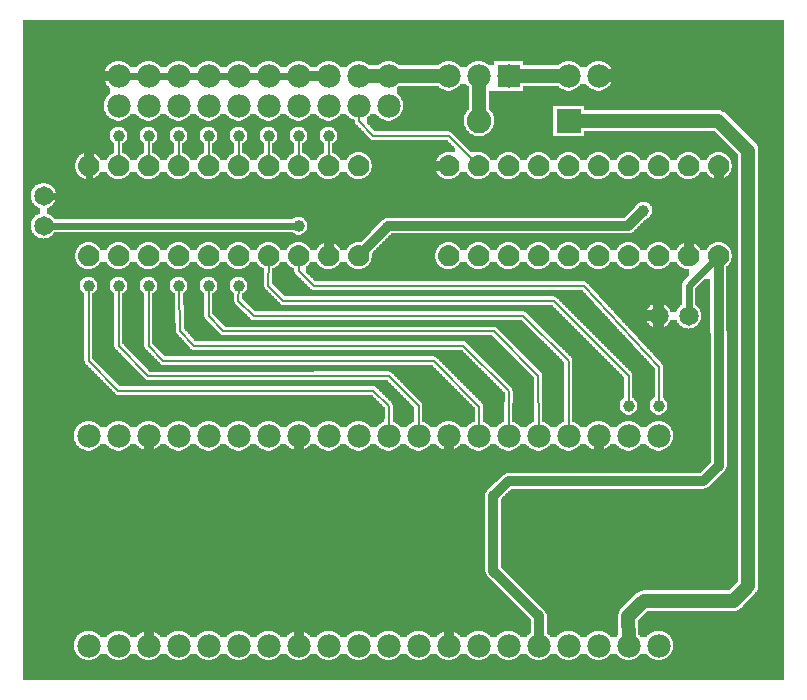
<source format=gtl>
G04 MADE WITH FRITZING*
G04 WWW.FRITZING.ORG*
G04 DOUBLE SIDED*
G04 HOLES PLATED*
G04 CONTOUR ON CENTER OF CONTOUR VECTOR*
%ASAXBY*%
%FSLAX23Y23*%
%MOIN*%
%OFA0B0*%
%SFA1.0B1.0*%
%ADD10C,0.075000*%
%ADD11C,0.070000*%
%ADD12C,0.078000*%
%ADD13C,0.082000*%
%ADD14C,0.039370*%
%ADD15C,0.065000*%
%ADD16R,0.078000X0.078000*%
%ADD17R,0.082000X0.082000*%
%ADD18C,0.048000*%
%ADD19C,0.008000*%
%ADD20C,0.032000*%
%ADD21C,0.024000*%
%ADD22R,0.001000X0.001000*%
%LNCOPPER1*%
G90*
G70*
G54D10*
X123Y2169D03*
G54D11*
X2359Y1755D03*
X1959Y1455D03*
X2259Y1755D03*
X1859Y1455D03*
X2159Y1755D03*
X1759Y1455D03*
X2059Y1755D03*
X1659Y1455D03*
X1959Y1755D03*
X1559Y1455D03*
X1859Y1755D03*
X1459Y1455D03*
X1759Y1755D03*
X1559Y1755D03*
X1659Y1755D03*
X1459Y1755D03*
X2359Y1455D03*
X2259Y1455D03*
X2159Y1455D03*
X2059Y1455D03*
X1159Y1755D03*
X759Y1455D03*
X1059Y1755D03*
X659Y1455D03*
X959Y1755D03*
X559Y1455D03*
X859Y1755D03*
X459Y1455D03*
X759Y1755D03*
X359Y1455D03*
X659Y1755D03*
X259Y1455D03*
X559Y1755D03*
X359Y1755D03*
X459Y1755D03*
X259Y1755D03*
X1159Y1455D03*
X1059Y1455D03*
X959Y1455D03*
X859Y1455D03*
G54D12*
X2159Y156D03*
X2059Y156D03*
X1959Y156D03*
X1859Y156D03*
X1759Y156D03*
X1659Y156D03*
X1559Y156D03*
X1459Y156D03*
X1359Y156D03*
X1259Y156D03*
X1159Y156D03*
X1059Y156D03*
X959Y156D03*
X859Y156D03*
X759Y156D03*
X659Y156D03*
X559Y156D03*
X459Y156D03*
X359Y156D03*
X259Y156D03*
X1959Y2055D03*
X1859Y2055D03*
X2159Y855D03*
X2059Y855D03*
X1959Y855D03*
X1859Y855D03*
X1759Y855D03*
X1659Y855D03*
X1559Y855D03*
X1459Y855D03*
X1359Y855D03*
X1259Y855D03*
X1159Y855D03*
X1059Y855D03*
X959Y855D03*
X859Y855D03*
X759Y855D03*
X659Y855D03*
X559Y855D03*
X459Y855D03*
X359Y855D03*
X259Y855D03*
X359Y1955D03*
X459Y1955D03*
X559Y1955D03*
X659Y1955D03*
X759Y1955D03*
X859Y1955D03*
X959Y1955D03*
X1059Y1955D03*
X1159Y1955D03*
X1259Y1955D03*
X359Y2055D03*
X459Y2055D03*
X559Y2055D03*
X659Y2055D03*
X759Y2055D03*
X859Y2055D03*
X959Y2055D03*
X1059Y2055D03*
X1159Y2055D03*
X1259Y2055D03*
X1659Y2055D03*
X1559Y2055D03*
X1459Y2055D03*
G54D13*
X1859Y1905D03*
X1561Y1905D03*
G54D14*
X2108Y1606D03*
X459Y1855D03*
X559Y1855D03*
X659Y1855D03*
X759Y1855D03*
X859Y1855D03*
X959Y1855D03*
X1059Y1855D03*
X359Y1855D03*
X259Y1355D03*
X359Y1355D03*
X459Y1355D03*
X559Y1355D03*
X659Y1355D03*
X759Y1355D03*
X2059Y955D03*
X2159Y955D03*
G54D15*
X2259Y1255D03*
X2159Y1255D03*
X2259Y1255D03*
X2159Y1255D03*
X109Y1555D03*
X109Y1655D03*
X109Y1555D03*
X109Y1655D03*
G54D14*
X959Y1555D03*
G54D16*
X1659Y2055D03*
G54D17*
X1860Y1905D03*
G54D18*
X1240Y2055D02*
X1178Y2055D01*
D02*
X1278Y2055D02*
X1440Y2055D01*
D02*
X1559Y2036D02*
X1560Y1926D01*
D02*
X1840Y2055D02*
X1678Y2055D01*
D02*
X2058Y254D02*
X2109Y305D01*
D02*
X2410Y305D02*
X2458Y355D01*
D02*
X2458Y656D02*
X2458Y1806D01*
D02*
X2458Y1806D02*
X2358Y1906D01*
D02*
X2358Y1906D02*
X1880Y1905D01*
D02*
X2458Y355D02*
X2458Y656D01*
D02*
X2059Y175D02*
X2058Y254D01*
G54D19*
D02*
X1459Y1855D02*
X1208Y1855D01*
D02*
X1159Y1906D02*
X1159Y1936D01*
D02*
X1208Y1855D02*
X1159Y1906D01*
D02*
X1559Y1755D02*
X1459Y1855D01*
D02*
X1569Y1744D02*
X1559Y1755D01*
D02*
X1208Y1005D02*
X1259Y955D01*
D02*
X358Y1005D02*
X1208Y1005D01*
D02*
X1259Y955D02*
X1259Y874D01*
D02*
X259Y1105D02*
X358Y1005D01*
D02*
X458Y1054D02*
X359Y1155D01*
D02*
X1259Y1055D02*
X458Y1054D01*
D02*
X1359Y955D02*
X1259Y1055D01*
D02*
X1359Y874D02*
X1359Y955D01*
D02*
X1560Y955D02*
X1558Y956D01*
D02*
X1559Y874D02*
X1560Y955D01*
D02*
X1409Y1105D02*
X1308Y1105D01*
D02*
X508Y1105D02*
X459Y1155D01*
D02*
X1558Y956D02*
X1409Y1105D01*
D02*
X1308Y1105D02*
X508Y1105D01*
D02*
X1659Y874D02*
X1659Y1004D01*
D02*
X1659Y1004D02*
X1508Y1156D01*
D02*
X609Y1156D02*
X564Y1206D01*
D02*
X1508Y1156D02*
X609Y1156D01*
D02*
X1859Y1105D02*
X1859Y874D01*
D02*
X1708Y1255D02*
X1859Y1105D01*
D02*
X758Y1305D02*
X809Y1255D01*
D02*
X809Y1255D02*
X1708Y1255D01*
D02*
X1758Y1055D02*
X1759Y874D01*
D02*
X1609Y1204D02*
X1758Y1055D01*
D02*
X659Y1255D02*
X708Y1204D01*
D02*
X708Y1204D02*
X1609Y1204D01*
D02*
X2059Y1055D02*
X1809Y1305D01*
D02*
X858Y1355D02*
X859Y1440D01*
D02*
X908Y1305D02*
X858Y1355D01*
D02*
X1209Y1305D02*
X1108Y1305D01*
D02*
X1809Y1305D02*
X1308Y1305D01*
D02*
X1308Y1305D02*
X1209Y1305D01*
D02*
X1108Y1305D02*
X908Y1305D01*
D02*
X959Y1404D02*
X1009Y1355D01*
D02*
X959Y1440D02*
X959Y1404D01*
D02*
X1009Y1355D02*
X1909Y1355D01*
D02*
X1909Y1355D02*
X2160Y1085D01*
G54D20*
D02*
X1760Y254D02*
X1608Y406D01*
D02*
X1759Y175D02*
X1760Y254D01*
D02*
X2360Y755D02*
X2359Y1440D01*
D02*
X2308Y704D02*
X2360Y755D01*
D02*
X1608Y656D02*
X1659Y704D01*
D02*
X2259Y1655D02*
X2359Y1655D01*
D02*
X2359Y1655D02*
X2359Y1740D01*
D02*
X2259Y1470D02*
X2259Y1655D01*
D02*
X1459Y836D02*
X1459Y175D01*
D02*
X1359Y1754D02*
X1444Y1755D01*
D02*
X1209Y1606D02*
X1359Y1754D01*
D02*
X1058Y1554D02*
X1110Y1607D01*
D02*
X1110Y1607D02*
X1209Y1606D01*
D02*
X1059Y1470D02*
X1058Y1554D01*
D02*
X259Y2055D02*
X340Y2055D01*
D02*
X259Y1770D02*
X259Y2055D01*
G54D21*
D02*
X440Y2055D02*
X378Y2055D01*
D02*
X540Y2055D02*
X478Y2055D01*
D02*
X640Y2055D02*
X578Y2055D01*
D02*
X740Y2055D02*
X678Y2055D01*
D02*
X840Y2055D02*
X778Y2055D01*
D02*
X940Y2055D02*
X878Y2055D01*
G54D20*
D02*
X1040Y2055D02*
X978Y2055D01*
D02*
X1960Y755D02*
X1459Y755D01*
D02*
X1459Y755D02*
X1459Y836D01*
D02*
X1959Y836D02*
X1960Y755D01*
D02*
X2103Y1600D02*
X2058Y1556D01*
D02*
X2058Y1556D02*
X1258Y1555D01*
D02*
X1258Y1555D02*
X1169Y1466D01*
D02*
X458Y255D02*
X459Y175D01*
D02*
X959Y175D02*
X959Y255D01*
D02*
X959Y255D02*
X458Y255D01*
D02*
X959Y836D02*
X959Y175D01*
D02*
X459Y836D02*
X459Y175D01*
D02*
X1659Y704D02*
X2308Y704D01*
D02*
X1608Y406D02*
X1608Y656D01*
G54D18*
D02*
X2109Y305D02*
X2410Y305D01*
G54D19*
D02*
X459Y1847D02*
X459Y1770D01*
D02*
X559Y1847D02*
X559Y1770D01*
D02*
X659Y1847D02*
X659Y1770D01*
D02*
X759Y1847D02*
X759Y1770D01*
D02*
X859Y1847D02*
X859Y1770D01*
D02*
X959Y1847D02*
X959Y1770D01*
D02*
X1059Y1847D02*
X1059Y1770D01*
D02*
X359Y1847D02*
X359Y1770D01*
D02*
X259Y1105D02*
X259Y1347D01*
D02*
X359Y1155D02*
X359Y1347D01*
D02*
X459Y1155D02*
X459Y1347D01*
D02*
X564Y1206D02*
X559Y1347D01*
D02*
X659Y1255D02*
X659Y1347D01*
D02*
X758Y1305D02*
X759Y1347D01*
D02*
X2059Y1055D02*
X2059Y963D01*
D02*
X2160Y1085D02*
X2159Y963D01*
G54D21*
D02*
X951Y1555D02*
X122Y1555D01*
D02*
X2259Y1356D02*
X2259Y1269D01*
D02*
X2348Y1444D02*
X2259Y1356D01*
D02*
X259Y1655D02*
X159Y1655D01*
D02*
X259Y1740D02*
X259Y1655D01*
D02*
X159Y1655D02*
X122Y1655D01*
G36*
X40Y2240D02*
X40Y2104D01*
X1970Y2104D01*
X1970Y2102D01*
X1976Y2102D01*
X1976Y2100D01*
X1980Y2100D01*
X1980Y2098D01*
X1984Y2098D01*
X1984Y2096D01*
X1988Y2096D01*
X1988Y2094D01*
X1990Y2094D01*
X1990Y2092D01*
X1992Y2092D01*
X1992Y2090D01*
X1994Y2090D01*
X1994Y2088D01*
X1996Y2088D01*
X1996Y2086D01*
X1998Y2086D01*
X1998Y2084D01*
X2000Y2084D01*
X2000Y2080D01*
X2002Y2080D01*
X2002Y2076D01*
X2004Y2076D01*
X2004Y2070D01*
X2006Y2070D01*
X2006Y2062D01*
X2008Y2062D01*
X2008Y2048D01*
X2006Y2048D01*
X2006Y2040D01*
X2004Y2040D01*
X2004Y2034D01*
X2002Y2034D01*
X2002Y2032D01*
X2000Y2032D01*
X2000Y2028D01*
X1998Y2028D01*
X1998Y2026D01*
X1996Y2026D01*
X1996Y2022D01*
X1994Y2022D01*
X1994Y2020D01*
X1992Y2020D01*
X1992Y2018D01*
X1988Y2018D01*
X1988Y2016D01*
X1986Y2016D01*
X1986Y2014D01*
X1982Y2014D01*
X1982Y2012D01*
X1978Y2012D01*
X1978Y2010D01*
X1974Y2010D01*
X1974Y2008D01*
X1966Y2008D01*
X1966Y2006D01*
X2578Y2006D01*
X2578Y2240D01*
X40Y2240D01*
G37*
D02*
G36*
X40Y2104D02*
X40Y1906D01*
X352Y1906D01*
X352Y1908D01*
X344Y1908D01*
X344Y1910D01*
X338Y1910D01*
X338Y1912D01*
X334Y1912D01*
X334Y1914D01*
X332Y1914D01*
X332Y1916D01*
X328Y1916D01*
X328Y1918D01*
X326Y1918D01*
X326Y1920D01*
X324Y1920D01*
X324Y1922D01*
X322Y1922D01*
X322Y1924D01*
X320Y1924D01*
X320Y1926D01*
X318Y1926D01*
X318Y1930D01*
X316Y1930D01*
X316Y1934D01*
X314Y1934D01*
X314Y1938D01*
X312Y1938D01*
X312Y1944D01*
X310Y1944D01*
X310Y1966D01*
X312Y1966D01*
X312Y1972D01*
X314Y1972D01*
X314Y1978D01*
X316Y1978D01*
X316Y1980D01*
X318Y1980D01*
X318Y1984D01*
X320Y1984D01*
X320Y1986D01*
X322Y1986D01*
X322Y1988D01*
X324Y1988D01*
X324Y1990D01*
X326Y1990D01*
X326Y1992D01*
X328Y1992D01*
X328Y1994D01*
X330Y1994D01*
X330Y1996D01*
X332Y1996D01*
X332Y2016D01*
X328Y2016D01*
X328Y2018D01*
X326Y2018D01*
X326Y2020D01*
X324Y2020D01*
X324Y2022D01*
X322Y2022D01*
X322Y2024D01*
X320Y2024D01*
X320Y2026D01*
X318Y2026D01*
X318Y2030D01*
X316Y2030D01*
X316Y2034D01*
X314Y2034D01*
X314Y2038D01*
X312Y2038D01*
X312Y2044D01*
X310Y2044D01*
X310Y2066D01*
X312Y2066D01*
X312Y2072D01*
X314Y2072D01*
X314Y2078D01*
X316Y2078D01*
X316Y2080D01*
X318Y2080D01*
X318Y2084D01*
X320Y2084D01*
X320Y2086D01*
X322Y2086D01*
X322Y2088D01*
X324Y2088D01*
X324Y2090D01*
X326Y2090D01*
X326Y2092D01*
X328Y2092D01*
X328Y2094D01*
X330Y2094D01*
X330Y2096D01*
X334Y2096D01*
X334Y2098D01*
X336Y2098D01*
X336Y2100D01*
X340Y2100D01*
X340Y2102D01*
X348Y2102D01*
X348Y2104D01*
X40Y2104D01*
G37*
D02*
G36*
X370Y2104D02*
X370Y2102D01*
X376Y2102D01*
X376Y2100D01*
X380Y2100D01*
X380Y2098D01*
X384Y2098D01*
X384Y2096D01*
X388Y2096D01*
X388Y2094D01*
X390Y2094D01*
X390Y2092D01*
X392Y2092D01*
X392Y2090D01*
X394Y2090D01*
X394Y2088D01*
X396Y2088D01*
X396Y2086D01*
X398Y2086D01*
X398Y2084D01*
X420Y2084D01*
X420Y2086D01*
X422Y2086D01*
X422Y2088D01*
X424Y2088D01*
X424Y2090D01*
X426Y2090D01*
X426Y2092D01*
X428Y2092D01*
X428Y2094D01*
X430Y2094D01*
X430Y2096D01*
X434Y2096D01*
X434Y2098D01*
X436Y2098D01*
X436Y2100D01*
X440Y2100D01*
X440Y2102D01*
X448Y2102D01*
X448Y2104D01*
X370Y2104D01*
G37*
D02*
G36*
X470Y2104D02*
X470Y2102D01*
X476Y2102D01*
X476Y2100D01*
X480Y2100D01*
X480Y2098D01*
X484Y2098D01*
X484Y2096D01*
X488Y2096D01*
X488Y2094D01*
X490Y2094D01*
X490Y2092D01*
X492Y2092D01*
X492Y2090D01*
X494Y2090D01*
X494Y2088D01*
X496Y2088D01*
X496Y2086D01*
X498Y2086D01*
X498Y2084D01*
X520Y2084D01*
X520Y2086D01*
X522Y2086D01*
X522Y2088D01*
X524Y2088D01*
X524Y2090D01*
X526Y2090D01*
X526Y2092D01*
X528Y2092D01*
X528Y2094D01*
X530Y2094D01*
X530Y2096D01*
X534Y2096D01*
X534Y2098D01*
X536Y2098D01*
X536Y2100D01*
X540Y2100D01*
X540Y2102D01*
X548Y2102D01*
X548Y2104D01*
X470Y2104D01*
G37*
D02*
G36*
X570Y2104D02*
X570Y2102D01*
X576Y2102D01*
X576Y2100D01*
X580Y2100D01*
X580Y2098D01*
X584Y2098D01*
X584Y2096D01*
X588Y2096D01*
X588Y2094D01*
X590Y2094D01*
X590Y2092D01*
X592Y2092D01*
X592Y2090D01*
X594Y2090D01*
X594Y2088D01*
X596Y2088D01*
X596Y2086D01*
X598Y2086D01*
X598Y2084D01*
X620Y2084D01*
X620Y2086D01*
X622Y2086D01*
X622Y2088D01*
X624Y2088D01*
X624Y2090D01*
X626Y2090D01*
X626Y2092D01*
X628Y2092D01*
X628Y2094D01*
X630Y2094D01*
X630Y2096D01*
X634Y2096D01*
X634Y2098D01*
X636Y2098D01*
X636Y2100D01*
X640Y2100D01*
X640Y2102D01*
X648Y2102D01*
X648Y2104D01*
X570Y2104D01*
G37*
D02*
G36*
X670Y2104D02*
X670Y2102D01*
X676Y2102D01*
X676Y2100D01*
X680Y2100D01*
X680Y2098D01*
X684Y2098D01*
X684Y2096D01*
X688Y2096D01*
X688Y2094D01*
X690Y2094D01*
X690Y2092D01*
X692Y2092D01*
X692Y2090D01*
X694Y2090D01*
X694Y2088D01*
X696Y2088D01*
X696Y2086D01*
X698Y2086D01*
X698Y2084D01*
X720Y2084D01*
X720Y2086D01*
X722Y2086D01*
X722Y2088D01*
X724Y2088D01*
X724Y2090D01*
X726Y2090D01*
X726Y2092D01*
X728Y2092D01*
X728Y2094D01*
X730Y2094D01*
X730Y2096D01*
X734Y2096D01*
X734Y2098D01*
X736Y2098D01*
X736Y2100D01*
X740Y2100D01*
X740Y2102D01*
X748Y2102D01*
X748Y2104D01*
X670Y2104D01*
G37*
D02*
G36*
X770Y2104D02*
X770Y2102D01*
X776Y2102D01*
X776Y2100D01*
X780Y2100D01*
X780Y2098D01*
X784Y2098D01*
X784Y2096D01*
X788Y2096D01*
X788Y2094D01*
X790Y2094D01*
X790Y2092D01*
X792Y2092D01*
X792Y2090D01*
X794Y2090D01*
X794Y2088D01*
X796Y2088D01*
X796Y2086D01*
X798Y2086D01*
X798Y2084D01*
X820Y2084D01*
X820Y2086D01*
X822Y2086D01*
X822Y2088D01*
X824Y2088D01*
X824Y2090D01*
X826Y2090D01*
X826Y2092D01*
X828Y2092D01*
X828Y2094D01*
X830Y2094D01*
X830Y2096D01*
X834Y2096D01*
X834Y2098D01*
X836Y2098D01*
X836Y2100D01*
X840Y2100D01*
X840Y2102D01*
X848Y2102D01*
X848Y2104D01*
X770Y2104D01*
G37*
D02*
G36*
X870Y2104D02*
X870Y2102D01*
X876Y2102D01*
X876Y2100D01*
X880Y2100D01*
X880Y2098D01*
X884Y2098D01*
X884Y2096D01*
X888Y2096D01*
X888Y2094D01*
X890Y2094D01*
X890Y2092D01*
X892Y2092D01*
X892Y2090D01*
X894Y2090D01*
X894Y2088D01*
X896Y2088D01*
X896Y2086D01*
X898Y2086D01*
X898Y2084D01*
X920Y2084D01*
X920Y2086D01*
X922Y2086D01*
X922Y2088D01*
X924Y2088D01*
X924Y2090D01*
X926Y2090D01*
X926Y2092D01*
X928Y2092D01*
X928Y2094D01*
X930Y2094D01*
X930Y2096D01*
X934Y2096D01*
X934Y2098D01*
X936Y2098D01*
X936Y2100D01*
X940Y2100D01*
X940Y2102D01*
X948Y2102D01*
X948Y2104D01*
X870Y2104D01*
G37*
D02*
G36*
X970Y2104D02*
X970Y2102D01*
X976Y2102D01*
X976Y2100D01*
X980Y2100D01*
X980Y2098D01*
X984Y2098D01*
X984Y2096D01*
X988Y2096D01*
X988Y2094D01*
X990Y2094D01*
X990Y2092D01*
X992Y2092D01*
X992Y2090D01*
X994Y2090D01*
X994Y2088D01*
X996Y2088D01*
X996Y2086D01*
X998Y2086D01*
X998Y2084D01*
X1020Y2084D01*
X1020Y2086D01*
X1022Y2086D01*
X1022Y2088D01*
X1024Y2088D01*
X1024Y2090D01*
X1026Y2090D01*
X1026Y2092D01*
X1028Y2092D01*
X1028Y2094D01*
X1030Y2094D01*
X1030Y2096D01*
X1034Y2096D01*
X1034Y2098D01*
X1036Y2098D01*
X1036Y2100D01*
X1040Y2100D01*
X1040Y2102D01*
X1048Y2102D01*
X1048Y2104D01*
X970Y2104D01*
G37*
D02*
G36*
X1070Y2104D02*
X1070Y2102D01*
X1076Y2102D01*
X1076Y2100D01*
X1080Y2100D01*
X1080Y2098D01*
X1084Y2098D01*
X1084Y2096D01*
X1088Y2096D01*
X1088Y2094D01*
X1090Y2094D01*
X1090Y2092D01*
X1092Y2092D01*
X1092Y2090D01*
X1094Y2090D01*
X1094Y2088D01*
X1096Y2088D01*
X1096Y2086D01*
X1098Y2086D01*
X1098Y2084D01*
X1120Y2084D01*
X1120Y2086D01*
X1122Y2086D01*
X1122Y2088D01*
X1124Y2088D01*
X1124Y2090D01*
X1126Y2090D01*
X1126Y2092D01*
X1128Y2092D01*
X1128Y2094D01*
X1130Y2094D01*
X1130Y2096D01*
X1134Y2096D01*
X1134Y2098D01*
X1136Y2098D01*
X1136Y2100D01*
X1140Y2100D01*
X1140Y2102D01*
X1148Y2102D01*
X1148Y2104D01*
X1070Y2104D01*
G37*
D02*
G36*
X1170Y2104D02*
X1170Y2102D01*
X1176Y2102D01*
X1176Y2100D01*
X1180Y2100D01*
X1180Y2098D01*
X1184Y2098D01*
X1184Y2096D01*
X1188Y2096D01*
X1188Y2094D01*
X1190Y2094D01*
X1190Y2092D01*
X1192Y2092D01*
X1192Y2090D01*
X1226Y2090D01*
X1226Y2092D01*
X1228Y2092D01*
X1228Y2094D01*
X1230Y2094D01*
X1230Y2096D01*
X1234Y2096D01*
X1234Y2098D01*
X1236Y2098D01*
X1236Y2100D01*
X1240Y2100D01*
X1240Y2102D01*
X1248Y2102D01*
X1248Y2104D01*
X1170Y2104D01*
G37*
D02*
G36*
X1270Y2104D02*
X1270Y2102D01*
X1276Y2102D01*
X1276Y2100D01*
X1280Y2100D01*
X1280Y2098D01*
X1284Y2098D01*
X1284Y2096D01*
X1288Y2096D01*
X1288Y2094D01*
X1290Y2094D01*
X1290Y2092D01*
X1292Y2092D01*
X1292Y2090D01*
X1426Y2090D01*
X1426Y2092D01*
X1428Y2092D01*
X1428Y2094D01*
X1430Y2094D01*
X1430Y2096D01*
X1434Y2096D01*
X1434Y2098D01*
X1436Y2098D01*
X1436Y2100D01*
X1440Y2100D01*
X1440Y2102D01*
X1448Y2102D01*
X1448Y2104D01*
X1270Y2104D01*
G37*
D02*
G36*
X1470Y2104D02*
X1470Y2102D01*
X1476Y2102D01*
X1476Y2100D01*
X1480Y2100D01*
X1480Y2098D01*
X1484Y2098D01*
X1484Y2096D01*
X1488Y2096D01*
X1488Y2094D01*
X1490Y2094D01*
X1490Y2092D01*
X1492Y2092D01*
X1492Y2090D01*
X1494Y2090D01*
X1494Y2088D01*
X1496Y2088D01*
X1496Y2086D01*
X1498Y2086D01*
X1498Y2084D01*
X1520Y2084D01*
X1520Y2086D01*
X1522Y2086D01*
X1522Y2088D01*
X1524Y2088D01*
X1524Y2090D01*
X1526Y2090D01*
X1526Y2092D01*
X1528Y2092D01*
X1528Y2094D01*
X1530Y2094D01*
X1530Y2096D01*
X1534Y2096D01*
X1534Y2098D01*
X1536Y2098D01*
X1536Y2100D01*
X1540Y2100D01*
X1540Y2102D01*
X1548Y2102D01*
X1548Y2104D01*
X1470Y2104D01*
G37*
D02*
G36*
X1570Y2104D02*
X1570Y2102D01*
X1576Y2102D01*
X1576Y2100D01*
X1580Y2100D01*
X1580Y2098D01*
X1584Y2098D01*
X1584Y2096D01*
X1588Y2096D01*
X1588Y2094D01*
X1590Y2094D01*
X1590Y2092D01*
X1610Y2092D01*
X1610Y2104D01*
X1570Y2104D01*
G37*
D02*
G36*
X1708Y2104D02*
X1708Y2090D01*
X1826Y2090D01*
X1826Y2092D01*
X1828Y2092D01*
X1828Y2094D01*
X1830Y2094D01*
X1830Y2096D01*
X1834Y2096D01*
X1834Y2098D01*
X1836Y2098D01*
X1836Y2100D01*
X1840Y2100D01*
X1840Y2102D01*
X1848Y2102D01*
X1848Y2104D01*
X1708Y2104D01*
G37*
D02*
G36*
X1870Y2104D02*
X1870Y2102D01*
X1876Y2102D01*
X1876Y2100D01*
X1880Y2100D01*
X1880Y2098D01*
X1884Y2098D01*
X1884Y2096D01*
X1888Y2096D01*
X1888Y2094D01*
X1890Y2094D01*
X1890Y2092D01*
X1892Y2092D01*
X1892Y2090D01*
X1894Y2090D01*
X1894Y2088D01*
X1896Y2088D01*
X1896Y2086D01*
X1898Y2086D01*
X1898Y2084D01*
X1920Y2084D01*
X1920Y2086D01*
X1922Y2086D01*
X1922Y2088D01*
X1924Y2088D01*
X1924Y2090D01*
X1926Y2090D01*
X1926Y2092D01*
X1928Y2092D01*
X1928Y2094D01*
X1930Y2094D01*
X1930Y2096D01*
X1934Y2096D01*
X1934Y2098D01*
X1936Y2098D01*
X1936Y2100D01*
X1940Y2100D01*
X1940Y2102D01*
X1948Y2102D01*
X1948Y2104D01*
X1870Y2104D01*
G37*
D02*
G36*
X1498Y2028D02*
X1498Y2026D01*
X1496Y2026D01*
X1496Y2022D01*
X1494Y2022D01*
X1494Y2020D01*
X1492Y2020D01*
X1492Y2018D01*
X1488Y2018D01*
X1488Y2016D01*
X1486Y2016D01*
X1486Y2014D01*
X1482Y2014D01*
X1482Y2012D01*
X1478Y2012D01*
X1478Y2010D01*
X1474Y2010D01*
X1474Y2008D01*
X1466Y2008D01*
X1466Y2006D01*
X1526Y2006D01*
X1526Y2020D01*
X1524Y2020D01*
X1524Y2022D01*
X1522Y2022D01*
X1522Y2024D01*
X1520Y2024D01*
X1520Y2026D01*
X1518Y2026D01*
X1518Y2028D01*
X1498Y2028D01*
G37*
D02*
G36*
X1898Y2028D02*
X1898Y2026D01*
X1896Y2026D01*
X1896Y2022D01*
X1894Y2022D01*
X1894Y2020D01*
X1892Y2020D01*
X1892Y2018D01*
X1888Y2018D01*
X1888Y2016D01*
X1886Y2016D01*
X1886Y2014D01*
X1882Y2014D01*
X1882Y2012D01*
X1878Y2012D01*
X1878Y2010D01*
X1874Y2010D01*
X1874Y2008D01*
X1866Y2008D01*
X1866Y2006D01*
X1952Y2006D01*
X1952Y2008D01*
X1944Y2008D01*
X1944Y2010D01*
X1938Y2010D01*
X1938Y2012D01*
X1934Y2012D01*
X1934Y2014D01*
X1932Y2014D01*
X1932Y2016D01*
X1928Y2016D01*
X1928Y2018D01*
X1926Y2018D01*
X1926Y2020D01*
X1924Y2020D01*
X1924Y2022D01*
X1922Y2022D01*
X1922Y2024D01*
X1920Y2024D01*
X1920Y2026D01*
X1918Y2026D01*
X1918Y2028D01*
X1898Y2028D01*
G37*
D02*
G36*
X1294Y2022D02*
X1294Y2020D01*
X1292Y2020D01*
X1292Y2018D01*
X1288Y2018D01*
X1288Y2016D01*
X1286Y2016D01*
X1286Y2006D01*
X1452Y2006D01*
X1452Y2008D01*
X1444Y2008D01*
X1444Y2010D01*
X1438Y2010D01*
X1438Y2012D01*
X1434Y2012D01*
X1434Y2014D01*
X1432Y2014D01*
X1432Y2016D01*
X1428Y2016D01*
X1428Y2018D01*
X1426Y2018D01*
X1426Y2020D01*
X1424Y2020D01*
X1424Y2022D01*
X1294Y2022D01*
G37*
D02*
G36*
X1708Y2022D02*
X1708Y2006D01*
X1852Y2006D01*
X1852Y2008D01*
X1844Y2008D01*
X1844Y2010D01*
X1838Y2010D01*
X1838Y2012D01*
X1834Y2012D01*
X1834Y2014D01*
X1832Y2014D01*
X1832Y2016D01*
X1828Y2016D01*
X1828Y2018D01*
X1826Y2018D01*
X1826Y2020D01*
X1824Y2020D01*
X1824Y2022D01*
X1708Y2022D01*
G37*
D02*
G36*
X1286Y2006D02*
X1286Y2004D01*
X1526Y2004D01*
X1526Y2006D01*
X1286Y2006D01*
G37*
D02*
G36*
X1286Y2006D02*
X1286Y2004D01*
X1526Y2004D01*
X1526Y2006D01*
X1286Y2006D01*
G37*
D02*
G36*
X1594Y2006D02*
X1594Y2004D01*
X2578Y2004D01*
X2578Y2006D01*
X1594Y2006D01*
G37*
D02*
G36*
X1594Y2006D02*
X1594Y2004D01*
X2578Y2004D01*
X2578Y2006D01*
X1594Y2006D01*
G37*
D02*
G36*
X1594Y2006D02*
X1594Y2004D01*
X2578Y2004D01*
X2578Y2006D01*
X1594Y2006D01*
G37*
D02*
G36*
X1286Y2004D02*
X1286Y1996D01*
X1288Y1996D01*
X1288Y1994D01*
X1290Y1994D01*
X1290Y1992D01*
X1292Y1992D01*
X1292Y1990D01*
X1294Y1990D01*
X1294Y1988D01*
X1296Y1988D01*
X1296Y1986D01*
X1298Y1986D01*
X1298Y1984D01*
X1300Y1984D01*
X1300Y1980D01*
X1302Y1980D01*
X1302Y1976D01*
X1304Y1976D01*
X1304Y1970D01*
X1306Y1970D01*
X1306Y1962D01*
X1308Y1962D01*
X1308Y1948D01*
X1306Y1948D01*
X1306Y1940D01*
X1304Y1940D01*
X1304Y1934D01*
X1302Y1934D01*
X1302Y1932D01*
X1300Y1932D01*
X1300Y1928D01*
X1298Y1928D01*
X1298Y1926D01*
X1296Y1926D01*
X1296Y1922D01*
X1294Y1922D01*
X1294Y1920D01*
X1292Y1920D01*
X1292Y1918D01*
X1288Y1918D01*
X1288Y1916D01*
X1286Y1916D01*
X1286Y1914D01*
X1282Y1914D01*
X1282Y1912D01*
X1278Y1912D01*
X1278Y1910D01*
X1274Y1910D01*
X1274Y1908D01*
X1266Y1908D01*
X1266Y1906D01*
X1510Y1906D01*
X1510Y1916D01*
X1512Y1916D01*
X1512Y1924D01*
X1514Y1924D01*
X1514Y1928D01*
X1516Y1928D01*
X1516Y1932D01*
X1518Y1932D01*
X1518Y1934D01*
X1520Y1934D01*
X1520Y1938D01*
X1522Y1938D01*
X1522Y1940D01*
X1524Y1940D01*
X1524Y1942D01*
X1526Y1942D01*
X1526Y2004D01*
X1286Y2004D01*
G37*
D02*
G36*
X1594Y2004D02*
X1594Y1956D01*
X1910Y1956D01*
X1910Y1940D01*
X2368Y1940D01*
X2368Y1938D01*
X2372Y1938D01*
X2372Y1936D01*
X2376Y1936D01*
X2376Y1934D01*
X2380Y1934D01*
X2380Y1932D01*
X2382Y1932D01*
X2382Y1930D01*
X2384Y1930D01*
X2384Y1928D01*
X2386Y1928D01*
X2386Y1926D01*
X2388Y1926D01*
X2388Y1924D01*
X2390Y1924D01*
X2390Y1922D01*
X2392Y1922D01*
X2392Y1920D01*
X2394Y1920D01*
X2394Y1918D01*
X2396Y1918D01*
X2396Y1916D01*
X2398Y1916D01*
X2398Y1914D01*
X2400Y1914D01*
X2400Y1912D01*
X2402Y1912D01*
X2402Y1910D01*
X2404Y1910D01*
X2404Y1908D01*
X2406Y1908D01*
X2406Y1906D01*
X2408Y1906D01*
X2408Y1904D01*
X2410Y1904D01*
X2410Y1902D01*
X2412Y1902D01*
X2412Y1900D01*
X2414Y1900D01*
X2414Y1898D01*
X2416Y1898D01*
X2416Y1896D01*
X2418Y1896D01*
X2418Y1894D01*
X2420Y1894D01*
X2420Y1892D01*
X2422Y1892D01*
X2422Y1890D01*
X2424Y1890D01*
X2424Y1888D01*
X2426Y1888D01*
X2426Y1886D01*
X2428Y1886D01*
X2428Y1884D01*
X2430Y1884D01*
X2430Y1882D01*
X2432Y1882D01*
X2432Y1880D01*
X2434Y1880D01*
X2434Y1878D01*
X2436Y1878D01*
X2436Y1876D01*
X2438Y1876D01*
X2438Y1874D01*
X2440Y1874D01*
X2440Y1872D01*
X2442Y1872D01*
X2442Y1870D01*
X2444Y1870D01*
X2444Y1868D01*
X2446Y1868D01*
X2446Y1866D01*
X2448Y1866D01*
X2448Y1864D01*
X2450Y1864D01*
X2450Y1862D01*
X2452Y1862D01*
X2452Y1860D01*
X2454Y1860D01*
X2454Y1858D01*
X2456Y1858D01*
X2456Y1856D01*
X2458Y1856D01*
X2458Y1854D01*
X2460Y1854D01*
X2460Y1852D01*
X2462Y1852D01*
X2462Y1850D01*
X2464Y1850D01*
X2464Y1848D01*
X2466Y1848D01*
X2466Y1846D01*
X2468Y1846D01*
X2468Y1844D01*
X2470Y1844D01*
X2470Y1842D01*
X2472Y1842D01*
X2472Y1840D01*
X2474Y1840D01*
X2474Y1838D01*
X2476Y1838D01*
X2476Y1836D01*
X2478Y1836D01*
X2478Y1834D01*
X2480Y1834D01*
X2480Y1832D01*
X2482Y1832D01*
X2482Y1830D01*
X2484Y1830D01*
X2484Y1828D01*
X2486Y1828D01*
X2486Y1824D01*
X2488Y1824D01*
X2488Y1820D01*
X2490Y1820D01*
X2490Y1814D01*
X2492Y1814D01*
X2492Y350D01*
X2490Y350D01*
X2490Y342D01*
X2488Y342D01*
X2488Y338D01*
X2486Y338D01*
X2486Y336D01*
X2484Y336D01*
X2484Y334D01*
X2482Y334D01*
X2482Y330D01*
X2480Y330D01*
X2480Y328D01*
X2478Y328D01*
X2478Y326D01*
X2476Y326D01*
X2476Y324D01*
X2474Y324D01*
X2474Y322D01*
X2472Y322D01*
X2472Y320D01*
X2470Y320D01*
X2470Y318D01*
X2468Y318D01*
X2468Y316D01*
X2466Y316D01*
X2466Y314D01*
X2464Y314D01*
X2464Y312D01*
X2462Y312D01*
X2462Y310D01*
X2460Y310D01*
X2460Y308D01*
X2458Y308D01*
X2458Y306D01*
X2456Y306D01*
X2456Y304D01*
X2454Y304D01*
X2454Y302D01*
X2452Y302D01*
X2452Y300D01*
X2450Y300D01*
X2450Y298D01*
X2448Y298D01*
X2448Y296D01*
X2446Y296D01*
X2446Y294D01*
X2444Y294D01*
X2444Y290D01*
X2442Y290D01*
X2442Y288D01*
X2440Y288D01*
X2440Y286D01*
X2438Y286D01*
X2438Y284D01*
X2436Y284D01*
X2436Y282D01*
X2434Y282D01*
X2434Y280D01*
X2432Y280D01*
X2432Y278D01*
X2428Y278D01*
X2428Y276D01*
X2424Y276D01*
X2424Y274D01*
X2420Y274D01*
X2420Y272D01*
X2122Y272D01*
X2122Y270D01*
X2120Y270D01*
X2120Y268D01*
X2118Y268D01*
X2118Y266D01*
X2116Y266D01*
X2116Y264D01*
X2114Y264D01*
X2114Y262D01*
X2112Y262D01*
X2112Y260D01*
X2110Y260D01*
X2110Y258D01*
X2108Y258D01*
X2108Y256D01*
X2106Y256D01*
X2106Y254D01*
X2104Y254D01*
X2104Y252D01*
X2102Y252D01*
X2102Y250D01*
X2100Y250D01*
X2100Y248D01*
X2098Y248D01*
X2098Y246D01*
X2096Y246D01*
X2096Y244D01*
X2094Y244D01*
X2094Y242D01*
X2092Y242D01*
X2092Y206D01*
X2166Y206D01*
X2166Y204D01*
X2174Y204D01*
X2174Y202D01*
X2180Y202D01*
X2180Y200D01*
X2182Y200D01*
X2182Y198D01*
X2186Y198D01*
X2186Y196D01*
X2188Y196D01*
X2188Y194D01*
X2192Y194D01*
X2192Y192D01*
X2194Y192D01*
X2194Y190D01*
X2196Y190D01*
X2196Y188D01*
X2198Y188D01*
X2198Y184D01*
X2200Y184D01*
X2200Y182D01*
X2202Y182D01*
X2202Y178D01*
X2204Y178D01*
X2204Y172D01*
X2206Y172D01*
X2206Y166D01*
X2208Y166D01*
X2208Y146D01*
X2206Y146D01*
X2206Y140D01*
X2204Y140D01*
X2204Y136D01*
X2202Y136D01*
X2202Y132D01*
X2200Y132D01*
X2200Y128D01*
X2198Y128D01*
X2198Y126D01*
X2196Y126D01*
X2196Y124D01*
X2194Y124D01*
X2194Y122D01*
X2192Y122D01*
X2192Y120D01*
X2190Y120D01*
X2190Y118D01*
X2188Y118D01*
X2188Y116D01*
X2184Y116D01*
X2184Y114D01*
X2182Y114D01*
X2182Y112D01*
X2176Y112D01*
X2176Y110D01*
X2170Y110D01*
X2170Y108D01*
X2578Y108D01*
X2578Y2004D01*
X1594Y2004D01*
G37*
D02*
G36*
X1594Y1956D02*
X1594Y1942D01*
X1598Y1942D01*
X1598Y1938D01*
X1600Y1938D01*
X1600Y1936D01*
X1602Y1936D01*
X1602Y1934D01*
X1604Y1934D01*
X1604Y1930D01*
X1606Y1930D01*
X1606Y1926D01*
X1608Y1926D01*
X1608Y1922D01*
X1610Y1922D01*
X1610Y1912D01*
X1612Y1912D01*
X1612Y1898D01*
X1610Y1898D01*
X1610Y1890D01*
X1608Y1890D01*
X1608Y1884D01*
X1606Y1884D01*
X1606Y1880D01*
X1604Y1880D01*
X1604Y1878D01*
X1602Y1878D01*
X1602Y1874D01*
X1600Y1874D01*
X1600Y1872D01*
X1598Y1872D01*
X1598Y1870D01*
X1596Y1870D01*
X1596Y1868D01*
X1594Y1868D01*
X1594Y1866D01*
X1592Y1866D01*
X1592Y1864D01*
X1588Y1864D01*
X1588Y1862D01*
X1586Y1862D01*
X1586Y1860D01*
X1582Y1860D01*
X1582Y1858D01*
X1576Y1858D01*
X1576Y1856D01*
X1568Y1856D01*
X1568Y1854D01*
X1808Y1854D01*
X1808Y1956D01*
X1594Y1956D01*
G37*
D02*
G36*
X398Y1928D02*
X398Y1926D01*
X396Y1926D01*
X396Y1922D01*
X394Y1922D01*
X394Y1920D01*
X392Y1920D01*
X392Y1918D01*
X388Y1918D01*
X388Y1916D01*
X386Y1916D01*
X386Y1914D01*
X382Y1914D01*
X382Y1912D01*
X378Y1912D01*
X378Y1910D01*
X374Y1910D01*
X374Y1908D01*
X366Y1908D01*
X366Y1906D01*
X452Y1906D01*
X452Y1908D01*
X444Y1908D01*
X444Y1910D01*
X438Y1910D01*
X438Y1912D01*
X434Y1912D01*
X434Y1914D01*
X432Y1914D01*
X432Y1916D01*
X428Y1916D01*
X428Y1918D01*
X426Y1918D01*
X426Y1920D01*
X424Y1920D01*
X424Y1922D01*
X422Y1922D01*
X422Y1924D01*
X420Y1924D01*
X420Y1926D01*
X418Y1926D01*
X418Y1928D01*
X398Y1928D01*
G37*
D02*
G36*
X498Y1928D02*
X498Y1926D01*
X496Y1926D01*
X496Y1922D01*
X494Y1922D01*
X494Y1920D01*
X492Y1920D01*
X492Y1918D01*
X488Y1918D01*
X488Y1916D01*
X486Y1916D01*
X486Y1914D01*
X482Y1914D01*
X482Y1912D01*
X478Y1912D01*
X478Y1910D01*
X474Y1910D01*
X474Y1908D01*
X466Y1908D01*
X466Y1906D01*
X552Y1906D01*
X552Y1908D01*
X544Y1908D01*
X544Y1910D01*
X538Y1910D01*
X538Y1912D01*
X534Y1912D01*
X534Y1914D01*
X532Y1914D01*
X532Y1916D01*
X528Y1916D01*
X528Y1918D01*
X526Y1918D01*
X526Y1920D01*
X524Y1920D01*
X524Y1922D01*
X522Y1922D01*
X522Y1924D01*
X520Y1924D01*
X520Y1926D01*
X518Y1926D01*
X518Y1928D01*
X498Y1928D01*
G37*
D02*
G36*
X598Y1928D02*
X598Y1926D01*
X596Y1926D01*
X596Y1922D01*
X594Y1922D01*
X594Y1920D01*
X592Y1920D01*
X592Y1918D01*
X588Y1918D01*
X588Y1916D01*
X586Y1916D01*
X586Y1914D01*
X582Y1914D01*
X582Y1912D01*
X578Y1912D01*
X578Y1910D01*
X574Y1910D01*
X574Y1908D01*
X566Y1908D01*
X566Y1906D01*
X652Y1906D01*
X652Y1908D01*
X644Y1908D01*
X644Y1910D01*
X638Y1910D01*
X638Y1912D01*
X634Y1912D01*
X634Y1914D01*
X632Y1914D01*
X632Y1916D01*
X628Y1916D01*
X628Y1918D01*
X626Y1918D01*
X626Y1920D01*
X624Y1920D01*
X624Y1922D01*
X622Y1922D01*
X622Y1924D01*
X620Y1924D01*
X620Y1926D01*
X618Y1926D01*
X618Y1928D01*
X598Y1928D01*
G37*
D02*
G36*
X698Y1928D02*
X698Y1926D01*
X696Y1926D01*
X696Y1922D01*
X694Y1922D01*
X694Y1920D01*
X692Y1920D01*
X692Y1918D01*
X688Y1918D01*
X688Y1916D01*
X686Y1916D01*
X686Y1914D01*
X682Y1914D01*
X682Y1912D01*
X678Y1912D01*
X678Y1910D01*
X674Y1910D01*
X674Y1908D01*
X666Y1908D01*
X666Y1906D01*
X752Y1906D01*
X752Y1908D01*
X744Y1908D01*
X744Y1910D01*
X738Y1910D01*
X738Y1912D01*
X734Y1912D01*
X734Y1914D01*
X732Y1914D01*
X732Y1916D01*
X728Y1916D01*
X728Y1918D01*
X726Y1918D01*
X726Y1920D01*
X724Y1920D01*
X724Y1922D01*
X722Y1922D01*
X722Y1924D01*
X720Y1924D01*
X720Y1926D01*
X718Y1926D01*
X718Y1928D01*
X698Y1928D01*
G37*
D02*
G36*
X798Y1928D02*
X798Y1926D01*
X796Y1926D01*
X796Y1922D01*
X794Y1922D01*
X794Y1920D01*
X792Y1920D01*
X792Y1918D01*
X788Y1918D01*
X788Y1916D01*
X786Y1916D01*
X786Y1914D01*
X782Y1914D01*
X782Y1912D01*
X778Y1912D01*
X778Y1910D01*
X774Y1910D01*
X774Y1908D01*
X766Y1908D01*
X766Y1906D01*
X852Y1906D01*
X852Y1908D01*
X844Y1908D01*
X844Y1910D01*
X838Y1910D01*
X838Y1912D01*
X834Y1912D01*
X834Y1914D01*
X832Y1914D01*
X832Y1916D01*
X828Y1916D01*
X828Y1918D01*
X826Y1918D01*
X826Y1920D01*
X824Y1920D01*
X824Y1922D01*
X822Y1922D01*
X822Y1924D01*
X820Y1924D01*
X820Y1926D01*
X818Y1926D01*
X818Y1928D01*
X798Y1928D01*
G37*
D02*
G36*
X898Y1928D02*
X898Y1926D01*
X896Y1926D01*
X896Y1922D01*
X894Y1922D01*
X894Y1920D01*
X892Y1920D01*
X892Y1918D01*
X888Y1918D01*
X888Y1916D01*
X886Y1916D01*
X886Y1914D01*
X882Y1914D01*
X882Y1912D01*
X878Y1912D01*
X878Y1910D01*
X874Y1910D01*
X874Y1908D01*
X866Y1908D01*
X866Y1906D01*
X952Y1906D01*
X952Y1908D01*
X944Y1908D01*
X944Y1910D01*
X938Y1910D01*
X938Y1912D01*
X934Y1912D01*
X934Y1914D01*
X932Y1914D01*
X932Y1916D01*
X928Y1916D01*
X928Y1918D01*
X926Y1918D01*
X926Y1920D01*
X924Y1920D01*
X924Y1922D01*
X922Y1922D01*
X922Y1924D01*
X920Y1924D01*
X920Y1926D01*
X918Y1926D01*
X918Y1928D01*
X898Y1928D01*
G37*
D02*
G36*
X998Y1928D02*
X998Y1926D01*
X996Y1926D01*
X996Y1922D01*
X994Y1922D01*
X994Y1920D01*
X992Y1920D01*
X992Y1918D01*
X988Y1918D01*
X988Y1916D01*
X986Y1916D01*
X986Y1914D01*
X982Y1914D01*
X982Y1912D01*
X978Y1912D01*
X978Y1910D01*
X974Y1910D01*
X974Y1908D01*
X966Y1908D01*
X966Y1906D01*
X1052Y1906D01*
X1052Y1908D01*
X1044Y1908D01*
X1044Y1910D01*
X1038Y1910D01*
X1038Y1912D01*
X1034Y1912D01*
X1034Y1914D01*
X1032Y1914D01*
X1032Y1916D01*
X1028Y1916D01*
X1028Y1918D01*
X1026Y1918D01*
X1026Y1920D01*
X1024Y1920D01*
X1024Y1922D01*
X1022Y1922D01*
X1022Y1924D01*
X1020Y1924D01*
X1020Y1926D01*
X1018Y1926D01*
X1018Y1928D01*
X998Y1928D01*
G37*
D02*
G36*
X1098Y1928D02*
X1098Y1926D01*
X1096Y1926D01*
X1096Y1922D01*
X1094Y1922D01*
X1094Y1920D01*
X1092Y1920D01*
X1092Y1918D01*
X1088Y1918D01*
X1088Y1916D01*
X1086Y1916D01*
X1086Y1914D01*
X1082Y1914D01*
X1082Y1912D01*
X1078Y1912D01*
X1078Y1910D01*
X1074Y1910D01*
X1074Y1908D01*
X1066Y1908D01*
X1066Y1906D01*
X1146Y1906D01*
X1146Y1908D01*
X1144Y1908D01*
X1144Y1910D01*
X1138Y1910D01*
X1138Y1912D01*
X1134Y1912D01*
X1134Y1914D01*
X1132Y1914D01*
X1132Y1916D01*
X1128Y1916D01*
X1128Y1918D01*
X1126Y1918D01*
X1126Y1920D01*
X1124Y1920D01*
X1124Y1922D01*
X1122Y1922D01*
X1122Y1924D01*
X1120Y1924D01*
X1120Y1926D01*
X1118Y1926D01*
X1118Y1928D01*
X1098Y1928D01*
G37*
D02*
G36*
X1198Y1928D02*
X1198Y1926D01*
X1196Y1926D01*
X1196Y1922D01*
X1194Y1922D01*
X1194Y1920D01*
X1192Y1920D01*
X1192Y1918D01*
X1188Y1918D01*
X1188Y1906D01*
X1252Y1906D01*
X1252Y1908D01*
X1244Y1908D01*
X1244Y1910D01*
X1238Y1910D01*
X1238Y1912D01*
X1234Y1912D01*
X1234Y1914D01*
X1232Y1914D01*
X1232Y1916D01*
X1228Y1916D01*
X1228Y1918D01*
X1226Y1918D01*
X1226Y1920D01*
X1224Y1920D01*
X1224Y1922D01*
X1222Y1922D01*
X1222Y1924D01*
X1220Y1924D01*
X1220Y1926D01*
X1218Y1926D01*
X1218Y1928D01*
X1198Y1928D01*
G37*
D02*
G36*
X40Y1906D02*
X40Y1904D01*
X1146Y1904D01*
X1146Y1906D01*
X40Y1906D01*
G37*
D02*
G36*
X40Y1906D02*
X40Y1904D01*
X1146Y1904D01*
X1146Y1906D01*
X40Y1906D01*
G37*
D02*
G36*
X40Y1906D02*
X40Y1904D01*
X1146Y1904D01*
X1146Y1906D01*
X40Y1906D01*
G37*
D02*
G36*
X40Y1906D02*
X40Y1904D01*
X1146Y1904D01*
X1146Y1906D01*
X40Y1906D01*
G37*
D02*
G36*
X40Y1906D02*
X40Y1904D01*
X1146Y1904D01*
X1146Y1906D01*
X40Y1906D01*
G37*
D02*
G36*
X40Y1906D02*
X40Y1904D01*
X1146Y1904D01*
X1146Y1906D01*
X40Y1906D01*
G37*
D02*
G36*
X40Y1906D02*
X40Y1904D01*
X1146Y1904D01*
X1146Y1906D01*
X40Y1906D01*
G37*
D02*
G36*
X40Y1906D02*
X40Y1904D01*
X1146Y1904D01*
X1146Y1906D01*
X40Y1906D01*
G37*
D02*
G36*
X40Y1906D02*
X40Y1904D01*
X1146Y1904D01*
X1146Y1906D01*
X40Y1906D01*
G37*
D02*
G36*
X1188Y1906D02*
X1188Y1904D01*
X1510Y1904D01*
X1510Y1906D01*
X1188Y1906D01*
G37*
D02*
G36*
X1188Y1906D02*
X1188Y1904D01*
X1510Y1904D01*
X1510Y1906D01*
X1188Y1906D01*
G37*
D02*
G36*
X40Y1904D02*
X40Y1886D01*
X1060Y1886D01*
X1060Y1884D01*
X1070Y1884D01*
X1070Y1882D01*
X1074Y1882D01*
X1074Y1880D01*
X1076Y1880D01*
X1076Y1878D01*
X1078Y1878D01*
X1078Y1876D01*
X1080Y1876D01*
X1080Y1874D01*
X1082Y1874D01*
X1082Y1872D01*
X1084Y1872D01*
X1084Y1868D01*
X1086Y1868D01*
X1086Y1864D01*
X1088Y1864D01*
X1088Y1848D01*
X1086Y1848D01*
X1086Y1842D01*
X1084Y1842D01*
X1084Y1838D01*
X1082Y1838D01*
X1082Y1836D01*
X1080Y1836D01*
X1080Y1834D01*
X1078Y1834D01*
X1078Y1832D01*
X1076Y1832D01*
X1076Y1830D01*
X1072Y1830D01*
X1072Y1800D01*
X1170Y1800D01*
X1170Y1798D01*
X1176Y1798D01*
X1176Y1796D01*
X1180Y1796D01*
X1180Y1794D01*
X1184Y1794D01*
X1184Y1792D01*
X1186Y1792D01*
X1186Y1790D01*
X1188Y1790D01*
X1188Y1788D01*
X1190Y1788D01*
X1190Y1786D01*
X1192Y1786D01*
X1192Y1784D01*
X1194Y1784D01*
X1194Y1782D01*
X1196Y1782D01*
X1196Y1778D01*
X1198Y1778D01*
X1198Y1774D01*
X1200Y1774D01*
X1200Y1770D01*
X1202Y1770D01*
X1202Y1762D01*
X1204Y1762D01*
X1204Y1748D01*
X1202Y1748D01*
X1202Y1740D01*
X1200Y1740D01*
X1200Y1736D01*
X1198Y1736D01*
X1198Y1732D01*
X1196Y1732D01*
X1196Y1730D01*
X1194Y1730D01*
X1194Y1726D01*
X1192Y1726D01*
X1192Y1724D01*
X1190Y1724D01*
X1190Y1722D01*
X1188Y1722D01*
X1188Y1720D01*
X1184Y1720D01*
X1184Y1718D01*
X1182Y1718D01*
X1182Y1716D01*
X1178Y1716D01*
X1178Y1714D01*
X1172Y1714D01*
X1172Y1712D01*
X1164Y1712D01*
X1164Y1710D01*
X1452Y1710D01*
X1452Y1712D01*
X1444Y1712D01*
X1444Y1714D01*
X1440Y1714D01*
X1440Y1716D01*
X1436Y1716D01*
X1436Y1718D01*
X1432Y1718D01*
X1432Y1720D01*
X1430Y1720D01*
X1430Y1722D01*
X1428Y1722D01*
X1428Y1724D01*
X1426Y1724D01*
X1426Y1726D01*
X1424Y1726D01*
X1424Y1728D01*
X1422Y1728D01*
X1422Y1732D01*
X1420Y1732D01*
X1420Y1734D01*
X1418Y1734D01*
X1418Y1738D01*
X1416Y1738D01*
X1416Y1746D01*
X1414Y1746D01*
X1414Y1766D01*
X1416Y1766D01*
X1416Y1772D01*
X1418Y1772D01*
X1418Y1776D01*
X1420Y1776D01*
X1420Y1780D01*
X1422Y1780D01*
X1422Y1782D01*
X1424Y1782D01*
X1424Y1786D01*
X1426Y1786D01*
X1426Y1788D01*
X1428Y1788D01*
X1428Y1790D01*
X1432Y1790D01*
X1432Y1792D01*
X1434Y1792D01*
X1434Y1794D01*
X1438Y1794D01*
X1438Y1796D01*
X1442Y1796D01*
X1442Y1798D01*
X1448Y1798D01*
X1448Y1800D01*
X1482Y1800D01*
X1482Y1814D01*
X1480Y1814D01*
X1480Y1816D01*
X1478Y1816D01*
X1478Y1818D01*
X1476Y1818D01*
X1476Y1820D01*
X1474Y1820D01*
X1474Y1822D01*
X1472Y1822D01*
X1472Y1824D01*
X1470Y1824D01*
X1470Y1826D01*
X1468Y1826D01*
X1468Y1828D01*
X1466Y1828D01*
X1466Y1830D01*
X1464Y1830D01*
X1464Y1832D01*
X1462Y1832D01*
X1462Y1834D01*
X1460Y1834D01*
X1460Y1836D01*
X1458Y1836D01*
X1458Y1838D01*
X1456Y1838D01*
X1456Y1840D01*
X1454Y1840D01*
X1454Y1842D01*
X1202Y1842D01*
X1202Y1844D01*
X1198Y1844D01*
X1198Y1846D01*
X1196Y1846D01*
X1196Y1848D01*
X1194Y1848D01*
X1194Y1850D01*
X1192Y1850D01*
X1192Y1852D01*
X1190Y1852D01*
X1190Y1854D01*
X1188Y1854D01*
X1188Y1856D01*
X1186Y1856D01*
X1186Y1858D01*
X1184Y1858D01*
X1184Y1862D01*
X1182Y1862D01*
X1182Y1864D01*
X1180Y1864D01*
X1180Y1866D01*
X1178Y1866D01*
X1178Y1868D01*
X1176Y1868D01*
X1176Y1870D01*
X1174Y1870D01*
X1174Y1872D01*
X1172Y1872D01*
X1172Y1874D01*
X1170Y1874D01*
X1170Y1876D01*
X1168Y1876D01*
X1168Y1878D01*
X1166Y1878D01*
X1166Y1880D01*
X1164Y1880D01*
X1164Y1882D01*
X1162Y1882D01*
X1162Y1884D01*
X1160Y1884D01*
X1160Y1886D01*
X1158Y1886D01*
X1158Y1888D01*
X1156Y1888D01*
X1156Y1890D01*
X1154Y1890D01*
X1154Y1892D01*
X1152Y1892D01*
X1152Y1894D01*
X1150Y1894D01*
X1150Y1896D01*
X1148Y1896D01*
X1148Y1900D01*
X1146Y1900D01*
X1146Y1904D01*
X40Y1904D01*
G37*
D02*
G36*
X1188Y1904D02*
X1188Y1896D01*
X1190Y1896D01*
X1190Y1894D01*
X1192Y1894D01*
X1192Y1892D01*
X1194Y1892D01*
X1194Y1890D01*
X1196Y1890D01*
X1196Y1886D01*
X1198Y1886D01*
X1198Y1884D01*
X1200Y1884D01*
X1200Y1882D01*
X1202Y1882D01*
X1202Y1880D01*
X1204Y1880D01*
X1204Y1878D01*
X1206Y1878D01*
X1206Y1876D01*
X1208Y1876D01*
X1208Y1874D01*
X1210Y1874D01*
X1210Y1872D01*
X1212Y1872D01*
X1212Y1870D01*
X1462Y1870D01*
X1462Y1868D01*
X1466Y1868D01*
X1466Y1866D01*
X1468Y1866D01*
X1468Y1864D01*
X1470Y1864D01*
X1470Y1862D01*
X1472Y1862D01*
X1472Y1860D01*
X1474Y1860D01*
X1474Y1858D01*
X1476Y1858D01*
X1476Y1856D01*
X1478Y1856D01*
X1478Y1854D01*
X1554Y1854D01*
X1554Y1856D01*
X1544Y1856D01*
X1544Y1858D01*
X1540Y1858D01*
X1540Y1860D01*
X1536Y1860D01*
X1536Y1862D01*
X1532Y1862D01*
X1532Y1864D01*
X1530Y1864D01*
X1530Y1866D01*
X1528Y1866D01*
X1528Y1868D01*
X1526Y1868D01*
X1526Y1870D01*
X1524Y1870D01*
X1524Y1872D01*
X1522Y1872D01*
X1522Y1874D01*
X1520Y1874D01*
X1520Y1876D01*
X1518Y1876D01*
X1518Y1880D01*
X1516Y1880D01*
X1516Y1884D01*
X1514Y1884D01*
X1514Y1888D01*
X1512Y1888D01*
X1512Y1894D01*
X1510Y1894D01*
X1510Y1904D01*
X1188Y1904D01*
G37*
D02*
G36*
X40Y1886D02*
X40Y1800D01*
X270Y1800D01*
X270Y1798D01*
X276Y1798D01*
X276Y1796D01*
X280Y1796D01*
X280Y1794D01*
X284Y1794D01*
X284Y1792D01*
X286Y1792D01*
X286Y1790D01*
X288Y1790D01*
X288Y1788D01*
X290Y1788D01*
X290Y1786D01*
X292Y1786D01*
X292Y1784D01*
X294Y1784D01*
X294Y1782D01*
X296Y1782D01*
X296Y1778D01*
X298Y1778D01*
X298Y1774D01*
X318Y1774D01*
X318Y1776D01*
X320Y1776D01*
X320Y1780D01*
X322Y1780D01*
X322Y1782D01*
X324Y1782D01*
X324Y1786D01*
X326Y1786D01*
X326Y1788D01*
X328Y1788D01*
X328Y1790D01*
X332Y1790D01*
X332Y1792D01*
X334Y1792D01*
X334Y1794D01*
X338Y1794D01*
X338Y1796D01*
X342Y1796D01*
X342Y1798D01*
X344Y1798D01*
X344Y1830D01*
X342Y1830D01*
X342Y1832D01*
X340Y1832D01*
X340Y1834D01*
X338Y1834D01*
X338Y1836D01*
X336Y1836D01*
X336Y1838D01*
X334Y1838D01*
X334Y1840D01*
X332Y1840D01*
X332Y1844D01*
X330Y1844D01*
X330Y1866D01*
X332Y1866D01*
X332Y1870D01*
X334Y1870D01*
X334Y1874D01*
X336Y1874D01*
X336Y1876D01*
X338Y1876D01*
X338Y1878D01*
X340Y1878D01*
X340Y1880D01*
X344Y1880D01*
X344Y1882D01*
X348Y1882D01*
X348Y1884D01*
X358Y1884D01*
X358Y1886D01*
X40Y1886D01*
G37*
D02*
G36*
X360Y1886D02*
X360Y1884D01*
X370Y1884D01*
X370Y1882D01*
X374Y1882D01*
X374Y1880D01*
X376Y1880D01*
X376Y1878D01*
X378Y1878D01*
X378Y1876D01*
X380Y1876D01*
X380Y1874D01*
X382Y1874D01*
X382Y1872D01*
X384Y1872D01*
X384Y1868D01*
X386Y1868D01*
X386Y1864D01*
X388Y1864D01*
X388Y1848D01*
X386Y1848D01*
X386Y1842D01*
X384Y1842D01*
X384Y1838D01*
X382Y1838D01*
X382Y1836D01*
X380Y1836D01*
X380Y1834D01*
X378Y1834D01*
X378Y1832D01*
X376Y1832D01*
X376Y1830D01*
X372Y1830D01*
X372Y1798D01*
X376Y1798D01*
X376Y1796D01*
X380Y1796D01*
X380Y1794D01*
X384Y1794D01*
X384Y1792D01*
X386Y1792D01*
X386Y1790D01*
X388Y1790D01*
X388Y1788D01*
X390Y1788D01*
X390Y1786D01*
X392Y1786D01*
X392Y1784D01*
X394Y1784D01*
X394Y1782D01*
X396Y1782D01*
X396Y1778D01*
X398Y1778D01*
X398Y1774D01*
X418Y1774D01*
X418Y1776D01*
X420Y1776D01*
X420Y1780D01*
X422Y1780D01*
X422Y1782D01*
X424Y1782D01*
X424Y1786D01*
X426Y1786D01*
X426Y1788D01*
X428Y1788D01*
X428Y1790D01*
X432Y1790D01*
X432Y1792D01*
X434Y1792D01*
X434Y1794D01*
X438Y1794D01*
X438Y1796D01*
X442Y1796D01*
X442Y1798D01*
X444Y1798D01*
X444Y1830D01*
X442Y1830D01*
X442Y1832D01*
X440Y1832D01*
X440Y1834D01*
X438Y1834D01*
X438Y1836D01*
X436Y1836D01*
X436Y1838D01*
X434Y1838D01*
X434Y1840D01*
X432Y1840D01*
X432Y1844D01*
X430Y1844D01*
X430Y1866D01*
X432Y1866D01*
X432Y1870D01*
X434Y1870D01*
X434Y1874D01*
X436Y1874D01*
X436Y1876D01*
X438Y1876D01*
X438Y1878D01*
X440Y1878D01*
X440Y1880D01*
X444Y1880D01*
X444Y1882D01*
X448Y1882D01*
X448Y1884D01*
X458Y1884D01*
X458Y1886D01*
X360Y1886D01*
G37*
D02*
G36*
X460Y1886D02*
X460Y1884D01*
X470Y1884D01*
X470Y1882D01*
X474Y1882D01*
X474Y1880D01*
X476Y1880D01*
X476Y1878D01*
X478Y1878D01*
X478Y1876D01*
X480Y1876D01*
X480Y1874D01*
X482Y1874D01*
X482Y1872D01*
X484Y1872D01*
X484Y1868D01*
X486Y1868D01*
X486Y1864D01*
X488Y1864D01*
X488Y1848D01*
X486Y1848D01*
X486Y1842D01*
X484Y1842D01*
X484Y1838D01*
X482Y1838D01*
X482Y1836D01*
X480Y1836D01*
X480Y1834D01*
X478Y1834D01*
X478Y1832D01*
X476Y1832D01*
X476Y1830D01*
X472Y1830D01*
X472Y1798D01*
X476Y1798D01*
X476Y1796D01*
X480Y1796D01*
X480Y1794D01*
X484Y1794D01*
X484Y1792D01*
X486Y1792D01*
X486Y1790D01*
X488Y1790D01*
X488Y1788D01*
X490Y1788D01*
X490Y1786D01*
X492Y1786D01*
X492Y1784D01*
X494Y1784D01*
X494Y1782D01*
X496Y1782D01*
X496Y1778D01*
X498Y1778D01*
X498Y1774D01*
X518Y1774D01*
X518Y1776D01*
X520Y1776D01*
X520Y1780D01*
X522Y1780D01*
X522Y1782D01*
X524Y1782D01*
X524Y1786D01*
X526Y1786D01*
X526Y1788D01*
X528Y1788D01*
X528Y1790D01*
X532Y1790D01*
X532Y1792D01*
X534Y1792D01*
X534Y1794D01*
X538Y1794D01*
X538Y1796D01*
X542Y1796D01*
X542Y1798D01*
X544Y1798D01*
X544Y1830D01*
X542Y1830D01*
X542Y1832D01*
X540Y1832D01*
X540Y1834D01*
X538Y1834D01*
X538Y1836D01*
X536Y1836D01*
X536Y1838D01*
X534Y1838D01*
X534Y1840D01*
X532Y1840D01*
X532Y1844D01*
X530Y1844D01*
X530Y1866D01*
X532Y1866D01*
X532Y1870D01*
X534Y1870D01*
X534Y1874D01*
X536Y1874D01*
X536Y1876D01*
X538Y1876D01*
X538Y1878D01*
X540Y1878D01*
X540Y1880D01*
X544Y1880D01*
X544Y1882D01*
X548Y1882D01*
X548Y1884D01*
X558Y1884D01*
X558Y1886D01*
X460Y1886D01*
G37*
D02*
G36*
X560Y1886D02*
X560Y1884D01*
X570Y1884D01*
X570Y1882D01*
X574Y1882D01*
X574Y1880D01*
X576Y1880D01*
X576Y1878D01*
X578Y1878D01*
X578Y1876D01*
X580Y1876D01*
X580Y1874D01*
X582Y1874D01*
X582Y1872D01*
X584Y1872D01*
X584Y1868D01*
X586Y1868D01*
X586Y1864D01*
X588Y1864D01*
X588Y1848D01*
X586Y1848D01*
X586Y1842D01*
X584Y1842D01*
X584Y1838D01*
X582Y1838D01*
X582Y1836D01*
X580Y1836D01*
X580Y1834D01*
X578Y1834D01*
X578Y1832D01*
X576Y1832D01*
X576Y1830D01*
X572Y1830D01*
X572Y1798D01*
X576Y1798D01*
X576Y1796D01*
X580Y1796D01*
X580Y1794D01*
X584Y1794D01*
X584Y1792D01*
X586Y1792D01*
X586Y1790D01*
X588Y1790D01*
X588Y1788D01*
X590Y1788D01*
X590Y1786D01*
X592Y1786D01*
X592Y1784D01*
X594Y1784D01*
X594Y1782D01*
X596Y1782D01*
X596Y1778D01*
X598Y1778D01*
X598Y1774D01*
X618Y1774D01*
X618Y1776D01*
X620Y1776D01*
X620Y1780D01*
X622Y1780D01*
X622Y1782D01*
X624Y1782D01*
X624Y1786D01*
X626Y1786D01*
X626Y1788D01*
X628Y1788D01*
X628Y1790D01*
X632Y1790D01*
X632Y1792D01*
X634Y1792D01*
X634Y1794D01*
X638Y1794D01*
X638Y1796D01*
X642Y1796D01*
X642Y1798D01*
X644Y1798D01*
X644Y1830D01*
X642Y1830D01*
X642Y1832D01*
X640Y1832D01*
X640Y1834D01*
X638Y1834D01*
X638Y1836D01*
X636Y1836D01*
X636Y1838D01*
X634Y1838D01*
X634Y1840D01*
X632Y1840D01*
X632Y1844D01*
X630Y1844D01*
X630Y1866D01*
X632Y1866D01*
X632Y1870D01*
X634Y1870D01*
X634Y1874D01*
X636Y1874D01*
X636Y1876D01*
X638Y1876D01*
X638Y1878D01*
X640Y1878D01*
X640Y1880D01*
X644Y1880D01*
X644Y1882D01*
X648Y1882D01*
X648Y1884D01*
X658Y1884D01*
X658Y1886D01*
X560Y1886D01*
G37*
D02*
G36*
X660Y1886D02*
X660Y1884D01*
X670Y1884D01*
X670Y1882D01*
X674Y1882D01*
X674Y1880D01*
X676Y1880D01*
X676Y1878D01*
X678Y1878D01*
X678Y1876D01*
X680Y1876D01*
X680Y1874D01*
X682Y1874D01*
X682Y1872D01*
X684Y1872D01*
X684Y1868D01*
X686Y1868D01*
X686Y1864D01*
X688Y1864D01*
X688Y1848D01*
X686Y1848D01*
X686Y1842D01*
X684Y1842D01*
X684Y1838D01*
X682Y1838D01*
X682Y1836D01*
X680Y1836D01*
X680Y1834D01*
X678Y1834D01*
X678Y1832D01*
X676Y1832D01*
X676Y1830D01*
X672Y1830D01*
X672Y1798D01*
X676Y1798D01*
X676Y1796D01*
X680Y1796D01*
X680Y1794D01*
X684Y1794D01*
X684Y1792D01*
X686Y1792D01*
X686Y1790D01*
X688Y1790D01*
X688Y1788D01*
X690Y1788D01*
X690Y1786D01*
X692Y1786D01*
X692Y1784D01*
X694Y1784D01*
X694Y1782D01*
X696Y1782D01*
X696Y1778D01*
X698Y1778D01*
X698Y1774D01*
X718Y1774D01*
X718Y1776D01*
X720Y1776D01*
X720Y1780D01*
X722Y1780D01*
X722Y1782D01*
X724Y1782D01*
X724Y1786D01*
X726Y1786D01*
X726Y1788D01*
X728Y1788D01*
X728Y1790D01*
X732Y1790D01*
X732Y1792D01*
X734Y1792D01*
X734Y1794D01*
X738Y1794D01*
X738Y1796D01*
X742Y1796D01*
X742Y1798D01*
X744Y1798D01*
X744Y1830D01*
X742Y1830D01*
X742Y1832D01*
X740Y1832D01*
X740Y1834D01*
X738Y1834D01*
X738Y1836D01*
X736Y1836D01*
X736Y1838D01*
X734Y1838D01*
X734Y1840D01*
X732Y1840D01*
X732Y1844D01*
X730Y1844D01*
X730Y1866D01*
X732Y1866D01*
X732Y1870D01*
X734Y1870D01*
X734Y1874D01*
X736Y1874D01*
X736Y1876D01*
X738Y1876D01*
X738Y1878D01*
X740Y1878D01*
X740Y1880D01*
X744Y1880D01*
X744Y1882D01*
X748Y1882D01*
X748Y1884D01*
X758Y1884D01*
X758Y1886D01*
X660Y1886D01*
G37*
D02*
G36*
X760Y1886D02*
X760Y1884D01*
X770Y1884D01*
X770Y1882D01*
X774Y1882D01*
X774Y1880D01*
X776Y1880D01*
X776Y1878D01*
X778Y1878D01*
X778Y1876D01*
X780Y1876D01*
X780Y1874D01*
X782Y1874D01*
X782Y1872D01*
X784Y1872D01*
X784Y1868D01*
X786Y1868D01*
X786Y1864D01*
X788Y1864D01*
X788Y1848D01*
X786Y1848D01*
X786Y1842D01*
X784Y1842D01*
X784Y1838D01*
X782Y1838D01*
X782Y1836D01*
X780Y1836D01*
X780Y1834D01*
X778Y1834D01*
X778Y1832D01*
X776Y1832D01*
X776Y1830D01*
X772Y1830D01*
X772Y1798D01*
X776Y1798D01*
X776Y1796D01*
X780Y1796D01*
X780Y1794D01*
X784Y1794D01*
X784Y1792D01*
X786Y1792D01*
X786Y1790D01*
X788Y1790D01*
X788Y1788D01*
X790Y1788D01*
X790Y1786D01*
X792Y1786D01*
X792Y1784D01*
X794Y1784D01*
X794Y1782D01*
X796Y1782D01*
X796Y1778D01*
X798Y1778D01*
X798Y1774D01*
X818Y1774D01*
X818Y1776D01*
X820Y1776D01*
X820Y1780D01*
X822Y1780D01*
X822Y1782D01*
X824Y1782D01*
X824Y1786D01*
X826Y1786D01*
X826Y1788D01*
X828Y1788D01*
X828Y1790D01*
X832Y1790D01*
X832Y1792D01*
X834Y1792D01*
X834Y1794D01*
X838Y1794D01*
X838Y1796D01*
X842Y1796D01*
X842Y1798D01*
X844Y1798D01*
X844Y1830D01*
X842Y1830D01*
X842Y1832D01*
X840Y1832D01*
X840Y1834D01*
X838Y1834D01*
X838Y1836D01*
X836Y1836D01*
X836Y1838D01*
X834Y1838D01*
X834Y1840D01*
X832Y1840D01*
X832Y1844D01*
X830Y1844D01*
X830Y1866D01*
X832Y1866D01*
X832Y1870D01*
X834Y1870D01*
X834Y1874D01*
X836Y1874D01*
X836Y1876D01*
X838Y1876D01*
X838Y1878D01*
X840Y1878D01*
X840Y1880D01*
X844Y1880D01*
X844Y1882D01*
X848Y1882D01*
X848Y1884D01*
X858Y1884D01*
X858Y1886D01*
X760Y1886D01*
G37*
D02*
G36*
X860Y1886D02*
X860Y1884D01*
X870Y1884D01*
X870Y1882D01*
X874Y1882D01*
X874Y1880D01*
X876Y1880D01*
X876Y1878D01*
X878Y1878D01*
X878Y1876D01*
X880Y1876D01*
X880Y1874D01*
X882Y1874D01*
X882Y1872D01*
X884Y1872D01*
X884Y1868D01*
X886Y1868D01*
X886Y1864D01*
X888Y1864D01*
X888Y1848D01*
X886Y1848D01*
X886Y1842D01*
X884Y1842D01*
X884Y1838D01*
X882Y1838D01*
X882Y1836D01*
X880Y1836D01*
X880Y1834D01*
X878Y1834D01*
X878Y1832D01*
X876Y1832D01*
X876Y1830D01*
X872Y1830D01*
X872Y1798D01*
X876Y1798D01*
X876Y1796D01*
X880Y1796D01*
X880Y1794D01*
X884Y1794D01*
X884Y1792D01*
X886Y1792D01*
X886Y1790D01*
X888Y1790D01*
X888Y1788D01*
X890Y1788D01*
X890Y1786D01*
X892Y1786D01*
X892Y1784D01*
X894Y1784D01*
X894Y1782D01*
X896Y1782D01*
X896Y1778D01*
X898Y1778D01*
X898Y1774D01*
X918Y1774D01*
X918Y1776D01*
X920Y1776D01*
X920Y1780D01*
X922Y1780D01*
X922Y1782D01*
X924Y1782D01*
X924Y1786D01*
X926Y1786D01*
X926Y1788D01*
X928Y1788D01*
X928Y1790D01*
X932Y1790D01*
X932Y1792D01*
X934Y1792D01*
X934Y1794D01*
X938Y1794D01*
X938Y1796D01*
X942Y1796D01*
X942Y1798D01*
X944Y1798D01*
X944Y1830D01*
X942Y1830D01*
X942Y1832D01*
X940Y1832D01*
X940Y1834D01*
X938Y1834D01*
X938Y1836D01*
X936Y1836D01*
X936Y1838D01*
X934Y1838D01*
X934Y1840D01*
X932Y1840D01*
X932Y1844D01*
X930Y1844D01*
X930Y1866D01*
X932Y1866D01*
X932Y1870D01*
X934Y1870D01*
X934Y1874D01*
X936Y1874D01*
X936Y1876D01*
X938Y1876D01*
X938Y1878D01*
X940Y1878D01*
X940Y1880D01*
X944Y1880D01*
X944Y1882D01*
X948Y1882D01*
X948Y1884D01*
X958Y1884D01*
X958Y1886D01*
X860Y1886D01*
G37*
D02*
G36*
X960Y1886D02*
X960Y1884D01*
X970Y1884D01*
X970Y1882D01*
X974Y1882D01*
X974Y1880D01*
X976Y1880D01*
X976Y1878D01*
X978Y1878D01*
X978Y1876D01*
X980Y1876D01*
X980Y1874D01*
X982Y1874D01*
X982Y1872D01*
X984Y1872D01*
X984Y1868D01*
X986Y1868D01*
X986Y1864D01*
X988Y1864D01*
X988Y1848D01*
X986Y1848D01*
X986Y1842D01*
X984Y1842D01*
X984Y1838D01*
X982Y1838D01*
X982Y1836D01*
X980Y1836D01*
X980Y1834D01*
X978Y1834D01*
X978Y1832D01*
X976Y1832D01*
X976Y1830D01*
X972Y1830D01*
X972Y1798D01*
X976Y1798D01*
X976Y1796D01*
X980Y1796D01*
X980Y1794D01*
X984Y1794D01*
X984Y1792D01*
X986Y1792D01*
X986Y1790D01*
X988Y1790D01*
X988Y1788D01*
X990Y1788D01*
X990Y1786D01*
X992Y1786D01*
X992Y1784D01*
X994Y1784D01*
X994Y1782D01*
X996Y1782D01*
X996Y1778D01*
X998Y1778D01*
X998Y1774D01*
X1018Y1774D01*
X1018Y1776D01*
X1020Y1776D01*
X1020Y1780D01*
X1022Y1780D01*
X1022Y1782D01*
X1024Y1782D01*
X1024Y1786D01*
X1026Y1786D01*
X1026Y1788D01*
X1028Y1788D01*
X1028Y1790D01*
X1032Y1790D01*
X1032Y1792D01*
X1034Y1792D01*
X1034Y1794D01*
X1038Y1794D01*
X1038Y1796D01*
X1042Y1796D01*
X1042Y1798D01*
X1044Y1798D01*
X1044Y1830D01*
X1042Y1830D01*
X1042Y1832D01*
X1040Y1832D01*
X1040Y1834D01*
X1038Y1834D01*
X1038Y1836D01*
X1036Y1836D01*
X1036Y1838D01*
X1034Y1838D01*
X1034Y1840D01*
X1032Y1840D01*
X1032Y1844D01*
X1030Y1844D01*
X1030Y1866D01*
X1032Y1866D01*
X1032Y1870D01*
X1034Y1870D01*
X1034Y1874D01*
X1036Y1874D01*
X1036Y1876D01*
X1038Y1876D01*
X1038Y1878D01*
X1040Y1878D01*
X1040Y1880D01*
X1044Y1880D01*
X1044Y1882D01*
X1048Y1882D01*
X1048Y1884D01*
X1058Y1884D01*
X1058Y1886D01*
X960Y1886D01*
G37*
D02*
G36*
X1910Y1872D02*
X1910Y1854D01*
X2362Y1854D01*
X2362Y1856D01*
X2360Y1856D01*
X2360Y1858D01*
X2358Y1858D01*
X2358Y1860D01*
X2356Y1860D01*
X2356Y1862D01*
X2354Y1862D01*
X2354Y1864D01*
X2352Y1864D01*
X2352Y1866D01*
X2350Y1866D01*
X2350Y1868D01*
X2348Y1868D01*
X2348Y1870D01*
X2346Y1870D01*
X2346Y1872D01*
X1910Y1872D01*
G37*
D02*
G36*
X1480Y1854D02*
X1480Y1852D01*
X2364Y1852D01*
X2364Y1854D01*
X1480Y1854D01*
G37*
D02*
G36*
X1480Y1854D02*
X1480Y1852D01*
X2364Y1852D01*
X2364Y1854D01*
X1480Y1854D01*
G37*
D02*
G36*
X1480Y1854D02*
X1480Y1852D01*
X2364Y1852D01*
X2364Y1854D01*
X1480Y1854D01*
G37*
D02*
G36*
X1482Y1852D02*
X1482Y1850D01*
X1484Y1850D01*
X1484Y1848D01*
X1486Y1848D01*
X1486Y1846D01*
X1488Y1846D01*
X1488Y1844D01*
X1490Y1844D01*
X1490Y1842D01*
X1492Y1842D01*
X1492Y1840D01*
X1494Y1840D01*
X1494Y1838D01*
X1496Y1838D01*
X1496Y1836D01*
X1498Y1836D01*
X1498Y1834D01*
X1500Y1834D01*
X1500Y1832D01*
X1502Y1832D01*
X1502Y1830D01*
X1504Y1830D01*
X1504Y1828D01*
X1506Y1828D01*
X1506Y1826D01*
X1508Y1826D01*
X1508Y1824D01*
X1510Y1824D01*
X1510Y1822D01*
X1512Y1822D01*
X1512Y1820D01*
X1514Y1820D01*
X1514Y1818D01*
X1516Y1818D01*
X1516Y1816D01*
X1518Y1816D01*
X1518Y1814D01*
X1520Y1814D01*
X1520Y1812D01*
X1522Y1812D01*
X1522Y1810D01*
X1524Y1810D01*
X1524Y1808D01*
X1526Y1808D01*
X1526Y1806D01*
X1528Y1806D01*
X1528Y1804D01*
X1530Y1804D01*
X1530Y1802D01*
X1532Y1802D01*
X1532Y1800D01*
X2370Y1800D01*
X2370Y1798D01*
X2376Y1798D01*
X2376Y1796D01*
X2380Y1796D01*
X2380Y1794D01*
X2384Y1794D01*
X2384Y1792D01*
X2386Y1792D01*
X2386Y1790D01*
X2388Y1790D01*
X2388Y1788D01*
X2390Y1788D01*
X2390Y1786D01*
X2392Y1786D01*
X2392Y1784D01*
X2394Y1784D01*
X2394Y1782D01*
X2396Y1782D01*
X2396Y1778D01*
X2398Y1778D01*
X2398Y1774D01*
X2400Y1774D01*
X2400Y1770D01*
X2402Y1770D01*
X2402Y1762D01*
X2404Y1762D01*
X2404Y1748D01*
X2402Y1748D01*
X2402Y1740D01*
X2400Y1740D01*
X2400Y1736D01*
X2398Y1736D01*
X2398Y1732D01*
X2396Y1732D01*
X2396Y1730D01*
X2394Y1730D01*
X2394Y1726D01*
X2392Y1726D01*
X2392Y1724D01*
X2390Y1724D01*
X2390Y1722D01*
X2388Y1722D01*
X2388Y1720D01*
X2384Y1720D01*
X2384Y1718D01*
X2382Y1718D01*
X2382Y1716D01*
X2378Y1716D01*
X2378Y1714D01*
X2372Y1714D01*
X2372Y1712D01*
X2364Y1712D01*
X2364Y1710D01*
X2424Y1710D01*
X2424Y1794D01*
X2422Y1794D01*
X2422Y1796D01*
X2420Y1796D01*
X2420Y1798D01*
X2418Y1798D01*
X2418Y1800D01*
X2416Y1800D01*
X2416Y1802D01*
X2414Y1802D01*
X2414Y1804D01*
X2412Y1804D01*
X2412Y1806D01*
X2410Y1806D01*
X2410Y1808D01*
X2408Y1808D01*
X2408Y1810D01*
X2406Y1810D01*
X2406Y1812D01*
X2404Y1812D01*
X2404Y1814D01*
X2402Y1814D01*
X2402Y1816D01*
X2400Y1816D01*
X2400Y1818D01*
X2398Y1818D01*
X2398Y1820D01*
X2396Y1820D01*
X2396Y1822D01*
X2394Y1822D01*
X2394Y1824D01*
X2392Y1824D01*
X2392Y1826D01*
X2390Y1826D01*
X2390Y1828D01*
X2388Y1828D01*
X2388Y1830D01*
X2386Y1830D01*
X2386Y1832D01*
X2384Y1832D01*
X2384Y1834D01*
X2382Y1834D01*
X2382Y1836D01*
X2380Y1836D01*
X2380Y1838D01*
X2378Y1838D01*
X2378Y1840D01*
X2376Y1840D01*
X2376Y1842D01*
X2374Y1842D01*
X2374Y1844D01*
X2372Y1844D01*
X2372Y1846D01*
X2370Y1846D01*
X2370Y1848D01*
X2368Y1848D01*
X2368Y1850D01*
X2366Y1850D01*
X2366Y1852D01*
X1482Y1852D01*
G37*
D02*
G36*
X40Y1800D02*
X40Y1710D01*
X252Y1710D01*
X252Y1712D01*
X244Y1712D01*
X244Y1714D01*
X240Y1714D01*
X240Y1716D01*
X236Y1716D01*
X236Y1718D01*
X232Y1718D01*
X232Y1720D01*
X230Y1720D01*
X230Y1722D01*
X228Y1722D01*
X228Y1724D01*
X226Y1724D01*
X226Y1726D01*
X224Y1726D01*
X224Y1728D01*
X222Y1728D01*
X222Y1732D01*
X220Y1732D01*
X220Y1734D01*
X218Y1734D01*
X218Y1738D01*
X216Y1738D01*
X216Y1746D01*
X214Y1746D01*
X214Y1766D01*
X216Y1766D01*
X216Y1772D01*
X218Y1772D01*
X218Y1776D01*
X220Y1776D01*
X220Y1780D01*
X222Y1780D01*
X222Y1782D01*
X224Y1782D01*
X224Y1786D01*
X226Y1786D01*
X226Y1788D01*
X228Y1788D01*
X228Y1790D01*
X232Y1790D01*
X232Y1792D01*
X234Y1792D01*
X234Y1794D01*
X238Y1794D01*
X238Y1796D01*
X242Y1796D01*
X242Y1798D01*
X248Y1798D01*
X248Y1800D01*
X40Y1800D01*
G37*
D02*
G36*
X1072Y1800D02*
X1072Y1798D01*
X1076Y1798D01*
X1076Y1796D01*
X1080Y1796D01*
X1080Y1794D01*
X1084Y1794D01*
X1084Y1792D01*
X1086Y1792D01*
X1086Y1790D01*
X1088Y1790D01*
X1088Y1788D01*
X1090Y1788D01*
X1090Y1786D01*
X1092Y1786D01*
X1092Y1784D01*
X1094Y1784D01*
X1094Y1782D01*
X1096Y1782D01*
X1096Y1778D01*
X1098Y1778D01*
X1098Y1774D01*
X1118Y1774D01*
X1118Y1776D01*
X1120Y1776D01*
X1120Y1780D01*
X1122Y1780D01*
X1122Y1782D01*
X1124Y1782D01*
X1124Y1786D01*
X1126Y1786D01*
X1126Y1788D01*
X1128Y1788D01*
X1128Y1790D01*
X1132Y1790D01*
X1132Y1792D01*
X1134Y1792D01*
X1134Y1794D01*
X1138Y1794D01*
X1138Y1796D01*
X1142Y1796D01*
X1142Y1798D01*
X1148Y1798D01*
X1148Y1800D01*
X1072Y1800D01*
G37*
D02*
G36*
X1570Y1800D02*
X1570Y1798D01*
X1576Y1798D01*
X1576Y1796D01*
X1580Y1796D01*
X1580Y1794D01*
X1584Y1794D01*
X1584Y1792D01*
X1586Y1792D01*
X1586Y1790D01*
X1588Y1790D01*
X1588Y1788D01*
X1590Y1788D01*
X1590Y1786D01*
X1592Y1786D01*
X1592Y1784D01*
X1594Y1784D01*
X1594Y1782D01*
X1596Y1782D01*
X1596Y1778D01*
X1598Y1778D01*
X1598Y1774D01*
X1618Y1774D01*
X1618Y1776D01*
X1620Y1776D01*
X1620Y1780D01*
X1622Y1780D01*
X1622Y1782D01*
X1624Y1782D01*
X1624Y1786D01*
X1626Y1786D01*
X1626Y1788D01*
X1628Y1788D01*
X1628Y1790D01*
X1632Y1790D01*
X1632Y1792D01*
X1634Y1792D01*
X1634Y1794D01*
X1638Y1794D01*
X1638Y1796D01*
X1642Y1796D01*
X1642Y1798D01*
X1648Y1798D01*
X1648Y1800D01*
X1570Y1800D01*
G37*
D02*
G36*
X1670Y1800D02*
X1670Y1798D01*
X1676Y1798D01*
X1676Y1796D01*
X1680Y1796D01*
X1680Y1794D01*
X1684Y1794D01*
X1684Y1792D01*
X1686Y1792D01*
X1686Y1790D01*
X1688Y1790D01*
X1688Y1788D01*
X1690Y1788D01*
X1690Y1786D01*
X1692Y1786D01*
X1692Y1784D01*
X1694Y1784D01*
X1694Y1782D01*
X1696Y1782D01*
X1696Y1778D01*
X1698Y1778D01*
X1698Y1774D01*
X1718Y1774D01*
X1718Y1776D01*
X1720Y1776D01*
X1720Y1780D01*
X1722Y1780D01*
X1722Y1782D01*
X1724Y1782D01*
X1724Y1786D01*
X1726Y1786D01*
X1726Y1788D01*
X1728Y1788D01*
X1728Y1790D01*
X1732Y1790D01*
X1732Y1792D01*
X1734Y1792D01*
X1734Y1794D01*
X1738Y1794D01*
X1738Y1796D01*
X1742Y1796D01*
X1742Y1798D01*
X1748Y1798D01*
X1748Y1800D01*
X1670Y1800D01*
G37*
D02*
G36*
X1770Y1800D02*
X1770Y1798D01*
X1776Y1798D01*
X1776Y1796D01*
X1780Y1796D01*
X1780Y1794D01*
X1784Y1794D01*
X1784Y1792D01*
X1786Y1792D01*
X1786Y1790D01*
X1788Y1790D01*
X1788Y1788D01*
X1790Y1788D01*
X1790Y1786D01*
X1792Y1786D01*
X1792Y1784D01*
X1794Y1784D01*
X1794Y1782D01*
X1796Y1782D01*
X1796Y1778D01*
X1798Y1778D01*
X1798Y1774D01*
X1818Y1774D01*
X1818Y1776D01*
X1820Y1776D01*
X1820Y1780D01*
X1822Y1780D01*
X1822Y1782D01*
X1824Y1782D01*
X1824Y1786D01*
X1826Y1786D01*
X1826Y1788D01*
X1828Y1788D01*
X1828Y1790D01*
X1832Y1790D01*
X1832Y1792D01*
X1834Y1792D01*
X1834Y1794D01*
X1838Y1794D01*
X1838Y1796D01*
X1842Y1796D01*
X1842Y1798D01*
X1848Y1798D01*
X1848Y1800D01*
X1770Y1800D01*
G37*
D02*
G36*
X1870Y1800D02*
X1870Y1798D01*
X1876Y1798D01*
X1876Y1796D01*
X1880Y1796D01*
X1880Y1794D01*
X1884Y1794D01*
X1884Y1792D01*
X1886Y1792D01*
X1886Y1790D01*
X1888Y1790D01*
X1888Y1788D01*
X1890Y1788D01*
X1890Y1786D01*
X1892Y1786D01*
X1892Y1784D01*
X1894Y1784D01*
X1894Y1782D01*
X1896Y1782D01*
X1896Y1778D01*
X1898Y1778D01*
X1898Y1774D01*
X1918Y1774D01*
X1918Y1776D01*
X1920Y1776D01*
X1920Y1780D01*
X1922Y1780D01*
X1922Y1782D01*
X1924Y1782D01*
X1924Y1786D01*
X1926Y1786D01*
X1926Y1788D01*
X1928Y1788D01*
X1928Y1790D01*
X1932Y1790D01*
X1932Y1792D01*
X1934Y1792D01*
X1934Y1794D01*
X1938Y1794D01*
X1938Y1796D01*
X1942Y1796D01*
X1942Y1798D01*
X1948Y1798D01*
X1948Y1800D01*
X1870Y1800D01*
G37*
D02*
G36*
X1970Y1800D02*
X1970Y1798D01*
X1976Y1798D01*
X1976Y1796D01*
X1980Y1796D01*
X1980Y1794D01*
X1984Y1794D01*
X1984Y1792D01*
X1986Y1792D01*
X1986Y1790D01*
X1988Y1790D01*
X1988Y1788D01*
X1990Y1788D01*
X1990Y1786D01*
X1992Y1786D01*
X1992Y1784D01*
X1994Y1784D01*
X1994Y1782D01*
X1996Y1782D01*
X1996Y1778D01*
X1998Y1778D01*
X1998Y1774D01*
X2018Y1774D01*
X2018Y1776D01*
X2020Y1776D01*
X2020Y1780D01*
X2022Y1780D01*
X2022Y1782D01*
X2024Y1782D01*
X2024Y1786D01*
X2026Y1786D01*
X2026Y1788D01*
X2028Y1788D01*
X2028Y1790D01*
X2032Y1790D01*
X2032Y1792D01*
X2034Y1792D01*
X2034Y1794D01*
X2038Y1794D01*
X2038Y1796D01*
X2042Y1796D01*
X2042Y1798D01*
X2048Y1798D01*
X2048Y1800D01*
X1970Y1800D01*
G37*
D02*
G36*
X2070Y1800D02*
X2070Y1798D01*
X2076Y1798D01*
X2076Y1796D01*
X2080Y1796D01*
X2080Y1794D01*
X2084Y1794D01*
X2084Y1792D01*
X2086Y1792D01*
X2086Y1790D01*
X2088Y1790D01*
X2088Y1788D01*
X2090Y1788D01*
X2090Y1786D01*
X2092Y1786D01*
X2092Y1784D01*
X2094Y1784D01*
X2094Y1782D01*
X2096Y1782D01*
X2096Y1778D01*
X2098Y1778D01*
X2098Y1774D01*
X2118Y1774D01*
X2118Y1776D01*
X2120Y1776D01*
X2120Y1780D01*
X2122Y1780D01*
X2122Y1782D01*
X2124Y1782D01*
X2124Y1786D01*
X2126Y1786D01*
X2126Y1788D01*
X2128Y1788D01*
X2128Y1790D01*
X2132Y1790D01*
X2132Y1792D01*
X2134Y1792D01*
X2134Y1794D01*
X2138Y1794D01*
X2138Y1796D01*
X2142Y1796D01*
X2142Y1798D01*
X2148Y1798D01*
X2148Y1800D01*
X2070Y1800D01*
G37*
D02*
G36*
X2170Y1800D02*
X2170Y1798D01*
X2176Y1798D01*
X2176Y1796D01*
X2180Y1796D01*
X2180Y1794D01*
X2184Y1794D01*
X2184Y1792D01*
X2186Y1792D01*
X2186Y1790D01*
X2188Y1790D01*
X2188Y1788D01*
X2190Y1788D01*
X2190Y1786D01*
X2192Y1786D01*
X2192Y1784D01*
X2194Y1784D01*
X2194Y1782D01*
X2196Y1782D01*
X2196Y1778D01*
X2198Y1778D01*
X2198Y1774D01*
X2218Y1774D01*
X2218Y1776D01*
X2220Y1776D01*
X2220Y1780D01*
X2222Y1780D01*
X2222Y1782D01*
X2224Y1782D01*
X2224Y1786D01*
X2226Y1786D01*
X2226Y1788D01*
X2228Y1788D01*
X2228Y1790D01*
X2232Y1790D01*
X2232Y1792D01*
X2234Y1792D01*
X2234Y1794D01*
X2238Y1794D01*
X2238Y1796D01*
X2242Y1796D01*
X2242Y1798D01*
X2248Y1798D01*
X2248Y1800D01*
X2170Y1800D01*
G37*
D02*
G36*
X2270Y1800D02*
X2270Y1798D01*
X2276Y1798D01*
X2276Y1796D01*
X2280Y1796D01*
X2280Y1794D01*
X2284Y1794D01*
X2284Y1792D01*
X2286Y1792D01*
X2286Y1790D01*
X2288Y1790D01*
X2288Y1788D01*
X2290Y1788D01*
X2290Y1786D01*
X2292Y1786D01*
X2292Y1784D01*
X2294Y1784D01*
X2294Y1782D01*
X2296Y1782D01*
X2296Y1778D01*
X2298Y1778D01*
X2298Y1774D01*
X2318Y1774D01*
X2318Y1776D01*
X2320Y1776D01*
X2320Y1780D01*
X2322Y1780D01*
X2322Y1782D01*
X2324Y1782D01*
X2324Y1786D01*
X2326Y1786D01*
X2326Y1788D01*
X2328Y1788D01*
X2328Y1790D01*
X2332Y1790D01*
X2332Y1792D01*
X2334Y1792D01*
X2334Y1794D01*
X2338Y1794D01*
X2338Y1796D01*
X2342Y1796D01*
X2342Y1798D01*
X2348Y1798D01*
X2348Y1800D01*
X2270Y1800D01*
G37*
D02*
G36*
X298Y1736D02*
X298Y1732D01*
X296Y1732D01*
X296Y1730D01*
X294Y1730D01*
X294Y1726D01*
X292Y1726D01*
X292Y1724D01*
X290Y1724D01*
X290Y1722D01*
X288Y1722D01*
X288Y1720D01*
X284Y1720D01*
X284Y1718D01*
X282Y1718D01*
X282Y1716D01*
X278Y1716D01*
X278Y1714D01*
X272Y1714D01*
X272Y1712D01*
X264Y1712D01*
X264Y1710D01*
X352Y1710D01*
X352Y1712D01*
X344Y1712D01*
X344Y1714D01*
X340Y1714D01*
X340Y1716D01*
X336Y1716D01*
X336Y1718D01*
X332Y1718D01*
X332Y1720D01*
X330Y1720D01*
X330Y1722D01*
X328Y1722D01*
X328Y1724D01*
X326Y1724D01*
X326Y1726D01*
X324Y1726D01*
X324Y1728D01*
X322Y1728D01*
X322Y1732D01*
X320Y1732D01*
X320Y1734D01*
X318Y1734D01*
X318Y1736D01*
X298Y1736D01*
G37*
D02*
G36*
X398Y1736D02*
X398Y1732D01*
X396Y1732D01*
X396Y1730D01*
X394Y1730D01*
X394Y1726D01*
X392Y1726D01*
X392Y1724D01*
X390Y1724D01*
X390Y1722D01*
X388Y1722D01*
X388Y1720D01*
X384Y1720D01*
X384Y1718D01*
X382Y1718D01*
X382Y1716D01*
X378Y1716D01*
X378Y1714D01*
X372Y1714D01*
X372Y1712D01*
X364Y1712D01*
X364Y1710D01*
X452Y1710D01*
X452Y1712D01*
X444Y1712D01*
X444Y1714D01*
X440Y1714D01*
X440Y1716D01*
X436Y1716D01*
X436Y1718D01*
X432Y1718D01*
X432Y1720D01*
X430Y1720D01*
X430Y1722D01*
X428Y1722D01*
X428Y1724D01*
X426Y1724D01*
X426Y1726D01*
X424Y1726D01*
X424Y1728D01*
X422Y1728D01*
X422Y1732D01*
X420Y1732D01*
X420Y1734D01*
X418Y1734D01*
X418Y1736D01*
X398Y1736D01*
G37*
D02*
G36*
X498Y1736D02*
X498Y1732D01*
X496Y1732D01*
X496Y1730D01*
X494Y1730D01*
X494Y1726D01*
X492Y1726D01*
X492Y1724D01*
X490Y1724D01*
X490Y1722D01*
X488Y1722D01*
X488Y1720D01*
X484Y1720D01*
X484Y1718D01*
X482Y1718D01*
X482Y1716D01*
X478Y1716D01*
X478Y1714D01*
X472Y1714D01*
X472Y1712D01*
X464Y1712D01*
X464Y1710D01*
X552Y1710D01*
X552Y1712D01*
X544Y1712D01*
X544Y1714D01*
X540Y1714D01*
X540Y1716D01*
X536Y1716D01*
X536Y1718D01*
X532Y1718D01*
X532Y1720D01*
X530Y1720D01*
X530Y1722D01*
X528Y1722D01*
X528Y1724D01*
X526Y1724D01*
X526Y1726D01*
X524Y1726D01*
X524Y1728D01*
X522Y1728D01*
X522Y1732D01*
X520Y1732D01*
X520Y1734D01*
X518Y1734D01*
X518Y1736D01*
X498Y1736D01*
G37*
D02*
G36*
X598Y1736D02*
X598Y1732D01*
X596Y1732D01*
X596Y1730D01*
X594Y1730D01*
X594Y1726D01*
X592Y1726D01*
X592Y1724D01*
X590Y1724D01*
X590Y1722D01*
X588Y1722D01*
X588Y1720D01*
X584Y1720D01*
X584Y1718D01*
X582Y1718D01*
X582Y1716D01*
X578Y1716D01*
X578Y1714D01*
X572Y1714D01*
X572Y1712D01*
X564Y1712D01*
X564Y1710D01*
X652Y1710D01*
X652Y1712D01*
X644Y1712D01*
X644Y1714D01*
X640Y1714D01*
X640Y1716D01*
X636Y1716D01*
X636Y1718D01*
X632Y1718D01*
X632Y1720D01*
X630Y1720D01*
X630Y1722D01*
X628Y1722D01*
X628Y1724D01*
X626Y1724D01*
X626Y1726D01*
X624Y1726D01*
X624Y1728D01*
X622Y1728D01*
X622Y1732D01*
X620Y1732D01*
X620Y1734D01*
X618Y1734D01*
X618Y1736D01*
X598Y1736D01*
G37*
D02*
G36*
X698Y1736D02*
X698Y1732D01*
X696Y1732D01*
X696Y1730D01*
X694Y1730D01*
X694Y1726D01*
X692Y1726D01*
X692Y1724D01*
X690Y1724D01*
X690Y1722D01*
X688Y1722D01*
X688Y1720D01*
X684Y1720D01*
X684Y1718D01*
X682Y1718D01*
X682Y1716D01*
X678Y1716D01*
X678Y1714D01*
X672Y1714D01*
X672Y1712D01*
X664Y1712D01*
X664Y1710D01*
X752Y1710D01*
X752Y1712D01*
X744Y1712D01*
X744Y1714D01*
X740Y1714D01*
X740Y1716D01*
X736Y1716D01*
X736Y1718D01*
X732Y1718D01*
X732Y1720D01*
X730Y1720D01*
X730Y1722D01*
X728Y1722D01*
X728Y1724D01*
X726Y1724D01*
X726Y1726D01*
X724Y1726D01*
X724Y1728D01*
X722Y1728D01*
X722Y1732D01*
X720Y1732D01*
X720Y1734D01*
X718Y1734D01*
X718Y1736D01*
X698Y1736D01*
G37*
D02*
G36*
X798Y1736D02*
X798Y1732D01*
X796Y1732D01*
X796Y1730D01*
X794Y1730D01*
X794Y1726D01*
X792Y1726D01*
X792Y1724D01*
X790Y1724D01*
X790Y1722D01*
X788Y1722D01*
X788Y1720D01*
X784Y1720D01*
X784Y1718D01*
X782Y1718D01*
X782Y1716D01*
X778Y1716D01*
X778Y1714D01*
X772Y1714D01*
X772Y1712D01*
X764Y1712D01*
X764Y1710D01*
X852Y1710D01*
X852Y1712D01*
X844Y1712D01*
X844Y1714D01*
X840Y1714D01*
X840Y1716D01*
X836Y1716D01*
X836Y1718D01*
X832Y1718D01*
X832Y1720D01*
X830Y1720D01*
X830Y1722D01*
X828Y1722D01*
X828Y1724D01*
X826Y1724D01*
X826Y1726D01*
X824Y1726D01*
X824Y1728D01*
X822Y1728D01*
X822Y1732D01*
X820Y1732D01*
X820Y1734D01*
X818Y1734D01*
X818Y1736D01*
X798Y1736D01*
G37*
D02*
G36*
X898Y1736D02*
X898Y1732D01*
X896Y1732D01*
X896Y1730D01*
X894Y1730D01*
X894Y1726D01*
X892Y1726D01*
X892Y1724D01*
X890Y1724D01*
X890Y1722D01*
X888Y1722D01*
X888Y1720D01*
X884Y1720D01*
X884Y1718D01*
X882Y1718D01*
X882Y1716D01*
X878Y1716D01*
X878Y1714D01*
X872Y1714D01*
X872Y1712D01*
X864Y1712D01*
X864Y1710D01*
X952Y1710D01*
X952Y1712D01*
X944Y1712D01*
X944Y1714D01*
X940Y1714D01*
X940Y1716D01*
X936Y1716D01*
X936Y1718D01*
X932Y1718D01*
X932Y1720D01*
X930Y1720D01*
X930Y1722D01*
X928Y1722D01*
X928Y1724D01*
X926Y1724D01*
X926Y1726D01*
X924Y1726D01*
X924Y1728D01*
X922Y1728D01*
X922Y1732D01*
X920Y1732D01*
X920Y1734D01*
X918Y1734D01*
X918Y1736D01*
X898Y1736D01*
G37*
D02*
G36*
X998Y1736D02*
X998Y1732D01*
X996Y1732D01*
X996Y1730D01*
X994Y1730D01*
X994Y1726D01*
X992Y1726D01*
X992Y1724D01*
X990Y1724D01*
X990Y1722D01*
X988Y1722D01*
X988Y1720D01*
X984Y1720D01*
X984Y1718D01*
X982Y1718D01*
X982Y1716D01*
X978Y1716D01*
X978Y1714D01*
X972Y1714D01*
X972Y1712D01*
X964Y1712D01*
X964Y1710D01*
X1052Y1710D01*
X1052Y1712D01*
X1044Y1712D01*
X1044Y1714D01*
X1040Y1714D01*
X1040Y1716D01*
X1036Y1716D01*
X1036Y1718D01*
X1032Y1718D01*
X1032Y1720D01*
X1030Y1720D01*
X1030Y1722D01*
X1028Y1722D01*
X1028Y1724D01*
X1026Y1724D01*
X1026Y1726D01*
X1024Y1726D01*
X1024Y1728D01*
X1022Y1728D01*
X1022Y1732D01*
X1020Y1732D01*
X1020Y1734D01*
X1018Y1734D01*
X1018Y1736D01*
X998Y1736D01*
G37*
D02*
G36*
X1098Y1736D02*
X1098Y1732D01*
X1096Y1732D01*
X1096Y1730D01*
X1094Y1730D01*
X1094Y1726D01*
X1092Y1726D01*
X1092Y1724D01*
X1090Y1724D01*
X1090Y1722D01*
X1088Y1722D01*
X1088Y1720D01*
X1084Y1720D01*
X1084Y1718D01*
X1082Y1718D01*
X1082Y1716D01*
X1078Y1716D01*
X1078Y1714D01*
X1072Y1714D01*
X1072Y1712D01*
X1064Y1712D01*
X1064Y1710D01*
X1152Y1710D01*
X1152Y1712D01*
X1144Y1712D01*
X1144Y1714D01*
X1140Y1714D01*
X1140Y1716D01*
X1136Y1716D01*
X1136Y1718D01*
X1132Y1718D01*
X1132Y1720D01*
X1130Y1720D01*
X1130Y1722D01*
X1128Y1722D01*
X1128Y1724D01*
X1126Y1724D01*
X1126Y1726D01*
X1124Y1726D01*
X1124Y1728D01*
X1122Y1728D01*
X1122Y1732D01*
X1120Y1732D01*
X1120Y1734D01*
X1118Y1734D01*
X1118Y1736D01*
X1098Y1736D01*
G37*
D02*
G36*
X1498Y1736D02*
X1498Y1732D01*
X1496Y1732D01*
X1496Y1730D01*
X1494Y1730D01*
X1494Y1726D01*
X1492Y1726D01*
X1492Y1724D01*
X1490Y1724D01*
X1490Y1722D01*
X1488Y1722D01*
X1488Y1720D01*
X1484Y1720D01*
X1484Y1718D01*
X1482Y1718D01*
X1482Y1716D01*
X1478Y1716D01*
X1478Y1714D01*
X1472Y1714D01*
X1472Y1712D01*
X1464Y1712D01*
X1464Y1710D01*
X1552Y1710D01*
X1552Y1712D01*
X1544Y1712D01*
X1544Y1714D01*
X1540Y1714D01*
X1540Y1716D01*
X1536Y1716D01*
X1536Y1718D01*
X1532Y1718D01*
X1532Y1720D01*
X1530Y1720D01*
X1530Y1722D01*
X1528Y1722D01*
X1528Y1724D01*
X1526Y1724D01*
X1526Y1726D01*
X1524Y1726D01*
X1524Y1728D01*
X1522Y1728D01*
X1522Y1732D01*
X1520Y1732D01*
X1520Y1734D01*
X1518Y1734D01*
X1518Y1736D01*
X1498Y1736D01*
G37*
D02*
G36*
X1598Y1736D02*
X1598Y1732D01*
X1596Y1732D01*
X1596Y1730D01*
X1594Y1730D01*
X1594Y1726D01*
X1592Y1726D01*
X1592Y1724D01*
X1590Y1724D01*
X1590Y1722D01*
X1588Y1722D01*
X1588Y1720D01*
X1584Y1720D01*
X1584Y1718D01*
X1582Y1718D01*
X1582Y1716D01*
X1578Y1716D01*
X1578Y1714D01*
X1572Y1714D01*
X1572Y1712D01*
X1564Y1712D01*
X1564Y1710D01*
X1652Y1710D01*
X1652Y1712D01*
X1644Y1712D01*
X1644Y1714D01*
X1640Y1714D01*
X1640Y1716D01*
X1636Y1716D01*
X1636Y1718D01*
X1632Y1718D01*
X1632Y1720D01*
X1630Y1720D01*
X1630Y1722D01*
X1628Y1722D01*
X1628Y1724D01*
X1626Y1724D01*
X1626Y1726D01*
X1624Y1726D01*
X1624Y1728D01*
X1622Y1728D01*
X1622Y1732D01*
X1620Y1732D01*
X1620Y1734D01*
X1618Y1734D01*
X1618Y1736D01*
X1598Y1736D01*
G37*
D02*
G36*
X1698Y1736D02*
X1698Y1732D01*
X1696Y1732D01*
X1696Y1730D01*
X1694Y1730D01*
X1694Y1726D01*
X1692Y1726D01*
X1692Y1724D01*
X1690Y1724D01*
X1690Y1722D01*
X1688Y1722D01*
X1688Y1720D01*
X1684Y1720D01*
X1684Y1718D01*
X1682Y1718D01*
X1682Y1716D01*
X1678Y1716D01*
X1678Y1714D01*
X1672Y1714D01*
X1672Y1712D01*
X1664Y1712D01*
X1664Y1710D01*
X1752Y1710D01*
X1752Y1712D01*
X1744Y1712D01*
X1744Y1714D01*
X1740Y1714D01*
X1740Y1716D01*
X1736Y1716D01*
X1736Y1718D01*
X1732Y1718D01*
X1732Y1720D01*
X1730Y1720D01*
X1730Y1722D01*
X1728Y1722D01*
X1728Y1724D01*
X1726Y1724D01*
X1726Y1726D01*
X1724Y1726D01*
X1724Y1728D01*
X1722Y1728D01*
X1722Y1732D01*
X1720Y1732D01*
X1720Y1734D01*
X1718Y1734D01*
X1718Y1736D01*
X1698Y1736D01*
G37*
D02*
G36*
X1798Y1736D02*
X1798Y1732D01*
X1796Y1732D01*
X1796Y1730D01*
X1794Y1730D01*
X1794Y1726D01*
X1792Y1726D01*
X1792Y1724D01*
X1790Y1724D01*
X1790Y1722D01*
X1788Y1722D01*
X1788Y1720D01*
X1784Y1720D01*
X1784Y1718D01*
X1782Y1718D01*
X1782Y1716D01*
X1778Y1716D01*
X1778Y1714D01*
X1772Y1714D01*
X1772Y1712D01*
X1764Y1712D01*
X1764Y1710D01*
X1852Y1710D01*
X1852Y1712D01*
X1844Y1712D01*
X1844Y1714D01*
X1840Y1714D01*
X1840Y1716D01*
X1836Y1716D01*
X1836Y1718D01*
X1832Y1718D01*
X1832Y1720D01*
X1830Y1720D01*
X1830Y1722D01*
X1828Y1722D01*
X1828Y1724D01*
X1826Y1724D01*
X1826Y1726D01*
X1824Y1726D01*
X1824Y1728D01*
X1822Y1728D01*
X1822Y1732D01*
X1820Y1732D01*
X1820Y1734D01*
X1818Y1734D01*
X1818Y1736D01*
X1798Y1736D01*
G37*
D02*
G36*
X1898Y1736D02*
X1898Y1732D01*
X1896Y1732D01*
X1896Y1730D01*
X1894Y1730D01*
X1894Y1726D01*
X1892Y1726D01*
X1892Y1724D01*
X1890Y1724D01*
X1890Y1722D01*
X1888Y1722D01*
X1888Y1720D01*
X1884Y1720D01*
X1884Y1718D01*
X1882Y1718D01*
X1882Y1716D01*
X1878Y1716D01*
X1878Y1714D01*
X1872Y1714D01*
X1872Y1712D01*
X1864Y1712D01*
X1864Y1710D01*
X1952Y1710D01*
X1952Y1712D01*
X1944Y1712D01*
X1944Y1714D01*
X1940Y1714D01*
X1940Y1716D01*
X1936Y1716D01*
X1936Y1718D01*
X1932Y1718D01*
X1932Y1720D01*
X1930Y1720D01*
X1930Y1722D01*
X1928Y1722D01*
X1928Y1724D01*
X1926Y1724D01*
X1926Y1726D01*
X1924Y1726D01*
X1924Y1728D01*
X1922Y1728D01*
X1922Y1732D01*
X1920Y1732D01*
X1920Y1734D01*
X1918Y1734D01*
X1918Y1736D01*
X1898Y1736D01*
G37*
D02*
G36*
X1998Y1736D02*
X1998Y1732D01*
X1996Y1732D01*
X1996Y1730D01*
X1994Y1730D01*
X1994Y1726D01*
X1992Y1726D01*
X1992Y1724D01*
X1990Y1724D01*
X1990Y1722D01*
X1988Y1722D01*
X1988Y1720D01*
X1984Y1720D01*
X1984Y1718D01*
X1982Y1718D01*
X1982Y1716D01*
X1978Y1716D01*
X1978Y1714D01*
X1972Y1714D01*
X1972Y1712D01*
X1964Y1712D01*
X1964Y1710D01*
X2052Y1710D01*
X2052Y1712D01*
X2044Y1712D01*
X2044Y1714D01*
X2040Y1714D01*
X2040Y1716D01*
X2036Y1716D01*
X2036Y1718D01*
X2032Y1718D01*
X2032Y1720D01*
X2030Y1720D01*
X2030Y1722D01*
X2028Y1722D01*
X2028Y1724D01*
X2026Y1724D01*
X2026Y1726D01*
X2024Y1726D01*
X2024Y1728D01*
X2022Y1728D01*
X2022Y1732D01*
X2020Y1732D01*
X2020Y1734D01*
X2018Y1734D01*
X2018Y1736D01*
X1998Y1736D01*
G37*
D02*
G36*
X2098Y1736D02*
X2098Y1732D01*
X2096Y1732D01*
X2096Y1730D01*
X2094Y1730D01*
X2094Y1726D01*
X2092Y1726D01*
X2092Y1724D01*
X2090Y1724D01*
X2090Y1722D01*
X2088Y1722D01*
X2088Y1720D01*
X2084Y1720D01*
X2084Y1718D01*
X2082Y1718D01*
X2082Y1716D01*
X2078Y1716D01*
X2078Y1714D01*
X2072Y1714D01*
X2072Y1712D01*
X2064Y1712D01*
X2064Y1710D01*
X2152Y1710D01*
X2152Y1712D01*
X2144Y1712D01*
X2144Y1714D01*
X2140Y1714D01*
X2140Y1716D01*
X2136Y1716D01*
X2136Y1718D01*
X2132Y1718D01*
X2132Y1720D01*
X2130Y1720D01*
X2130Y1722D01*
X2128Y1722D01*
X2128Y1724D01*
X2126Y1724D01*
X2126Y1726D01*
X2124Y1726D01*
X2124Y1728D01*
X2122Y1728D01*
X2122Y1732D01*
X2120Y1732D01*
X2120Y1734D01*
X2118Y1734D01*
X2118Y1736D01*
X2098Y1736D01*
G37*
D02*
G36*
X2198Y1736D02*
X2198Y1732D01*
X2196Y1732D01*
X2196Y1730D01*
X2194Y1730D01*
X2194Y1726D01*
X2192Y1726D01*
X2192Y1724D01*
X2190Y1724D01*
X2190Y1722D01*
X2188Y1722D01*
X2188Y1720D01*
X2184Y1720D01*
X2184Y1718D01*
X2182Y1718D01*
X2182Y1716D01*
X2178Y1716D01*
X2178Y1714D01*
X2172Y1714D01*
X2172Y1712D01*
X2164Y1712D01*
X2164Y1710D01*
X2252Y1710D01*
X2252Y1712D01*
X2244Y1712D01*
X2244Y1714D01*
X2240Y1714D01*
X2240Y1716D01*
X2236Y1716D01*
X2236Y1718D01*
X2232Y1718D01*
X2232Y1720D01*
X2230Y1720D01*
X2230Y1722D01*
X2228Y1722D01*
X2228Y1724D01*
X2226Y1724D01*
X2226Y1726D01*
X2224Y1726D01*
X2224Y1728D01*
X2222Y1728D01*
X2222Y1732D01*
X2220Y1732D01*
X2220Y1734D01*
X2218Y1734D01*
X2218Y1736D01*
X2198Y1736D01*
G37*
D02*
G36*
X2298Y1736D02*
X2298Y1732D01*
X2296Y1732D01*
X2296Y1730D01*
X2294Y1730D01*
X2294Y1726D01*
X2292Y1726D01*
X2292Y1724D01*
X2290Y1724D01*
X2290Y1722D01*
X2288Y1722D01*
X2288Y1720D01*
X2284Y1720D01*
X2284Y1718D01*
X2282Y1718D01*
X2282Y1716D01*
X2278Y1716D01*
X2278Y1714D01*
X2272Y1714D01*
X2272Y1712D01*
X2264Y1712D01*
X2264Y1710D01*
X2352Y1710D01*
X2352Y1712D01*
X2344Y1712D01*
X2344Y1714D01*
X2340Y1714D01*
X2340Y1716D01*
X2336Y1716D01*
X2336Y1718D01*
X2332Y1718D01*
X2332Y1720D01*
X2330Y1720D01*
X2330Y1722D01*
X2328Y1722D01*
X2328Y1724D01*
X2326Y1724D01*
X2326Y1726D01*
X2324Y1726D01*
X2324Y1728D01*
X2322Y1728D01*
X2322Y1732D01*
X2320Y1732D01*
X2320Y1734D01*
X2318Y1734D01*
X2318Y1736D01*
X2298Y1736D01*
G37*
D02*
G36*
X40Y1710D02*
X40Y1708D01*
X2424Y1708D01*
X2424Y1710D01*
X40Y1710D01*
G37*
D02*
G36*
X40Y1710D02*
X40Y1708D01*
X2424Y1708D01*
X2424Y1710D01*
X40Y1710D01*
G37*
D02*
G36*
X40Y1710D02*
X40Y1708D01*
X2424Y1708D01*
X2424Y1710D01*
X40Y1710D01*
G37*
D02*
G36*
X40Y1710D02*
X40Y1708D01*
X2424Y1708D01*
X2424Y1710D01*
X40Y1710D01*
G37*
D02*
G36*
X40Y1710D02*
X40Y1708D01*
X2424Y1708D01*
X2424Y1710D01*
X40Y1710D01*
G37*
D02*
G36*
X40Y1710D02*
X40Y1708D01*
X2424Y1708D01*
X2424Y1710D01*
X40Y1710D01*
G37*
D02*
G36*
X40Y1710D02*
X40Y1708D01*
X2424Y1708D01*
X2424Y1710D01*
X40Y1710D01*
G37*
D02*
G36*
X40Y1710D02*
X40Y1708D01*
X2424Y1708D01*
X2424Y1710D01*
X40Y1710D01*
G37*
D02*
G36*
X40Y1710D02*
X40Y1708D01*
X2424Y1708D01*
X2424Y1710D01*
X40Y1710D01*
G37*
D02*
G36*
X40Y1710D02*
X40Y1708D01*
X2424Y1708D01*
X2424Y1710D01*
X40Y1710D01*
G37*
D02*
G36*
X40Y1710D02*
X40Y1708D01*
X2424Y1708D01*
X2424Y1710D01*
X40Y1710D01*
G37*
D02*
G36*
X40Y1710D02*
X40Y1708D01*
X2424Y1708D01*
X2424Y1710D01*
X40Y1710D01*
G37*
D02*
G36*
X40Y1710D02*
X40Y1708D01*
X2424Y1708D01*
X2424Y1710D01*
X40Y1710D01*
G37*
D02*
G36*
X40Y1710D02*
X40Y1708D01*
X2424Y1708D01*
X2424Y1710D01*
X40Y1710D01*
G37*
D02*
G36*
X40Y1710D02*
X40Y1708D01*
X2424Y1708D01*
X2424Y1710D01*
X40Y1710D01*
G37*
D02*
G36*
X40Y1710D02*
X40Y1708D01*
X2424Y1708D01*
X2424Y1710D01*
X40Y1710D01*
G37*
D02*
G36*
X40Y1710D02*
X40Y1708D01*
X2424Y1708D01*
X2424Y1710D01*
X40Y1710D01*
G37*
D02*
G36*
X40Y1710D02*
X40Y1708D01*
X2424Y1708D01*
X2424Y1710D01*
X40Y1710D01*
G37*
D02*
G36*
X40Y1710D02*
X40Y1708D01*
X2424Y1708D01*
X2424Y1710D01*
X40Y1710D01*
G37*
D02*
G36*
X40Y1710D02*
X40Y1708D01*
X2424Y1708D01*
X2424Y1710D01*
X40Y1710D01*
G37*
D02*
G36*
X40Y1710D02*
X40Y1708D01*
X2424Y1708D01*
X2424Y1710D01*
X40Y1710D01*
G37*
D02*
G36*
X40Y1708D02*
X40Y1698D01*
X118Y1698D01*
X118Y1696D01*
X124Y1696D01*
X124Y1694D01*
X128Y1694D01*
X128Y1692D01*
X132Y1692D01*
X132Y1690D01*
X134Y1690D01*
X134Y1688D01*
X136Y1688D01*
X136Y1686D01*
X140Y1686D01*
X140Y1682D01*
X142Y1682D01*
X142Y1680D01*
X144Y1680D01*
X144Y1678D01*
X146Y1678D01*
X146Y1674D01*
X148Y1674D01*
X148Y1668D01*
X150Y1668D01*
X150Y1658D01*
X152Y1658D01*
X152Y1652D01*
X150Y1652D01*
X150Y1642D01*
X148Y1642D01*
X148Y1638D01*
X146Y1638D01*
X146Y1636D01*
X2116Y1636D01*
X2116Y1634D01*
X2122Y1634D01*
X2122Y1632D01*
X2124Y1632D01*
X2124Y1630D01*
X2128Y1630D01*
X2128Y1628D01*
X2130Y1628D01*
X2130Y1626D01*
X2132Y1626D01*
X2132Y1622D01*
X2134Y1622D01*
X2134Y1620D01*
X2136Y1620D01*
X2136Y1614D01*
X2138Y1614D01*
X2138Y1598D01*
X2136Y1598D01*
X2136Y1594D01*
X2134Y1594D01*
X2134Y1590D01*
X2132Y1590D01*
X2132Y1588D01*
X2130Y1588D01*
X2130Y1586D01*
X2128Y1586D01*
X2128Y1584D01*
X2126Y1584D01*
X2126Y1582D01*
X2124Y1582D01*
X2124Y1580D01*
X2120Y1580D01*
X2120Y1578D01*
X2116Y1578D01*
X2116Y1576D01*
X2114Y1576D01*
X2114Y1574D01*
X2112Y1574D01*
X2112Y1572D01*
X2110Y1572D01*
X2110Y1570D01*
X2108Y1570D01*
X2108Y1568D01*
X2106Y1568D01*
X2106Y1566D01*
X2104Y1566D01*
X2104Y1564D01*
X2102Y1564D01*
X2102Y1562D01*
X2100Y1562D01*
X2100Y1560D01*
X2098Y1560D01*
X2098Y1558D01*
X2096Y1558D01*
X2096Y1556D01*
X2094Y1556D01*
X2094Y1554D01*
X2092Y1554D01*
X2092Y1552D01*
X2090Y1552D01*
X2090Y1550D01*
X2088Y1550D01*
X2088Y1548D01*
X2086Y1548D01*
X2086Y1546D01*
X2084Y1546D01*
X2084Y1544D01*
X2082Y1544D01*
X2082Y1542D01*
X2080Y1542D01*
X2080Y1540D01*
X2078Y1540D01*
X2078Y1538D01*
X2076Y1538D01*
X2076Y1536D01*
X2072Y1536D01*
X2072Y1534D01*
X2070Y1534D01*
X2070Y1532D01*
X2062Y1532D01*
X2062Y1530D01*
X1268Y1530D01*
X1268Y1528D01*
X1266Y1528D01*
X1266Y1526D01*
X1264Y1526D01*
X1264Y1524D01*
X1262Y1524D01*
X1262Y1522D01*
X1260Y1522D01*
X1260Y1520D01*
X1258Y1520D01*
X1258Y1518D01*
X1256Y1518D01*
X1256Y1516D01*
X1254Y1516D01*
X1254Y1514D01*
X1252Y1514D01*
X1252Y1512D01*
X1250Y1512D01*
X1250Y1510D01*
X1248Y1510D01*
X1248Y1508D01*
X1246Y1508D01*
X1246Y1506D01*
X1244Y1506D01*
X1244Y1504D01*
X1242Y1504D01*
X1242Y1502D01*
X1240Y1502D01*
X1240Y1500D01*
X2370Y1500D01*
X2370Y1498D01*
X2376Y1498D01*
X2376Y1496D01*
X2380Y1496D01*
X2380Y1494D01*
X2384Y1494D01*
X2384Y1492D01*
X2386Y1492D01*
X2386Y1490D01*
X2388Y1490D01*
X2388Y1488D01*
X2390Y1488D01*
X2390Y1486D01*
X2392Y1486D01*
X2392Y1484D01*
X2394Y1484D01*
X2394Y1482D01*
X2396Y1482D01*
X2396Y1478D01*
X2398Y1478D01*
X2398Y1474D01*
X2400Y1474D01*
X2400Y1470D01*
X2402Y1470D01*
X2402Y1462D01*
X2404Y1462D01*
X2404Y1448D01*
X2402Y1448D01*
X2402Y1440D01*
X2400Y1440D01*
X2400Y1436D01*
X2398Y1436D01*
X2398Y1432D01*
X2396Y1432D01*
X2396Y1430D01*
X2394Y1430D01*
X2394Y1426D01*
X2392Y1426D01*
X2392Y1424D01*
X2390Y1424D01*
X2390Y1422D01*
X2388Y1422D01*
X2388Y1420D01*
X2384Y1420D01*
X2384Y1206D01*
X2386Y1206D01*
X2386Y750D01*
X2384Y750D01*
X2384Y744D01*
X2382Y744D01*
X2382Y740D01*
X2380Y740D01*
X2380Y738D01*
X2378Y738D01*
X2378Y736D01*
X2376Y736D01*
X2376Y734D01*
X2374Y734D01*
X2374Y732D01*
X2372Y732D01*
X2372Y730D01*
X2370Y730D01*
X2370Y728D01*
X2368Y728D01*
X2368Y726D01*
X2366Y726D01*
X2366Y724D01*
X2364Y724D01*
X2364Y722D01*
X2362Y722D01*
X2362Y720D01*
X2360Y720D01*
X2360Y718D01*
X2358Y718D01*
X2358Y716D01*
X2356Y716D01*
X2356Y714D01*
X2354Y714D01*
X2354Y712D01*
X2352Y712D01*
X2352Y710D01*
X2350Y710D01*
X2350Y708D01*
X2348Y708D01*
X2348Y706D01*
X2346Y706D01*
X2346Y704D01*
X2344Y704D01*
X2344Y702D01*
X2342Y702D01*
X2342Y700D01*
X2340Y700D01*
X2340Y698D01*
X2338Y698D01*
X2338Y696D01*
X2336Y696D01*
X2336Y694D01*
X2334Y694D01*
X2334Y692D01*
X2332Y692D01*
X2332Y690D01*
X2330Y690D01*
X2330Y688D01*
X2328Y688D01*
X2328Y686D01*
X2326Y686D01*
X2326Y684D01*
X2322Y684D01*
X2322Y682D01*
X2320Y682D01*
X2320Y680D01*
X2312Y680D01*
X2312Y678D01*
X1668Y678D01*
X1668Y676D01*
X1666Y676D01*
X1666Y674D01*
X1664Y674D01*
X1664Y672D01*
X1660Y672D01*
X1660Y670D01*
X1658Y670D01*
X1658Y668D01*
X1656Y668D01*
X1656Y666D01*
X1654Y666D01*
X1654Y664D01*
X1652Y664D01*
X1652Y662D01*
X1650Y662D01*
X1650Y660D01*
X1648Y660D01*
X1648Y658D01*
X1646Y658D01*
X1646Y656D01*
X1644Y656D01*
X1644Y654D01*
X1642Y654D01*
X1642Y652D01*
X1640Y652D01*
X1640Y650D01*
X1638Y650D01*
X1638Y648D01*
X1636Y648D01*
X1636Y646D01*
X1634Y646D01*
X1634Y416D01*
X1636Y416D01*
X1636Y414D01*
X1638Y414D01*
X1638Y412D01*
X1640Y412D01*
X1640Y410D01*
X1642Y410D01*
X1642Y408D01*
X1644Y408D01*
X1644Y406D01*
X1646Y406D01*
X1646Y404D01*
X1648Y404D01*
X1648Y402D01*
X1650Y402D01*
X1650Y400D01*
X1652Y400D01*
X1652Y398D01*
X1654Y398D01*
X1654Y396D01*
X1656Y396D01*
X1656Y394D01*
X1658Y394D01*
X1658Y392D01*
X1660Y392D01*
X1660Y390D01*
X1662Y390D01*
X1662Y388D01*
X1664Y388D01*
X1664Y386D01*
X1666Y386D01*
X1666Y384D01*
X1668Y384D01*
X1668Y382D01*
X1670Y382D01*
X1670Y380D01*
X1672Y380D01*
X1672Y378D01*
X1674Y378D01*
X1674Y376D01*
X1676Y376D01*
X1676Y374D01*
X1678Y374D01*
X1678Y372D01*
X1680Y372D01*
X1680Y370D01*
X1682Y370D01*
X1682Y368D01*
X1684Y368D01*
X1684Y366D01*
X1686Y366D01*
X1686Y364D01*
X1688Y364D01*
X1688Y362D01*
X1690Y362D01*
X1690Y360D01*
X1692Y360D01*
X1692Y358D01*
X1694Y358D01*
X1694Y356D01*
X1696Y356D01*
X1696Y354D01*
X1698Y354D01*
X1698Y352D01*
X1700Y352D01*
X1700Y350D01*
X1702Y350D01*
X1702Y348D01*
X1704Y348D01*
X1704Y346D01*
X1706Y346D01*
X1706Y344D01*
X1708Y344D01*
X1708Y342D01*
X1710Y342D01*
X1710Y340D01*
X1712Y340D01*
X1712Y338D01*
X1714Y338D01*
X1714Y336D01*
X1716Y336D01*
X1716Y334D01*
X1718Y334D01*
X1718Y332D01*
X1720Y332D01*
X1720Y330D01*
X1722Y330D01*
X1722Y328D01*
X1724Y328D01*
X1724Y326D01*
X1726Y326D01*
X1726Y324D01*
X1728Y324D01*
X1728Y322D01*
X1730Y322D01*
X1730Y320D01*
X1732Y320D01*
X1732Y318D01*
X1734Y318D01*
X1734Y316D01*
X1736Y316D01*
X1736Y314D01*
X1738Y314D01*
X1738Y312D01*
X1740Y312D01*
X1740Y310D01*
X1742Y310D01*
X1742Y308D01*
X1744Y308D01*
X1744Y306D01*
X1746Y306D01*
X1746Y304D01*
X1748Y304D01*
X1748Y302D01*
X1750Y302D01*
X1750Y300D01*
X1752Y300D01*
X1752Y298D01*
X1754Y298D01*
X1754Y296D01*
X1756Y296D01*
X1756Y294D01*
X1758Y294D01*
X1758Y292D01*
X1760Y292D01*
X1760Y290D01*
X1762Y290D01*
X1762Y288D01*
X1764Y288D01*
X1764Y286D01*
X1766Y286D01*
X1766Y284D01*
X1768Y284D01*
X1768Y282D01*
X1770Y282D01*
X1770Y280D01*
X1772Y280D01*
X1772Y278D01*
X1774Y278D01*
X1774Y276D01*
X1776Y276D01*
X1776Y274D01*
X1778Y274D01*
X1778Y272D01*
X1780Y272D01*
X1780Y270D01*
X1782Y270D01*
X1782Y266D01*
X1784Y266D01*
X1784Y260D01*
X1786Y260D01*
X1786Y206D01*
X1966Y206D01*
X1966Y204D01*
X1974Y204D01*
X1974Y202D01*
X1980Y202D01*
X1980Y200D01*
X1982Y200D01*
X1982Y198D01*
X1986Y198D01*
X1986Y196D01*
X1988Y196D01*
X1988Y194D01*
X1992Y194D01*
X1992Y192D01*
X1994Y192D01*
X1994Y190D01*
X1996Y190D01*
X1996Y188D01*
X1998Y188D01*
X1998Y184D01*
X2020Y184D01*
X2020Y186D01*
X2022Y186D01*
X2022Y190D01*
X2024Y190D01*
X2024Y262D01*
X2026Y262D01*
X2026Y268D01*
X2028Y268D01*
X2028Y272D01*
X2030Y272D01*
X2030Y274D01*
X2032Y274D01*
X2032Y278D01*
X2034Y278D01*
X2034Y280D01*
X2036Y280D01*
X2036Y282D01*
X2038Y282D01*
X2038Y284D01*
X2040Y284D01*
X2040Y286D01*
X2042Y286D01*
X2042Y288D01*
X2044Y288D01*
X2044Y290D01*
X2046Y290D01*
X2046Y292D01*
X2048Y292D01*
X2048Y294D01*
X2050Y294D01*
X2050Y296D01*
X2052Y296D01*
X2052Y298D01*
X2054Y298D01*
X2054Y300D01*
X2056Y300D01*
X2056Y302D01*
X2058Y302D01*
X2058Y304D01*
X2060Y304D01*
X2060Y306D01*
X2062Y306D01*
X2062Y308D01*
X2064Y308D01*
X2064Y310D01*
X2066Y310D01*
X2066Y312D01*
X2068Y312D01*
X2068Y314D01*
X2070Y314D01*
X2070Y316D01*
X2072Y316D01*
X2072Y318D01*
X2074Y318D01*
X2074Y320D01*
X2076Y320D01*
X2076Y322D01*
X2078Y322D01*
X2078Y324D01*
X2080Y324D01*
X2080Y326D01*
X2082Y326D01*
X2082Y328D01*
X2084Y328D01*
X2084Y330D01*
X2086Y330D01*
X2086Y332D01*
X2090Y332D01*
X2090Y334D01*
X2092Y334D01*
X2092Y336D01*
X2096Y336D01*
X2096Y338D01*
X2106Y338D01*
X2106Y340D01*
X2396Y340D01*
X2396Y342D01*
X2398Y342D01*
X2398Y344D01*
X2400Y344D01*
X2400Y346D01*
X2402Y346D01*
X2402Y348D01*
X2404Y348D01*
X2404Y350D01*
X2406Y350D01*
X2406Y352D01*
X2408Y352D01*
X2408Y354D01*
X2410Y354D01*
X2410Y356D01*
X2412Y356D01*
X2412Y358D01*
X2414Y358D01*
X2414Y360D01*
X2416Y360D01*
X2416Y362D01*
X2418Y362D01*
X2418Y364D01*
X2420Y364D01*
X2420Y366D01*
X2422Y366D01*
X2422Y368D01*
X2424Y368D01*
X2424Y1708D01*
X40Y1708D01*
G37*
D02*
G36*
X40Y1698D02*
X40Y1512D01*
X108Y1512D01*
X108Y1514D01*
X96Y1514D01*
X96Y1516D01*
X90Y1516D01*
X90Y1518D01*
X88Y1518D01*
X88Y1520D01*
X84Y1520D01*
X84Y1522D01*
X82Y1522D01*
X82Y1524D01*
X80Y1524D01*
X80Y1526D01*
X78Y1526D01*
X78Y1528D01*
X76Y1528D01*
X76Y1530D01*
X74Y1530D01*
X74Y1532D01*
X72Y1532D01*
X72Y1536D01*
X70Y1536D01*
X70Y1540D01*
X68Y1540D01*
X68Y1548D01*
X66Y1548D01*
X66Y1564D01*
X68Y1564D01*
X68Y1570D01*
X70Y1570D01*
X70Y1574D01*
X72Y1574D01*
X72Y1578D01*
X74Y1578D01*
X74Y1582D01*
X76Y1582D01*
X76Y1584D01*
X78Y1584D01*
X78Y1586D01*
X80Y1586D01*
X80Y1588D01*
X82Y1588D01*
X82Y1590D01*
X86Y1590D01*
X86Y1592D01*
X90Y1592D01*
X90Y1594D01*
X94Y1594D01*
X94Y1596D01*
X96Y1596D01*
X96Y1616D01*
X90Y1616D01*
X90Y1618D01*
X88Y1618D01*
X88Y1620D01*
X84Y1620D01*
X84Y1622D01*
X82Y1622D01*
X82Y1624D01*
X80Y1624D01*
X80Y1626D01*
X78Y1626D01*
X78Y1628D01*
X76Y1628D01*
X76Y1630D01*
X74Y1630D01*
X74Y1632D01*
X72Y1632D01*
X72Y1636D01*
X70Y1636D01*
X70Y1640D01*
X68Y1640D01*
X68Y1648D01*
X66Y1648D01*
X66Y1664D01*
X68Y1664D01*
X68Y1670D01*
X70Y1670D01*
X70Y1674D01*
X72Y1674D01*
X72Y1678D01*
X74Y1678D01*
X74Y1682D01*
X76Y1682D01*
X76Y1684D01*
X78Y1684D01*
X78Y1686D01*
X80Y1686D01*
X80Y1688D01*
X82Y1688D01*
X82Y1690D01*
X86Y1690D01*
X86Y1692D01*
X90Y1692D01*
X90Y1694D01*
X94Y1694D01*
X94Y1696D01*
X100Y1696D01*
X100Y1698D01*
X40Y1698D01*
G37*
D02*
G36*
X146Y1636D02*
X146Y1634D01*
X144Y1634D01*
X144Y1630D01*
X142Y1630D01*
X142Y1628D01*
X140Y1628D01*
X140Y1626D01*
X138Y1626D01*
X138Y1624D01*
X136Y1624D01*
X136Y1622D01*
X134Y1622D01*
X134Y1620D01*
X130Y1620D01*
X130Y1618D01*
X126Y1618D01*
X126Y1616D01*
X120Y1616D01*
X120Y1596D01*
X124Y1596D01*
X124Y1594D01*
X128Y1594D01*
X128Y1592D01*
X132Y1592D01*
X132Y1590D01*
X134Y1590D01*
X134Y1588D01*
X136Y1588D01*
X136Y1586D01*
X960Y1586D01*
X960Y1584D01*
X970Y1584D01*
X970Y1582D01*
X974Y1582D01*
X974Y1580D01*
X976Y1580D01*
X976Y1578D01*
X978Y1578D01*
X978Y1576D01*
X980Y1576D01*
X980Y1574D01*
X982Y1574D01*
X982Y1572D01*
X984Y1572D01*
X984Y1568D01*
X986Y1568D01*
X986Y1564D01*
X988Y1564D01*
X988Y1548D01*
X986Y1548D01*
X986Y1542D01*
X984Y1542D01*
X984Y1538D01*
X982Y1538D01*
X982Y1536D01*
X980Y1536D01*
X980Y1534D01*
X978Y1534D01*
X978Y1532D01*
X976Y1532D01*
X976Y1530D01*
X972Y1530D01*
X972Y1528D01*
X966Y1528D01*
X966Y1526D01*
X1194Y1526D01*
X1194Y1528D01*
X1196Y1528D01*
X1196Y1530D01*
X1198Y1530D01*
X1198Y1532D01*
X1200Y1532D01*
X1200Y1534D01*
X1202Y1534D01*
X1202Y1538D01*
X1204Y1538D01*
X1204Y1540D01*
X1206Y1540D01*
X1206Y1542D01*
X1208Y1542D01*
X1208Y1544D01*
X1210Y1544D01*
X1210Y1546D01*
X1212Y1546D01*
X1212Y1548D01*
X1214Y1548D01*
X1214Y1550D01*
X1216Y1550D01*
X1216Y1552D01*
X1218Y1552D01*
X1218Y1554D01*
X1220Y1554D01*
X1220Y1556D01*
X1222Y1556D01*
X1222Y1558D01*
X1224Y1558D01*
X1224Y1560D01*
X1226Y1560D01*
X1226Y1562D01*
X1228Y1562D01*
X1228Y1564D01*
X1230Y1564D01*
X1230Y1566D01*
X1232Y1566D01*
X1232Y1568D01*
X1234Y1568D01*
X1234Y1570D01*
X1236Y1570D01*
X1236Y1572D01*
X1238Y1572D01*
X1238Y1574D01*
X1242Y1574D01*
X1242Y1576D01*
X1244Y1576D01*
X1244Y1578D01*
X1248Y1578D01*
X1248Y1580D01*
X1254Y1580D01*
X1254Y1582D01*
X2048Y1582D01*
X2048Y1584D01*
X2050Y1584D01*
X2050Y1586D01*
X2052Y1586D01*
X2052Y1588D01*
X2054Y1588D01*
X2054Y1590D01*
X2056Y1590D01*
X2056Y1592D01*
X2058Y1592D01*
X2058Y1594D01*
X2060Y1594D01*
X2060Y1596D01*
X2062Y1596D01*
X2062Y1598D01*
X2064Y1598D01*
X2064Y1600D01*
X2066Y1600D01*
X2066Y1602D01*
X2068Y1602D01*
X2068Y1604D01*
X2070Y1604D01*
X2070Y1606D01*
X2072Y1606D01*
X2072Y1608D01*
X2074Y1608D01*
X2074Y1610D01*
X2076Y1610D01*
X2076Y1612D01*
X2078Y1612D01*
X2078Y1614D01*
X2080Y1614D01*
X2080Y1618D01*
X2082Y1618D01*
X2082Y1622D01*
X2084Y1622D01*
X2084Y1624D01*
X2086Y1624D01*
X2086Y1626D01*
X2088Y1626D01*
X2088Y1628D01*
X2090Y1628D01*
X2090Y1630D01*
X2092Y1630D01*
X2092Y1632D01*
X2096Y1632D01*
X2096Y1634D01*
X2100Y1634D01*
X2100Y1636D01*
X146Y1636D01*
G37*
D02*
G36*
X140Y1586D02*
X140Y1582D01*
X142Y1582D01*
X142Y1580D01*
X144Y1580D01*
X144Y1578D01*
X940Y1578D01*
X940Y1580D01*
X944Y1580D01*
X944Y1582D01*
X948Y1582D01*
X948Y1584D01*
X958Y1584D01*
X958Y1586D01*
X140Y1586D01*
G37*
D02*
G36*
X144Y1534D02*
X144Y1530D01*
X142Y1530D01*
X142Y1528D01*
X140Y1528D01*
X140Y1526D01*
X950Y1526D01*
X950Y1528D01*
X946Y1528D01*
X946Y1530D01*
X942Y1530D01*
X942Y1532D01*
X940Y1532D01*
X940Y1534D01*
X144Y1534D01*
G37*
D02*
G36*
X138Y1526D02*
X138Y1524D01*
X1192Y1524D01*
X1192Y1526D01*
X138Y1526D01*
G37*
D02*
G36*
X138Y1526D02*
X138Y1524D01*
X1192Y1524D01*
X1192Y1526D01*
X138Y1526D01*
G37*
D02*
G36*
X136Y1524D02*
X136Y1522D01*
X134Y1522D01*
X134Y1520D01*
X130Y1520D01*
X130Y1518D01*
X126Y1518D01*
X126Y1516D01*
X120Y1516D01*
X120Y1514D01*
X110Y1514D01*
X110Y1512D01*
X1180Y1512D01*
X1180Y1514D01*
X1182Y1514D01*
X1182Y1516D01*
X1184Y1516D01*
X1184Y1518D01*
X1186Y1518D01*
X1186Y1520D01*
X1188Y1520D01*
X1188Y1522D01*
X1190Y1522D01*
X1190Y1524D01*
X136Y1524D01*
G37*
D02*
G36*
X40Y1512D02*
X40Y1510D01*
X1178Y1510D01*
X1178Y1512D01*
X40Y1512D01*
G37*
D02*
G36*
X40Y1512D02*
X40Y1510D01*
X1178Y1510D01*
X1178Y1512D01*
X40Y1512D01*
G37*
D02*
G36*
X40Y1510D02*
X40Y1500D01*
X1070Y1500D01*
X1070Y1498D01*
X1076Y1498D01*
X1076Y1496D01*
X1080Y1496D01*
X1080Y1494D01*
X1084Y1494D01*
X1084Y1492D01*
X1086Y1492D01*
X1086Y1490D01*
X1088Y1490D01*
X1088Y1488D01*
X1090Y1488D01*
X1090Y1486D01*
X1092Y1486D01*
X1092Y1484D01*
X1094Y1484D01*
X1094Y1482D01*
X1096Y1482D01*
X1096Y1478D01*
X1098Y1478D01*
X1098Y1474D01*
X1118Y1474D01*
X1118Y1476D01*
X1120Y1476D01*
X1120Y1480D01*
X1122Y1480D01*
X1122Y1482D01*
X1124Y1482D01*
X1124Y1486D01*
X1126Y1486D01*
X1126Y1488D01*
X1128Y1488D01*
X1128Y1490D01*
X1132Y1490D01*
X1132Y1492D01*
X1134Y1492D01*
X1134Y1494D01*
X1138Y1494D01*
X1138Y1496D01*
X1142Y1496D01*
X1142Y1498D01*
X1148Y1498D01*
X1148Y1500D01*
X1168Y1500D01*
X1168Y1502D01*
X1170Y1502D01*
X1170Y1504D01*
X1172Y1504D01*
X1172Y1506D01*
X1174Y1506D01*
X1174Y1508D01*
X1176Y1508D01*
X1176Y1510D01*
X40Y1510D01*
G37*
D02*
G36*
X40Y1500D02*
X40Y1410D01*
X252Y1410D01*
X252Y1412D01*
X244Y1412D01*
X244Y1414D01*
X240Y1414D01*
X240Y1416D01*
X236Y1416D01*
X236Y1418D01*
X232Y1418D01*
X232Y1420D01*
X230Y1420D01*
X230Y1422D01*
X228Y1422D01*
X228Y1424D01*
X226Y1424D01*
X226Y1426D01*
X224Y1426D01*
X224Y1428D01*
X222Y1428D01*
X222Y1432D01*
X220Y1432D01*
X220Y1434D01*
X218Y1434D01*
X218Y1438D01*
X216Y1438D01*
X216Y1446D01*
X214Y1446D01*
X214Y1466D01*
X216Y1466D01*
X216Y1472D01*
X218Y1472D01*
X218Y1476D01*
X220Y1476D01*
X220Y1480D01*
X222Y1480D01*
X222Y1482D01*
X224Y1482D01*
X224Y1486D01*
X226Y1486D01*
X226Y1488D01*
X228Y1488D01*
X228Y1490D01*
X232Y1490D01*
X232Y1492D01*
X234Y1492D01*
X234Y1494D01*
X238Y1494D01*
X238Y1496D01*
X242Y1496D01*
X242Y1498D01*
X248Y1498D01*
X248Y1500D01*
X40Y1500D01*
G37*
D02*
G36*
X270Y1500D02*
X270Y1498D01*
X276Y1498D01*
X276Y1496D01*
X280Y1496D01*
X280Y1494D01*
X284Y1494D01*
X284Y1492D01*
X286Y1492D01*
X286Y1490D01*
X288Y1490D01*
X288Y1488D01*
X290Y1488D01*
X290Y1486D01*
X292Y1486D01*
X292Y1484D01*
X294Y1484D01*
X294Y1482D01*
X296Y1482D01*
X296Y1478D01*
X298Y1478D01*
X298Y1474D01*
X318Y1474D01*
X318Y1476D01*
X320Y1476D01*
X320Y1480D01*
X322Y1480D01*
X322Y1482D01*
X324Y1482D01*
X324Y1486D01*
X326Y1486D01*
X326Y1488D01*
X328Y1488D01*
X328Y1490D01*
X332Y1490D01*
X332Y1492D01*
X334Y1492D01*
X334Y1494D01*
X338Y1494D01*
X338Y1496D01*
X342Y1496D01*
X342Y1498D01*
X348Y1498D01*
X348Y1500D01*
X270Y1500D01*
G37*
D02*
G36*
X370Y1500D02*
X370Y1498D01*
X376Y1498D01*
X376Y1496D01*
X380Y1496D01*
X380Y1494D01*
X384Y1494D01*
X384Y1492D01*
X386Y1492D01*
X386Y1490D01*
X388Y1490D01*
X388Y1488D01*
X390Y1488D01*
X390Y1486D01*
X392Y1486D01*
X392Y1484D01*
X394Y1484D01*
X394Y1482D01*
X396Y1482D01*
X396Y1478D01*
X398Y1478D01*
X398Y1474D01*
X418Y1474D01*
X418Y1476D01*
X420Y1476D01*
X420Y1480D01*
X422Y1480D01*
X422Y1482D01*
X424Y1482D01*
X424Y1486D01*
X426Y1486D01*
X426Y1488D01*
X428Y1488D01*
X428Y1490D01*
X432Y1490D01*
X432Y1492D01*
X434Y1492D01*
X434Y1494D01*
X438Y1494D01*
X438Y1496D01*
X442Y1496D01*
X442Y1498D01*
X448Y1498D01*
X448Y1500D01*
X370Y1500D01*
G37*
D02*
G36*
X470Y1500D02*
X470Y1498D01*
X476Y1498D01*
X476Y1496D01*
X480Y1496D01*
X480Y1494D01*
X484Y1494D01*
X484Y1492D01*
X486Y1492D01*
X486Y1490D01*
X488Y1490D01*
X488Y1488D01*
X490Y1488D01*
X490Y1486D01*
X492Y1486D01*
X492Y1484D01*
X494Y1484D01*
X494Y1482D01*
X496Y1482D01*
X496Y1478D01*
X498Y1478D01*
X498Y1474D01*
X518Y1474D01*
X518Y1476D01*
X520Y1476D01*
X520Y1480D01*
X522Y1480D01*
X522Y1482D01*
X524Y1482D01*
X524Y1486D01*
X526Y1486D01*
X526Y1488D01*
X528Y1488D01*
X528Y1490D01*
X532Y1490D01*
X532Y1492D01*
X534Y1492D01*
X534Y1494D01*
X538Y1494D01*
X538Y1496D01*
X542Y1496D01*
X542Y1498D01*
X548Y1498D01*
X548Y1500D01*
X470Y1500D01*
G37*
D02*
G36*
X570Y1500D02*
X570Y1498D01*
X576Y1498D01*
X576Y1496D01*
X580Y1496D01*
X580Y1494D01*
X584Y1494D01*
X584Y1492D01*
X586Y1492D01*
X586Y1490D01*
X588Y1490D01*
X588Y1488D01*
X590Y1488D01*
X590Y1486D01*
X592Y1486D01*
X592Y1484D01*
X594Y1484D01*
X594Y1482D01*
X596Y1482D01*
X596Y1478D01*
X598Y1478D01*
X598Y1474D01*
X618Y1474D01*
X618Y1476D01*
X620Y1476D01*
X620Y1480D01*
X622Y1480D01*
X622Y1482D01*
X624Y1482D01*
X624Y1486D01*
X626Y1486D01*
X626Y1488D01*
X628Y1488D01*
X628Y1490D01*
X632Y1490D01*
X632Y1492D01*
X634Y1492D01*
X634Y1494D01*
X638Y1494D01*
X638Y1496D01*
X642Y1496D01*
X642Y1498D01*
X648Y1498D01*
X648Y1500D01*
X570Y1500D01*
G37*
D02*
G36*
X670Y1500D02*
X670Y1498D01*
X676Y1498D01*
X676Y1496D01*
X680Y1496D01*
X680Y1494D01*
X684Y1494D01*
X684Y1492D01*
X686Y1492D01*
X686Y1490D01*
X688Y1490D01*
X688Y1488D01*
X690Y1488D01*
X690Y1486D01*
X692Y1486D01*
X692Y1484D01*
X694Y1484D01*
X694Y1482D01*
X696Y1482D01*
X696Y1478D01*
X698Y1478D01*
X698Y1474D01*
X718Y1474D01*
X718Y1476D01*
X720Y1476D01*
X720Y1480D01*
X722Y1480D01*
X722Y1482D01*
X724Y1482D01*
X724Y1486D01*
X726Y1486D01*
X726Y1488D01*
X728Y1488D01*
X728Y1490D01*
X732Y1490D01*
X732Y1492D01*
X734Y1492D01*
X734Y1494D01*
X738Y1494D01*
X738Y1496D01*
X742Y1496D01*
X742Y1498D01*
X748Y1498D01*
X748Y1500D01*
X670Y1500D01*
G37*
D02*
G36*
X770Y1500D02*
X770Y1498D01*
X776Y1498D01*
X776Y1496D01*
X780Y1496D01*
X780Y1494D01*
X784Y1494D01*
X784Y1492D01*
X786Y1492D01*
X786Y1490D01*
X788Y1490D01*
X788Y1488D01*
X790Y1488D01*
X790Y1486D01*
X792Y1486D01*
X792Y1484D01*
X794Y1484D01*
X794Y1482D01*
X796Y1482D01*
X796Y1478D01*
X798Y1478D01*
X798Y1474D01*
X818Y1474D01*
X818Y1476D01*
X820Y1476D01*
X820Y1480D01*
X822Y1480D01*
X822Y1482D01*
X824Y1482D01*
X824Y1486D01*
X826Y1486D01*
X826Y1488D01*
X828Y1488D01*
X828Y1490D01*
X832Y1490D01*
X832Y1492D01*
X834Y1492D01*
X834Y1494D01*
X838Y1494D01*
X838Y1496D01*
X842Y1496D01*
X842Y1498D01*
X848Y1498D01*
X848Y1500D01*
X770Y1500D01*
G37*
D02*
G36*
X870Y1500D02*
X870Y1498D01*
X876Y1498D01*
X876Y1496D01*
X880Y1496D01*
X880Y1494D01*
X884Y1494D01*
X884Y1492D01*
X886Y1492D01*
X886Y1490D01*
X888Y1490D01*
X888Y1488D01*
X890Y1488D01*
X890Y1486D01*
X892Y1486D01*
X892Y1484D01*
X894Y1484D01*
X894Y1482D01*
X896Y1482D01*
X896Y1478D01*
X898Y1478D01*
X898Y1474D01*
X918Y1474D01*
X918Y1476D01*
X920Y1476D01*
X920Y1480D01*
X922Y1480D01*
X922Y1482D01*
X924Y1482D01*
X924Y1486D01*
X926Y1486D01*
X926Y1488D01*
X928Y1488D01*
X928Y1490D01*
X932Y1490D01*
X932Y1492D01*
X934Y1492D01*
X934Y1494D01*
X938Y1494D01*
X938Y1496D01*
X942Y1496D01*
X942Y1498D01*
X948Y1498D01*
X948Y1500D01*
X870Y1500D01*
G37*
D02*
G36*
X970Y1500D02*
X970Y1498D01*
X976Y1498D01*
X976Y1496D01*
X980Y1496D01*
X980Y1494D01*
X984Y1494D01*
X984Y1492D01*
X986Y1492D01*
X986Y1490D01*
X988Y1490D01*
X988Y1488D01*
X990Y1488D01*
X990Y1486D01*
X992Y1486D01*
X992Y1484D01*
X994Y1484D01*
X994Y1482D01*
X996Y1482D01*
X996Y1478D01*
X998Y1478D01*
X998Y1474D01*
X1018Y1474D01*
X1018Y1476D01*
X1020Y1476D01*
X1020Y1480D01*
X1022Y1480D01*
X1022Y1482D01*
X1024Y1482D01*
X1024Y1486D01*
X1026Y1486D01*
X1026Y1488D01*
X1028Y1488D01*
X1028Y1490D01*
X1032Y1490D01*
X1032Y1492D01*
X1034Y1492D01*
X1034Y1494D01*
X1038Y1494D01*
X1038Y1496D01*
X1042Y1496D01*
X1042Y1498D01*
X1048Y1498D01*
X1048Y1500D01*
X970Y1500D01*
G37*
D02*
G36*
X1238Y1500D02*
X1238Y1498D01*
X1236Y1498D01*
X1236Y1496D01*
X1234Y1496D01*
X1234Y1494D01*
X1232Y1494D01*
X1232Y1492D01*
X1230Y1492D01*
X1230Y1490D01*
X1228Y1490D01*
X1228Y1488D01*
X1226Y1488D01*
X1226Y1486D01*
X1224Y1486D01*
X1224Y1484D01*
X1222Y1484D01*
X1222Y1482D01*
X1220Y1482D01*
X1220Y1480D01*
X1218Y1480D01*
X1218Y1478D01*
X1216Y1478D01*
X1216Y1476D01*
X1214Y1476D01*
X1214Y1474D01*
X1212Y1474D01*
X1212Y1472D01*
X1210Y1472D01*
X1210Y1470D01*
X1208Y1470D01*
X1208Y1468D01*
X1206Y1468D01*
X1206Y1466D01*
X1204Y1466D01*
X1204Y1448D01*
X1202Y1448D01*
X1202Y1440D01*
X1200Y1440D01*
X1200Y1436D01*
X1198Y1436D01*
X1198Y1432D01*
X1196Y1432D01*
X1196Y1430D01*
X1194Y1430D01*
X1194Y1426D01*
X1192Y1426D01*
X1192Y1424D01*
X1190Y1424D01*
X1190Y1422D01*
X1188Y1422D01*
X1188Y1420D01*
X1184Y1420D01*
X1184Y1418D01*
X1182Y1418D01*
X1182Y1416D01*
X1178Y1416D01*
X1178Y1414D01*
X1172Y1414D01*
X1172Y1412D01*
X1164Y1412D01*
X1164Y1410D01*
X1452Y1410D01*
X1452Y1412D01*
X1444Y1412D01*
X1444Y1414D01*
X1440Y1414D01*
X1440Y1416D01*
X1436Y1416D01*
X1436Y1418D01*
X1432Y1418D01*
X1432Y1420D01*
X1430Y1420D01*
X1430Y1422D01*
X1428Y1422D01*
X1428Y1424D01*
X1426Y1424D01*
X1426Y1426D01*
X1424Y1426D01*
X1424Y1428D01*
X1422Y1428D01*
X1422Y1432D01*
X1420Y1432D01*
X1420Y1434D01*
X1418Y1434D01*
X1418Y1438D01*
X1416Y1438D01*
X1416Y1446D01*
X1414Y1446D01*
X1414Y1466D01*
X1416Y1466D01*
X1416Y1472D01*
X1418Y1472D01*
X1418Y1476D01*
X1420Y1476D01*
X1420Y1480D01*
X1422Y1480D01*
X1422Y1482D01*
X1424Y1482D01*
X1424Y1486D01*
X1426Y1486D01*
X1426Y1488D01*
X1428Y1488D01*
X1428Y1490D01*
X1432Y1490D01*
X1432Y1492D01*
X1434Y1492D01*
X1434Y1494D01*
X1438Y1494D01*
X1438Y1496D01*
X1442Y1496D01*
X1442Y1498D01*
X1448Y1498D01*
X1448Y1500D01*
X1238Y1500D01*
G37*
D02*
G36*
X1470Y1500D02*
X1470Y1498D01*
X1476Y1498D01*
X1476Y1496D01*
X1480Y1496D01*
X1480Y1494D01*
X1484Y1494D01*
X1484Y1492D01*
X1486Y1492D01*
X1486Y1490D01*
X1488Y1490D01*
X1488Y1488D01*
X1490Y1488D01*
X1490Y1486D01*
X1492Y1486D01*
X1492Y1484D01*
X1494Y1484D01*
X1494Y1482D01*
X1496Y1482D01*
X1496Y1478D01*
X1498Y1478D01*
X1498Y1474D01*
X1518Y1474D01*
X1518Y1476D01*
X1520Y1476D01*
X1520Y1480D01*
X1522Y1480D01*
X1522Y1482D01*
X1524Y1482D01*
X1524Y1486D01*
X1526Y1486D01*
X1526Y1488D01*
X1528Y1488D01*
X1528Y1490D01*
X1532Y1490D01*
X1532Y1492D01*
X1534Y1492D01*
X1534Y1494D01*
X1538Y1494D01*
X1538Y1496D01*
X1542Y1496D01*
X1542Y1498D01*
X1548Y1498D01*
X1548Y1500D01*
X1470Y1500D01*
G37*
D02*
G36*
X1570Y1500D02*
X1570Y1498D01*
X1576Y1498D01*
X1576Y1496D01*
X1580Y1496D01*
X1580Y1494D01*
X1584Y1494D01*
X1584Y1492D01*
X1586Y1492D01*
X1586Y1490D01*
X1588Y1490D01*
X1588Y1488D01*
X1590Y1488D01*
X1590Y1486D01*
X1592Y1486D01*
X1592Y1484D01*
X1594Y1484D01*
X1594Y1482D01*
X1596Y1482D01*
X1596Y1478D01*
X1598Y1478D01*
X1598Y1474D01*
X1618Y1474D01*
X1618Y1476D01*
X1620Y1476D01*
X1620Y1480D01*
X1622Y1480D01*
X1622Y1482D01*
X1624Y1482D01*
X1624Y1486D01*
X1626Y1486D01*
X1626Y1488D01*
X1628Y1488D01*
X1628Y1490D01*
X1632Y1490D01*
X1632Y1492D01*
X1634Y1492D01*
X1634Y1494D01*
X1638Y1494D01*
X1638Y1496D01*
X1642Y1496D01*
X1642Y1498D01*
X1648Y1498D01*
X1648Y1500D01*
X1570Y1500D01*
G37*
D02*
G36*
X1670Y1500D02*
X1670Y1498D01*
X1676Y1498D01*
X1676Y1496D01*
X1680Y1496D01*
X1680Y1494D01*
X1684Y1494D01*
X1684Y1492D01*
X1686Y1492D01*
X1686Y1490D01*
X1688Y1490D01*
X1688Y1488D01*
X1690Y1488D01*
X1690Y1486D01*
X1692Y1486D01*
X1692Y1484D01*
X1694Y1484D01*
X1694Y1482D01*
X1696Y1482D01*
X1696Y1478D01*
X1698Y1478D01*
X1698Y1474D01*
X1718Y1474D01*
X1718Y1476D01*
X1720Y1476D01*
X1720Y1480D01*
X1722Y1480D01*
X1722Y1482D01*
X1724Y1482D01*
X1724Y1486D01*
X1726Y1486D01*
X1726Y1488D01*
X1728Y1488D01*
X1728Y1490D01*
X1732Y1490D01*
X1732Y1492D01*
X1734Y1492D01*
X1734Y1494D01*
X1738Y1494D01*
X1738Y1496D01*
X1742Y1496D01*
X1742Y1498D01*
X1748Y1498D01*
X1748Y1500D01*
X1670Y1500D01*
G37*
D02*
G36*
X1770Y1500D02*
X1770Y1498D01*
X1776Y1498D01*
X1776Y1496D01*
X1780Y1496D01*
X1780Y1494D01*
X1784Y1494D01*
X1784Y1492D01*
X1786Y1492D01*
X1786Y1490D01*
X1788Y1490D01*
X1788Y1488D01*
X1790Y1488D01*
X1790Y1486D01*
X1792Y1486D01*
X1792Y1484D01*
X1794Y1484D01*
X1794Y1482D01*
X1796Y1482D01*
X1796Y1478D01*
X1798Y1478D01*
X1798Y1474D01*
X1818Y1474D01*
X1818Y1476D01*
X1820Y1476D01*
X1820Y1480D01*
X1822Y1480D01*
X1822Y1482D01*
X1824Y1482D01*
X1824Y1486D01*
X1826Y1486D01*
X1826Y1488D01*
X1828Y1488D01*
X1828Y1490D01*
X1832Y1490D01*
X1832Y1492D01*
X1834Y1492D01*
X1834Y1494D01*
X1838Y1494D01*
X1838Y1496D01*
X1842Y1496D01*
X1842Y1498D01*
X1848Y1498D01*
X1848Y1500D01*
X1770Y1500D01*
G37*
D02*
G36*
X1870Y1500D02*
X1870Y1498D01*
X1876Y1498D01*
X1876Y1496D01*
X1880Y1496D01*
X1880Y1494D01*
X1884Y1494D01*
X1884Y1492D01*
X1886Y1492D01*
X1886Y1490D01*
X1888Y1490D01*
X1888Y1488D01*
X1890Y1488D01*
X1890Y1486D01*
X1892Y1486D01*
X1892Y1484D01*
X1894Y1484D01*
X1894Y1482D01*
X1896Y1482D01*
X1896Y1478D01*
X1898Y1478D01*
X1898Y1474D01*
X1918Y1474D01*
X1918Y1476D01*
X1920Y1476D01*
X1920Y1480D01*
X1922Y1480D01*
X1922Y1482D01*
X1924Y1482D01*
X1924Y1486D01*
X1926Y1486D01*
X1926Y1488D01*
X1928Y1488D01*
X1928Y1490D01*
X1932Y1490D01*
X1932Y1492D01*
X1934Y1492D01*
X1934Y1494D01*
X1938Y1494D01*
X1938Y1496D01*
X1942Y1496D01*
X1942Y1498D01*
X1948Y1498D01*
X1948Y1500D01*
X1870Y1500D01*
G37*
D02*
G36*
X1970Y1500D02*
X1970Y1498D01*
X1976Y1498D01*
X1976Y1496D01*
X1980Y1496D01*
X1980Y1494D01*
X1984Y1494D01*
X1984Y1492D01*
X1986Y1492D01*
X1986Y1490D01*
X1988Y1490D01*
X1988Y1488D01*
X1990Y1488D01*
X1990Y1486D01*
X1992Y1486D01*
X1992Y1484D01*
X1994Y1484D01*
X1994Y1482D01*
X1996Y1482D01*
X1996Y1478D01*
X1998Y1478D01*
X1998Y1474D01*
X2018Y1474D01*
X2018Y1476D01*
X2020Y1476D01*
X2020Y1480D01*
X2022Y1480D01*
X2022Y1482D01*
X2024Y1482D01*
X2024Y1486D01*
X2026Y1486D01*
X2026Y1488D01*
X2028Y1488D01*
X2028Y1490D01*
X2032Y1490D01*
X2032Y1492D01*
X2034Y1492D01*
X2034Y1494D01*
X2038Y1494D01*
X2038Y1496D01*
X2042Y1496D01*
X2042Y1498D01*
X2048Y1498D01*
X2048Y1500D01*
X1970Y1500D01*
G37*
D02*
G36*
X2070Y1500D02*
X2070Y1498D01*
X2076Y1498D01*
X2076Y1496D01*
X2080Y1496D01*
X2080Y1494D01*
X2084Y1494D01*
X2084Y1492D01*
X2086Y1492D01*
X2086Y1490D01*
X2088Y1490D01*
X2088Y1488D01*
X2090Y1488D01*
X2090Y1486D01*
X2092Y1486D01*
X2092Y1484D01*
X2094Y1484D01*
X2094Y1482D01*
X2096Y1482D01*
X2096Y1478D01*
X2098Y1478D01*
X2098Y1474D01*
X2118Y1474D01*
X2118Y1476D01*
X2120Y1476D01*
X2120Y1480D01*
X2122Y1480D01*
X2122Y1482D01*
X2124Y1482D01*
X2124Y1486D01*
X2126Y1486D01*
X2126Y1488D01*
X2128Y1488D01*
X2128Y1490D01*
X2132Y1490D01*
X2132Y1492D01*
X2134Y1492D01*
X2134Y1494D01*
X2138Y1494D01*
X2138Y1496D01*
X2142Y1496D01*
X2142Y1498D01*
X2148Y1498D01*
X2148Y1500D01*
X2070Y1500D01*
G37*
D02*
G36*
X2170Y1500D02*
X2170Y1498D01*
X2176Y1498D01*
X2176Y1496D01*
X2180Y1496D01*
X2180Y1494D01*
X2184Y1494D01*
X2184Y1492D01*
X2186Y1492D01*
X2186Y1490D01*
X2188Y1490D01*
X2188Y1488D01*
X2190Y1488D01*
X2190Y1486D01*
X2192Y1486D01*
X2192Y1484D01*
X2194Y1484D01*
X2194Y1482D01*
X2196Y1482D01*
X2196Y1478D01*
X2198Y1478D01*
X2198Y1474D01*
X2218Y1474D01*
X2218Y1476D01*
X2220Y1476D01*
X2220Y1480D01*
X2222Y1480D01*
X2222Y1482D01*
X2224Y1482D01*
X2224Y1486D01*
X2226Y1486D01*
X2226Y1488D01*
X2228Y1488D01*
X2228Y1490D01*
X2232Y1490D01*
X2232Y1492D01*
X2234Y1492D01*
X2234Y1494D01*
X2238Y1494D01*
X2238Y1496D01*
X2242Y1496D01*
X2242Y1498D01*
X2248Y1498D01*
X2248Y1500D01*
X2170Y1500D01*
G37*
D02*
G36*
X2270Y1500D02*
X2270Y1498D01*
X2276Y1498D01*
X2276Y1496D01*
X2280Y1496D01*
X2280Y1494D01*
X2284Y1494D01*
X2284Y1492D01*
X2286Y1492D01*
X2286Y1490D01*
X2288Y1490D01*
X2288Y1488D01*
X2290Y1488D01*
X2290Y1486D01*
X2292Y1486D01*
X2292Y1484D01*
X2294Y1484D01*
X2294Y1482D01*
X2296Y1482D01*
X2296Y1478D01*
X2298Y1478D01*
X2298Y1474D01*
X2318Y1474D01*
X2318Y1476D01*
X2320Y1476D01*
X2320Y1480D01*
X2322Y1480D01*
X2322Y1482D01*
X2324Y1482D01*
X2324Y1486D01*
X2326Y1486D01*
X2326Y1488D01*
X2328Y1488D01*
X2328Y1490D01*
X2332Y1490D01*
X2332Y1492D01*
X2334Y1492D01*
X2334Y1494D01*
X2338Y1494D01*
X2338Y1496D01*
X2342Y1496D01*
X2342Y1498D01*
X2348Y1498D01*
X2348Y1500D01*
X2270Y1500D01*
G37*
D02*
G36*
X298Y1436D02*
X298Y1432D01*
X296Y1432D01*
X296Y1430D01*
X294Y1430D01*
X294Y1426D01*
X292Y1426D01*
X292Y1424D01*
X290Y1424D01*
X290Y1422D01*
X288Y1422D01*
X288Y1420D01*
X284Y1420D01*
X284Y1418D01*
X282Y1418D01*
X282Y1416D01*
X278Y1416D01*
X278Y1414D01*
X272Y1414D01*
X272Y1412D01*
X264Y1412D01*
X264Y1410D01*
X352Y1410D01*
X352Y1412D01*
X344Y1412D01*
X344Y1414D01*
X340Y1414D01*
X340Y1416D01*
X336Y1416D01*
X336Y1418D01*
X332Y1418D01*
X332Y1420D01*
X330Y1420D01*
X330Y1422D01*
X328Y1422D01*
X328Y1424D01*
X326Y1424D01*
X326Y1426D01*
X324Y1426D01*
X324Y1428D01*
X322Y1428D01*
X322Y1432D01*
X320Y1432D01*
X320Y1434D01*
X318Y1434D01*
X318Y1436D01*
X298Y1436D01*
G37*
D02*
G36*
X398Y1436D02*
X398Y1432D01*
X396Y1432D01*
X396Y1430D01*
X394Y1430D01*
X394Y1426D01*
X392Y1426D01*
X392Y1424D01*
X390Y1424D01*
X390Y1422D01*
X388Y1422D01*
X388Y1420D01*
X384Y1420D01*
X384Y1418D01*
X382Y1418D01*
X382Y1416D01*
X378Y1416D01*
X378Y1414D01*
X372Y1414D01*
X372Y1412D01*
X364Y1412D01*
X364Y1410D01*
X452Y1410D01*
X452Y1412D01*
X444Y1412D01*
X444Y1414D01*
X440Y1414D01*
X440Y1416D01*
X436Y1416D01*
X436Y1418D01*
X432Y1418D01*
X432Y1420D01*
X430Y1420D01*
X430Y1422D01*
X428Y1422D01*
X428Y1424D01*
X426Y1424D01*
X426Y1426D01*
X424Y1426D01*
X424Y1428D01*
X422Y1428D01*
X422Y1432D01*
X420Y1432D01*
X420Y1434D01*
X418Y1434D01*
X418Y1436D01*
X398Y1436D01*
G37*
D02*
G36*
X498Y1436D02*
X498Y1432D01*
X496Y1432D01*
X496Y1430D01*
X494Y1430D01*
X494Y1426D01*
X492Y1426D01*
X492Y1424D01*
X490Y1424D01*
X490Y1422D01*
X488Y1422D01*
X488Y1420D01*
X484Y1420D01*
X484Y1418D01*
X482Y1418D01*
X482Y1416D01*
X478Y1416D01*
X478Y1414D01*
X472Y1414D01*
X472Y1412D01*
X464Y1412D01*
X464Y1410D01*
X552Y1410D01*
X552Y1412D01*
X544Y1412D01*
X544Y1414D01*
X540Y1414D01*
X540Y1416D01*
X536Y1416D01*
X536Y1418D01*
X532Y1418D01*
X532Y1420D01*
X530Y1420D01*
X530Y1422D01*
X528Y1422D01*
X528Y1424D01*
X526Y1424D01*
X526Y1426D01*
X524Y1426D01*
X524Y1428D01*
X522Y1428D01*
X522Y1432D01*
X520Y1432D01*
X520Y1434D01*
X518Y1434D01*
X518Y1436D01*
X498Y1436D01*
G37*
D02*
G36*
X598Y1436D02*
X598Y1432D01*
X596Y1432D01*
X596Y1430D01*
X594Y1430D01*
X594Y1426D01*
X592Y1426D01*
X592Y1424D01*
X590Y1424D01*
X590Y1422D01*
X588Y1422D01*
X588Y1420D01*
X584Y1420D01*
X584Y1418D01*
X582Y1418D01*
X582Y1416D01*
X578Y1416D01*
X578Y1414D01*
X572Y1414D01*
X572Y1412D01*
X564Y1412D01*
X564Y1410D01*
X652Y1410D01*
X652Y1412D01*
X644Y1412D01*
X644Y1414D01*
X640Y1414D01*
X640Y1416D01*
X636Y1416D01*
X636Y1418D01*
X632Y1418D01*
X632Y1420D01*
X630Y1420D01*
X630Y1422D01*
X628Y1422D01*
X628Y1424D01*
X626Y1424D01*
X626Y1426D01*
X624Y1426D01*
X624Y1428D01*
X622Y1428D01*
X622Y1432D01*
X620Y1432D01*
X620Y1434D01*
X618Y1434D01*
X618Y1436D01*
X598Y1436D01*
G37*
D02*
G36*
X698Y1436D02*
X698Y1432D01*
X696Y1432D01*
X696Y1430D01*
X694Y1430D01*
X694Y1426D01*
X692Y1426D01*
X692Y1424D01*
X690Y1424D01*
X690Y1422D01*
X688Y1422D01*
X688Y1420D01*
X684Y1420D01*
X684Y1418D01*
X682Y1418D01*
X682Y1416D01*
X678Y1416D01*
X678Y1414D01*
X672Y1414D01*
X672Y1412D01*
X664Y1412D01*
X664Y1410D01*
X752Y1410D01*
X752Y1412D01*
X744Y1412D01*
X744Y1414D01*
X740Y1414D01*
X740Y1416D01*
X736Y1416D01*
X736Y1418D01*
X732Y1418D01*
X732Y1420D01*
X730Y1420D01*
X730Y1422D01*
X728Y1422D01*
X728Y1424D01*
X726Y1424D01*
X726Y1426D01*
X724Y1426D01*
X724Y1428D01*
X722Y1428D01*
X722Y1432D01*
X720Y1432D01*
X720Y1434D01*
X718Y1434D01*
X718Y1436D01*
X698Y1436D01*
G37*
D02*
G36*
X798Y1436D02*
X798Y1432D01*
X796Y1432D01*
X796Y1430D01*
X794Y1430D01*
X794Y1426D01*
X792Y1426D01*
X792Y1424D01*
X790Y1424D01*
X790Y1422D01*
X788Y1422D01*
X788Y1420D01*
X784Y1420D01*
X784Y1418D01*
X782Y1418D01*
X782Y1416D01*
X778Y1416D01*
X778Y1414D01*
X772Y1414D01*
X772Y1412D01*
X764Y1412D01*
X764Y1410D01*
X844Y1410D01*
X844Y1414D01*
X840Y1414D01*
X840Y1416D01*
X836Y1416D01*
X836Y1418D01*
X832Y1418D01*
X832Y1420D01*
X830Y1420D01*
X830Y1422D01*
X828Y1422D01*
X828Y1424D01*
X826Y1424D01*
X826Y1426D01*
X824Y1426D01*
X824Y1428D01*
X822Y1428D01*
X822Y1432D01*
X820Y1432D01*
X820Y1434D01*
X818Y1434D01*
X818Y1436D01*
X798Y1436D01*
G37*
D02*
G36*
X898Y1436D02*
X898Y1432D01*
X896Y1432D01*
X896Y1430D01*
X894Y1430D01*
X894Y1426D01*
X892Y1426D01*
X892Y1424D01*
X890Y1424D01*
X890Y1422D01*
X888Y1422D01*
X888Y1420D01*
X884Y1420D01*
X884Y1418D01*
X882Y1418D01*
X882Y1416D01*
X878Y1416D01*
X878Y1414D01*
X872Y1414D01*
X872Y1360D01*
X874Y1360D01*
X874Y1358D01*
X876Y1358D01*
X876Y1356D01*
X878Y1356D01*
X878Y1354D01*
X880Y1354D01*
X880Y1352D01*
X882Y1352D01*
X882Y1350D01*
X884Y1350D01*
X884Y1348D01*
X886Y1348D01*
X886Y1346D01*
X888Y1346D01*
X888Y1344D01*
X890Y1344D01*
X890Y1342D01*
X892Y1342D01*
X892Y1340D01*
X894Y1340D01*
X894Y1338D01*
X896Y1338D01*
X896Y1336D01*
X898Y1336D01*
X898Y1334D01*
X900Y1334D01*
X900Y1332D01*
X902Y1332D01*
X902Y1330D01*
X904Y1330D01*
X904Y1328D01*
X906Y1328D01*
X906Y1326D01*
X908Y1326D01*
X908Y1324D01*
X910Y1324D01*
X910Y1322D01*
X912Y1322D01*
X912Y1320D01*
X1812Y1320D01*
X1812Y1318D01*
X1816Y1318D01*
X1816Y1316D01*
X1818Y1316D01*
X1818Y1314D01*
X1822Y1314D01*
X1822Y1312D01*
X1824Y1312D01*
X1824Y1310D01*
X1826Y1310D01*
X1826Y1308D01*
X1828Y1308D01*
X1828Y1306D01*
X1830Y1306D01*
X1830Y1304D01*
X1832Y1304D01*
X1832Y1302D01*
X1834Y1302D01*
X1834Y1300D01*
X1836Y1300D01*
X1836Y1298D01*
X1838Y1298D01*
X1838Y1296D01*
X1840Y1296D01*
X1840Y1294D01*
X1842Y1294D01*
X1842Y1292D01*
X1844Y1292D01*
X1844Y1290D01*
X1846Y1290D01*
X1846Y1288D01*
X1848Y1288D01*
X1848Y1286D01*
X1850Y1286D01*
X1850Y1284D01*
X1852Y1284D01*
X1852Y1282D01*
X1854Y1282D01*
X1854Y1280D01*
X1856Y1280D01*
X1856Y1278D01*
X1858Y1278D01*
X1858Y1276D01*
X1860Y1276D01*
X1860Y1274D01*
X1862Y1274D01*
X1862Y1272D01*
X1864Y1272D01*
X1864Y1270D01*
X1866Y1270D01*
X1866Y1268D01*
X1868Y1268D01*
X1868Y1266D01*
X1870Y1266D01*
X1870Y1264D01*
X1872Y1264D01*
X1872Y1262D01*
X1874Y1262D01*
X1874Y1260D01*
X1876Y1260D01*
X1876Y1258D01*
X1878Y1258D01*
X1878Y1256D01*
X1880Y1256D01*
X1880Y1254D01*
X1882Y1254D01*
X1882Y1252D01*
X1884Y1252D01*
X1884Y1250D01*
X1886Y1250D01*
X1886Y1248D01*
X1888Y1248D01*
X1888Y1246D01*
X1890Y1246D01*
X1890Y1244D01*
X1892Y1244D01*
X1892Y1242D01*
X1894Y1242D01*
X1894Y1240D01*
X1896Y1240D01*
X1896Y1238D01*
X1898Y1238D01*
X1898Y1236D01*
X1900Y1236D01*
X1900Y1234D01*
X1902Y1234D01*
X1902Y1232D01*
X1904Y1232D01*
X1904Y1230D01*
X1906Y1230D01*
X1906Y1228D01*
X1908Y1228D01*
X1908Y1226D01*
X1910Y1226D01*
X1910Y1224D01*
X1912Y1224D01*
X1912Y1222D01*
X1914Y1222D01*
X1914Y1220D01*
X1916Y1220D01*
X1916Y1218D01*
X1918Y1218D01*
X1918Y1216D01*
X1920Y1216D01*
X1920Y1214D01*
X1922Y1214D01*
X1922Y1212D01*
X1924Y1212D01*
X1924Y1210D01*
X1926Y1210D01*
X1926Y1208D01*
X1928Y1208D01*
X1928Y1206D01*
X1930Y1206D01*
X1930Y1204D01*
X1932Y1204D01*
X1932Y1202D01*
X1934Y1202D01*
X1934Y1200D01*
X1936Y1200D01*
X1936Y1198D01*
X1938Y1198D01*
X1938Y1196D01*
X1940Y1196D01*
X1940Y1194D01*
X1942Y1194D01*
X1942Y1192D01*
X1944Y1192D01*
X1944Y1190D01*
X1946Y1190D01*
X1946Y1188D01*
X1948Y1188D01*
X1948Y1186D01*
X1950Y1186D01*
X1950Y1184D01*
X1952Y1184D01*
X1952Y1182D01*
X1954Y1182D01*
X1954Y1180D01*
X1956Y1180D01*
X1956Y1178D01*
X1958Y1178D01*
X1958Y1176D01*
X1960Y1176D01*
X1960Y1174D01*
X1962Y1174D01*
X1962Y1172D01*
X1964Y1172D01*
X1964Y1170D01*
X1966Y1170D01*
X1966Y1168D01*
X1968Y1168D01*
X1968Y1166D01*
X1970Y1166D01*
X1970Y1164D01*
X1972Y1164D01*
X1972Y1162D01*
X1974Y1162D01*
X1974Y1160D01*
X1976Y1160D01*
X1976Y1158D01*
X1978Y1158D01*
X1978Y1156D01*
X1980Y1156D01*
X1980Y1154D01*
X1982Y1154D01*
X1982Y1152D01*
X1984Y1152D01*
X1984Y1150D01*
X1986Y1150D01*
X1986Y1148D01*
X1988Y1148D01*
X1988Y1146D01*
X1990Y1146D01*
X1990Y1144D01*
X1992Y1144D01*
X1992Y1142D01*
X1994Y1142D01*
X1994Y1140D01*
X1996Y1140D01*
X1996Y1138D01*
X1998Y1138D01*
X1998Y1136D01*
X2000Y1136D01*
X2000Y1134D01*
X2002Y1134D01*
X2002Y1132D01*
X2004Y1132D01*
X2004Y1130D01*
X2006Y1130D01*
X2006Y1128D01*
X2008Y1128D01*
X2008Y1126D01*
X2010Y1126D01*
X2010Y1124D01*
X2012Y1124D01*
X2012Y1122D01*
X2014Y1122D01*
X2014Y1120D01*
X2016Y1120D01*
X2016Y1118D01*
X2018Y1118D01*
X2018Y1116D01*
X2020Y1116D01*
X2020Y1114D01*
X2022Y1114D01*
X2022Y1112D01*
X2024Y1112D01*
X2024Y1110D01*
X2026Y1110D01*
X2026Y1108D01*
X2028Y1108D01*
X2028Y1106D01*
X2030Y1106D01*
X2030Y1104D01*
X2032Y1104D01*
X2032Y1102D01*
X2034Y1102D01*
X2034Y1100D01*
X2036Y1100D01*
X2036Y1098D01*
X2038Y1098D01*
X2038Y1096D01*
X2040Y1096D01*
X2040Y1094D01*
X2042Y1094D01*
X2042Y1092D01*
X2044Y1092D01*
X2044Y1090D01*
X2046Y1090D01*
X2046Y1088D01*
X2048Y1088D01*
X2048Y1086D01*
X2050Y1086D01*
X2050Y1084D01*
X2052Y1084D01*
X2052Y1082D01*
X2054Y1082D01*
X2054Y1080D01*
X2056Y1080D01*
X2056Y1078D01*
X2058Y1078D01*
X2058Y1076D01*
X2060Y1076D01*
X2060Y1074D01*
X2062Y1074D01*
X2062Y1072D01*
X2064Y1072D01*
X2064Y1070D01*
X2066Y1070D01*
X2066Y1068D01*
X2068Y1068D01*
X2068Y1066D01*
X2070Y1066D01*
X2070Y1062D01*
X2072Y1062D01*
X2072Y982D01*
X2074Y982D01*
X2074Y980D01*
X2076Y980D01*
X2076Y978D01*
X2078Y978D01*
X2078Y976D01*
X2080Y976D01*
X2080Y974D01*
X2082Y974D01*
X2082Y972D01*
X2084Y972D01*
X2084Y968D01*
X2086Y968D01*
X2086Y964D01*
X2088Y964D01*
X2088Y948D01*
X2086Y948D01*
X2086Y942D01*
X2084Y942D01*
X2084Y938D01*
X2082Y938D01*
X2082Y936D01*
X2080Y936D01*
X2080Y934D01*
X2078Y934D01*
X2078Y932D01*
X2076Y932D01*
X2076Y930D01*
X2072Y930D01*
X2072Y928D01*
X2066Y928D01*
X2066Y926D01*
X2150Y926D01*
X2150Y928D01*
X2146Y928D01*
X2146Y930D01*
X2142Y930D01*
X2142Y932D01*
X2140Y932D01*
X2140Y934D01*
X2138Y934D01*
X2138Y936D01*
X2136Y936D01*
X2136Y938D01*
X2134Y938D01*
X2134Y940D01*
X2132Y940D01*
X2132Y944D01*
X2130Y944D01*
X2130Y966D01*
X2132Y966D01*
X2132Y970D01*
X2134Y970D01*
X2134Y974D01*
X2136Y974D01*
X2136Y976D01*
X2138Y976D01*
X2138Y978D01*
X2140Y978D01*
X2140Y980D01*
X2144Y980D01*
X2144Y984D01*
X2146Y984D01*
X2146Y1082D01*
X2144Y1082D01*
X2144Y1084D01*
X2142Y1084D01*
X2142Y1086D01*
X2140Y1086D01*
X2140Y1088D01*
X2138Y1088D01*
X2138Y1090D01*
X2136Y1090D01*
X2136Y1092D01*
X2134Y1092D01*
X2134Y1094D01*
X2132Y1094D01*
X2132Y1096D01*
X2130Y1096D01*
X2130Y1098D01*
X2128Y1098D01*
X2128Y1100D01*
X2126Y1100D01*
X2126Y1104D01*
X2124Y1104D01*
X2124Y1106D01*
X2122Y1106D01*
X2122Y1108D01*
X2120Y1108D01*
X2120Y1110D01*
X2118Y1110D01*
X2118Y1112D01*
X2116Y1112D01*
X2116Y1114D01*
X2114Y1114D01*
X2114Y1116D01*
X2112Y1116D01*
X2112Y1118D01*
X2110Y1118D01*
X2110Y1120D01*
X2108Y1120D01*
X2108Y1122D01*
X2106Y1122D01*
X2106Y1124D01*
X2104Y1124D01*
X2104Y1126D01*
X2102Y1126D01*
X2102Y1128D01*
X2100Y1128D01*
X2100Y1132D01*
X2098Y1132D01*
X2098Y1134D01*
X2096Y1134D01*
X2096Y1136D01*
X2094Y1136D01*
X2094Y1138D01*
X2092Y1138D01*
X2092Y1140D01*
X2090Y1140D01*
X2090Y1142D01*
X2088Y1142D01*
X2088Y1144D01*
X2086Y1144D01*
X2086Y1146D01*
X2084Y1146D01*
X2084Y1148D01*
X2082Y1148D01*
X2082Y1150D01*
X2080Y1150D01*
X2080Y1152D01*
X2078Y1152D01*
X2078Y1154D01*
X2076Y1154D01*
X2076Y1156D01*
X2074Y1156D01*
X2074Y1160D01*
X2072Y1160D01*
X2072Y1162D01*
X2070Y1162D01*
X2070Y1164D01*
X2068Y1164D01*
X2068Y1166D01*
X2066Y1166D01*
X2066Y1168D01*
X2064Y1168D01*
X2064Y1170D01*
X2062Y1170D01*
X2062Y1172D01*
X2060Y1172D01*
X2060Y1174D01*
X2058Y1174D01*
X2058Y1176D01*
X2056Y1176D01*
X2056Y1178D01*
X2054Y1178D01*
X2054Y1180D01*
X2052Y1180D01*
X2052Y1182D01*
X2050Y1182D01*
X2050Y1184D01*
X2048Y1184D01*
X2048Y1188D01*
X2046Y1188D01*
X2046Y1190D01*
X2044Y1190D01*
X2044Y1192D01*
X2042Y1192D01*
X2042Y1194D01*
X2040Y1194D01*
X2040Y1196D01*
X2038Y1196D01*
X2038Y1198D01*
X2036Y1198D01*
X2036Y1200D01*
X2034Y1200D01*
X2034Y1202D01*
X2032Y1202D01*
X2032Y1204D01*
X2030Y1204D01*
X2030Y1206D01*
X2028Y1206D01*
X2028Y1208D01*
X2026Y1208D01*
X2026Y1210D01*
X2024Y1210D01*
X2024Y1212D01*
X2022Y1212D01*
X2022Y1216D01*
X2020Y1216D01*
X2020Y1218D01*
X2018Y1218D01*
X2018Y1220D01*
X2016Y1220D01*
X2016Y1222D01*
X2014Y1222D01*
X2014Y1224D01*
X2012Y1224D01*
X2012Y1226D01*
X2010Y1226D01*
X2010Y1228D01*
X2008Y1228D01*
X2008Y1230D01*
X2006Y1230D01*
X2006Y1232D01*
X2004Y1232D01*
X2004Y1234D01*
X2002Y1234D01*
X2002Y1236D01*
X2000Y1236D01*
X2000Y1238D01*
X1998Y1238D01*
X1998Y1240D01*
X1996Y1240D01*
X1996Y1244D01*
X1994Y1244D01*
X1994Y1246D01*
X1992Y1246D01*
X1992Y1248D01*
X1990Y1248D01*
X1990Y1250D01*
X1988Y1250D01*
X1988Y1252D01*
X1986Y1252D01*
X1986Y1254D01*
X1984Y1254D01*
X1984Y1256D01*
X1982Y1256D01*
X1982Y1258D01*
X1980Y1258D01*
X1980Y1260D01*
X1978Y1260D01*
X1978Y1262D01*
X1976Y1262D01*
X1976Y1264D01*
X1974Y1264D01*
X1974Y1266D01*
X1972Y1266D01*
X1972Y1268D01*
X1970Y1268D01*
X1970Y1272D01*
X1968Y1272D01*
X1968Y1274D01*
X1966Y1274D01*
X1966Y1276D01*
X1964Y1276D01*
X1964Y1278D01*
X1962Y1278D01*
X1962Y1280D01*
X1960Y1280D01*
X1960Y1282D01*
X1958Y1282D01*
X1958Y1284D01*
X1956Y1284D01*
X1956Y1286D01*
X1954Y1286D01*
X1954Y1288D01*
X1952Y1288D01*
X1952Y1290D01*
X1950Y1290D01*
X1950Y1292D01*
X1948Y1292D01*
X1948Y1294D01*
X1946Y1294D01*
X1946Y1296D01*
X1944Y1296D01*
X1944Y1300D01*
X1942Y1300D01*
X1942Y1302D01*
X1940Y1302D01*
X1940Y1304D01*
X1938Y1304D01*
X1938Y1306D01*
X1936Y1306D01*
X1936Y1308D01*
X1934Y1308D01*
X1934Y1310D01*
X1932Y1310D01*
X1932Y1312D01*
X1930Y1312D01*
X1930Y1314D01*
X1928Y1314D01*
X1928Y1316D01*
X1926Y1316D01*
X1926Y1318D01*
X1924Y1318D01*
X1924Y1320D01*
X1922Y1320D01*
X1922Y1322D01*
X1920Y1322D01*
X1920Y1324D01*
X1918Y1324D01*
X1918Y1328D01*
X1916Y1328D01*
X1916Y1330D01*
X1914Y1330D01*
X1914Y1332D01*
X1912Y1332D01*
X1912Y1334D01*
X1910Y1334D01*
X1910Y1336D01*
X1908Y1336D01*
X1908Y1338D01*
X1906Y1338D01*
X1906Y1340D01*
X1904Y1340D01*
X1904Y1342D01*
X1004Y1342D01*
X1004Y1344D01*
X1000Y1344D01*
X1000Y1346D01*
X998Y1346D01*
X998Y1348D01*
X996Y1348D01*
X996Y1350D01*
X994Y1350D01*
X994Y1352D01*
X992Y1352D01*
X992Y1354D01*
X990Y1354D01*
X990Y1356D01*
X988Y1356D01*
X988Y1358D01*
X986Y1358D01*
X986Y1360D01*
X984Y1360D01*
X984Y1362D01*
X982Y1362D01*
X982Y1364D01*
X980Y1364D01*
X980Y1366D01*
X978Y1366D01*
X978Y1368D01*
X976Y1368D01*
X976Y1370D01*
X974Y1370D01*
X974Y1372D01*
X972Y1372D01*
X972Y1374D01*
X970Y1374D01*
X970Y1376D01*
X968Y1376D01*
X968Y1378D01*
X966Y1378D01*
X966Y1380D01*
X964Y1380D01*
X964Y1382D01*
X960Y1382D01*
X960Y1384D01*
X958Y1384D01*
X958Y1386D01*
X956Y1386D01*
X956Y1388D01*
X954Y1388D01*
X954Y1390D01*
X952Y1390D01*
X952Y1392D01*
X950Y1392D01*
X950Y1394D01*
X948Y1394D01*
X948Y1398D01*
X946Y1398D01*
X946Y1402D01*
X944Y1402D01*
X944Y1414D01*
X940Y1414D01*
X940Y1416D01*
X936Y1416D01*
X936Y1418D01*
X932Y1418D01*
X932Y1420D01*
X930Y1420D01*
X930Y1422D01*
X928Y1422D01*
X928Y1424D01*
X926Y1424D01*
X926Y1426D01*
X924Y1426D01*
X924Y1428D01*
X922Y1428D01*
X922Y1432D01*
X920Y1432D01*
X920Y1434D01*
X918Y1434D01*
X918Y1436D01*
X898Y1436D01*
G37*
D02*
G36*
X998Y1436D02*
X998Y1432D01*
X996Y1432D01*
X996Y1430D01*
X994Y1430D01*
X994Y1426D01*
X992Y1426D01*
X992Y1424D01*
X990Y1424D01*
X990Y1422D01*
X988Y1422D01*
X988Y1420D01*
X984Y1420D01*
X984Y1410D01*
X1052Y1410D01*
X1052Y1412D01*
X1044Y1412D01*
X1044Y1414D01*
X1040Y1414D01*
X1040Y1416D01*
X1036Y1416D01*
X1036Y1418D01*
X1032Y1418D01*
X1032Y1420D01*
X1030Y1420D01*
X1030Y1422D01*
X1028Y1422D01*
X1028Y1424D01*
X1026Y1424D01*
X1026Y1426D01*
X1024Y1426D01*
X1024Y1428D01*
X1022Y1428D01*
X1022Y1432D01*
X1020Y1432D01*
X1020Y1434D01*
X1018Y1434D01*
X1018Y1436D01*
X998Y1436D01*
G37*
D02*
G36*
X1098Y1436D02*
X1098Y1432D01*
X1096Y1432D01*
X1096Y1430D01*
X1094Y1430D01*
X1094Y1426D01*
X1092Y1426D01*
X1092Y1424D01*
X1090Y1424D01*
X1090Y1422D01*
X1088Y1422D01*
X1088Y1420D01*
X1084Y1420D01*
X1084Y1418D01*
X1082Y1418D01*
X1082Y1416D01*
X1078Y1416D01*
X1078Y1414D01*
X1072Y1414D01*
X1072Y1412D01*
X1064Y1412D01*
X1064Y1410D01*
X1152Y1410D01*
X1152Y1412D01*
X1144Y1412D01*
X1144Y1414D01*
X1140Y1414D01*
X1140Y1416D01*
X1136Y1416D01*
X1136Y1418D01*
X1132Y1418D01*
X1132Y1420D01*
X1130Y1420D01*
X1130Y1422D01*
X1128Y1422D01*
X1128Y1424D01*
X1126Y1424D01*
X1126Y1426D01*
X1124Y1426D01*
X1124Y1428D01*
X1122Y1428D01*
X1122Y1432D01*
X1120Y1432D01*
X1120Y1434D01*
X1118Y1434D01*
X1118Y1436D01*
X1098Y1436D01*
G37*
D02*
G36*
X1498Y1436D02*
X1498Y1432D01*
X1496Y1432D01*
X1496Y1430D01*
X1494Y1430D01*
X1494Y1426D01*
X1492Y1426D01*
X1492Y1424D01*
X1490Y1424D01*
X1490Y1422D01*
X1488Y1422D01*
X1488Y1420D01*
X1484Y1420D01*
X1484Y1418D01*
X1482Y1418D01*
X1482Y1416D01*
X1478Y1416D01*
X1478Y1414D01*
X1472Y1414D01*
X1472Y1412D01*
X1464Y1412D01*
X1464Y1410D01*
X1552Y1410D01*
X1552Y1412D01*
X1544Y1412D01*
X1544Y1414D01*
X1540Y1414D01*
X1540Y1416D01*
X1536Y1416D01*
X1536Y1418D01*
X1532Y1418D01*
X1532Y1420D01*
X1530Y1420D01*
X1530Y1422D01*
X1528Y1422D01*
X1528Y1424D01*
X1526Y1424D01*
X1526Y1426D01*
X1524Y1426D01*
X1524Y1428D01*
X1522Y1428D01*
X1522Y1432D01*
X1520Y1432D01*
X1520Y1434D01*
X1518Y1434D01*
X1518Y1436D01*
X1498Y1436D01*
G37*
D02*
G36*
X1598Y1436D02*
X1598Y1432D01*
X1596Y1432D01*
X1596Y1430D01*
X1594Y1430D01*
X1594Y1426D01*
X1592Y1426D01*
X1592Y1424D01*
X1590Y1424D01*
X1590Y1422D01*
X1588Y1422D01*
X1588Y1420D01*
X1584Y1420D01*
X1584Y1418D01*
X1582Y1418D01*
X1582Y1416D01*
X1578Y1416D01*
X1578Y1414D01*
X1572Y1414D01*
X1572Y1412D01*
X1564Y1412D01*
X1564Y1410D01*
X1652Y1410D01*
X1652Y1412D01*
X1644Y1412D01*
X1644Y1414D01*
X1640Y1414D01*
X1640Y1416D01*
X1636Y1416D01*
X1636Y1418D01*
X1632Y1418D01*
X1632Y1420D01*
X1630Y1420D01*
X1630Y1422D01*
X1628Y1422D01*
X1628Y1424D01*
X1626Y1424D01*
X1626Y1426D01*
X1624Y1426D01*
X1624Y1428D01*
X1622Y1428D01*
X1622Y1432D01*
X1620Y1432D01*
X1620Y1434D01*
X1618Y1434D01*
X1618Y1436D01*
X1598Y1436D01*
G37*
D02*
G36*
X1698Y1436D02*
X1698Y1432D01*
X1696Y1432D01*
X1696Y1430D01*
X1694Y1430D01*
X1694Y1426D01*
X1692Y1426D01*
X1692Y1424D01*
X1690Y1424D01*
X1690Y1422D01*
X1688Y1422D01*
X1688Y1420D01*
X1684Y1420D01*
X1684Y1418D01*
X1682Y1418D01*
X1682Y1416D01*
X1678Y1416D01*
X1678Y1414D01*
X1672Y1414D01*
X1672Y1412D01*
X1664Y1412D01*
X1664Y1410D01*
X1752Y1410D01*
X1752Y1412D01*
X1744Y1412D01*
X1744Y1414D01*
X1740Y1414D01*
X1740Y1416D01*
X1736Y1416D01*
X1736Y1418D01*
X1732Y1418D01*
X1732Y1420D01*
X1730Y1420D01*
X1730Y1422D01*
X1728Y1422D01*
X1728Y1424D01*
X1726Y1424D01*
X1726Y1426D01*
X1724Y1426D01*
X1724Y1428D01*
X1722Y1428D01*
X1722Y1432D01*
X1720Y1432D01*
X1720Y1434D01*
X1718Y1434D01*
X1718Y1436D01*
X1698Y1436D01*
G37*
D02*
G36*
X1798Y1436D02*
X1798Y1432D01*
X1796Y1432D01*
X1796Y1430D01*
X1794Y1430D01*
X1794Y1426D01*
X1792Y1426D01*
X1792Y1424D01*
X1790Y1424D01*
X1790Y1422D01*
X1788Y1422D01*
X1788Y1420D01*
X1784Y1420D01*
X1784Y1418D01*
X1782Y1418D01*
X1782Y1416D01*
X1778Y1416D01*
X1778Y1414D01*
X1772Y1414D01*
X1772Y1412D01*
X1764Y1412D01*
X1764Y1410D01*
X1852Y1410D01*
X1852Y1412D01*
X1844Y1412D01*
X1844Y1414D01*
X1840Y1414D01*
X1840Y1416D01*
X1836Y1416D01*
X1836Y1418D01*
X1832Y1418D01*
X1832Y1420D01*
X1830Y1420D01*
X1830Y1422D01*
X1828Y1422D01*
X1828Y1424D01*
X1826Y1424D01*
X1826Y1426D01*
X1824Y1426D01*
X1824Y1428D01*
X1822Y1428D01*
X1822Y1432D01*
X1820Y1432D01*
X1820Y1434D01*
X1818Y1434D01*
X1818Y1436D01*
X1798Y1436D01*
G37*
D02*
G36*
X1898Y1436D02*
X1898Y1432D01*
X1896Y1432D01*
X1896Y1430D01*
X1894Y1430D01*
X1894Y1426D01*
X1892Y1426D01*
X1892Y1424D01*
X1890Y1424D01*
X1890Y1422D01*
X1888Y1422D01*
X1888Y1420D01*
X1884Y1420D01*
X1884Y1418D01*
X1882Y1418D01*
X1882Y1416D01*
X1878Y1416D01*
X1878Y1414D01*
X1872Y1414D01*
X1872Y1412D01*
X1864Y1412D01*
X1864Y1410D01*
X1952Y1410D01*
X1952Y1412D01*
X1944Y1412D01*
X1944Y1414D01*
X1940Y1414D01*
X1940Y1416D01*
X1936Y1416D01*
X1936Y1418D01*
X1932Y1418D01*
X1932Y1420D01*
X1930Y1420D01*
X1930Y1422D01*
X1928Y1422D01*
X1928Y1424D01*
X1926Y1424D01*
X1926Y1426D01*
X1924Y1426D01*
X1924Y1428D01*
X1922Y1428D01*
X1922Y1432D01*
X1920Y1432D01*
X1920Y1434D01*
X1918Y1434D01*
X1918Y1436D01*
X1898Y1436D01*
G37*
D02*
G36*
X1998Y1436D02*
X1998Y1432D01*
X1996Y1432D01*
X1996Y1430D01*
X1994Y1430D01*
X1994Y1426D01*
X1992Y1426D01*
X1992Y1424D01*
X1990Y1424D01*
X1990Y1422D01*
X1988Y1422D01*
X1988Y1420D01*
X1984Y1420D01*
X1984Y1418D01*
X1982Y1418D01*
X1982Y1416D01*
X1978Y1416D01*
X1978Y1414D01*
X1972Y1414D01*
X1972Y1412D01*
X1964Y1412D01*
X1964Y1410D01*
X2052Y1410D01*
X2052Y1412D01*
X2044Y1412D01*
X2044Y1414D01*
X2040Y1414D01*
X2040Y1416D01*
X2036Y1416D01*
X2036Y1418D01*
X2032Y1418D01*
X2032Y1420D01*
X2030Y1420D01*
X2030Y1422D01*
X2028Y1422D01*
X2028Y1424D01*
X2026Y1424D01*
X2026Y1426D01*
X2024Y1426D01*
X2024Y1428D01*
X2022Y1428D01*
X2022Y1432D01*
X2020Y1432D01*
X2020Y1434D01*
X2018Y1434D01*
X2018Y1436D01*
X1998Y1436D01*
G37*
D02*
G36*
X2098Y1436D02*
X2098Y1432D01*
X2096Y1432D01*
X2096Y1430D01*
X2094Y1430D01*
X2094Y1426D01*
X2092Y1426D01*
X2092Y1424D01*
X2090Y1424D01*
X2090Y1422D01*
X2088Y1422D01*
X2088Y1420D01*
X2084Y1420D01*
X2084Y1418D01*
X2082Y1418D01*
X2082Y1416D01*
X2078Y1416D01*
X2078Y1414D01*
X2072Y1414D01*
X2072Y1412D01*
X2064Y1412D01*
X2064Y1410D01*
X2152Y1410D01*
X2152Y1412D01*
X2144Y1412D01*
X2144Y1414D01*
X2140Y1414D01*
X2140Y1416D01*
X2136Y1416D01*
X2136Y1418D01*
X2132Y1418D01*
X2132Y1420D01*
X2130Y1420D01*
X2130Y1422D01*
X2128Y1422D01*
X2128Y1424D01*
X2126Y1424D01*
X2126Y1426D01*
X2124Y1426D01*
X2124Y1428D01*
X2122Y1428D01*
X2122Y1432D01*
X2120Y1432D01*
X2120Y1434D01*
X2118Y1434D01*
X2118Y1436D01*
X2098Y1436D01*
G37*
D02*
G36*
X2198Y1436D02*
X2198Y1432D01*
X2196Y1432D01*
X2196Y1430D01*
X2194Y1430D01*
X2194Y1426D01*
X2192Y1426D01*
X2192Y1424D01*
X2190Y1424D01*
X2190Y1422D01*
X2188Y1422D01*
X2188Y1420D01*
X2184Y1420D01*
X2184Y1418D01*
X2182Y1418D01*
X2182Y1416D01*
X2178Y1416D01*
X2178Y1414D01*
X2172Y1414D01*
X2172Y1412D01*
X2164Y1412D01*
X2164Y1410D01*
X2252Y1410D01*
X2252Y1412D01*
X2244Y1412D01*
X2244Y1414D01*
X2240Y1414D01*
X2240Y1416D01*
X2236Y1416D01*
X2236Y1418D01*
X2232Y1418D01*
X2232Y1420D01*
X2230Y1420D01*
X2230Y1422D01*
X2228Y1422D01*
X2228Y1424D01*
X2226Y1424D01*
X2226Y1426D01*
X2224Y1426D01*
X2224Y1428D01*
X2222Y1428D01*
X2222Y1432D01*
X2220Y1432D01*
X2220Y1434D01*
X2218Y1434D01*
X2218Y1436D01*
X2198Y1436D01*
G37*
D02*
G36*
X40Y1410D02*
X40Y1408D01*
X844Y1408D01*
X844Y1410D01*
X40Y1410D01*
G37*
D02*
G36*
X40Y1410D02*
X40Y1408D01*
X844Y1408D01*
X844Y1410D01*
X40Y1410D01*
G37*
D02*
G36*
X40Y1410D02*
X40Y1408D01*
X844Y1408D01*
X844Y1410D01*
X40Y1410D01*
G37*
D02*
G36*
X40Y1410D02*
X40Y1408D01*
X844Y1408D01*
X844Y1410D01*
X40Y1410D01*
G37*
D02*
G36*
X40Y1410D02*
X40Y1408D01*
X844Y1408D01*
X844Y1410D01*
X40Y1410D01*
G37*
D02*
G36*
X40Y1410D02*
X40Y1408D01*
X844Y1408D01*
X844Y1410D01*
X40Y1410D01*
G37*
D02*
G36*
X40Y1410D02*
X40Y1408D01*
X844Y1408D01*
X844Y1410D01*
X40Y1410D01*
G37*
D02*
G36*
X984Y1410D02*
X984Y1408D01*
X2262Y1408D01*
X2262Y1410D01*
X984Y1410D01*
G37*
D02*
G36*
X984Y1410D02*
X984Y1408D01*
X2262Y1408D01*
X2262Y1410D01*
X984Y1410D01*
G37*
D02*
G36*
X984Y1410D02*
X984Y1408D01*
X2262Y1408D01*
X2262Y1410D01*
X984Y1410D01*
G37*
D02*
G36*
X984Y1410D02*
X984Y1408D01*
X2262Y1408D01*
X2262Y1410D01*
X984Y1410D01*
G37*
D02*
G36*
X984Y1410D02*
X984Y1408D01*
X2262Y1408D01*
X2262Y1410D01*
X984Y1410D01*
G37*
D02*
G36*
X984Y1410D02*
X984Y1408D01*
X2262Y1408D01*
X2262Y1410D01*
X984Y1410D01*
G37*
D02*
G36*
X984Y1410D02*
X984Y1408D01*
X2262Y1408D01*
X2262Y1410D01*
X984Y1410D01*
G37*
D02*
G36*
X984Y1410D02*
X984Y1408D01*
X2262Y1408D01*
X2262Y1410D01*
X984Y1410D01*
G37*
D02*
G36*
X984Y1410D02*
X984Y1408D01*
X2262Y1408D01*
X2262Y1410D01*
X984Y1410D01*
G37*
D02*
G36*
X984Y1410D02*
X984Y1408D01*
X2262Y1408D01*
X2262Y1410D01*
X984Y1410D01*
G37*
D02*
G36*
X984Y1410D02*
X984Y1408D01*
X2262Y1408D01*
X2262Y1410D01*
X984Y1410D01*
G37*
D02*
G36*
X40Y1408D02*
X40Y1386D01*
X760Y1386D01*
X760Y1384D01*
X770Y1384D01*
X770Y1382D01*
X774Y1382D01*
X774Y1380D01*
X776Y1380D01*
X776Y1378D01*
X778Y1378D01*
X778Y1376D01*
X780Y1376D01*
X780Y1374D01*
X782Y1374D01*
X782Y1372D01*
X784Y1372D01*
X784Y1368D01*
X786Y1368D01*
X786Y1364D01*
X788Y1364D01*
X788Y1348D01*
X786Y1348D01*
X786Y1342D01*
X784Y1342D01*
X784Y1338D01*
X782Y1338D01*
X782Y1336D01*
X780Y1336D01*
X780Y1334D01*
X778Y1334D01*
X778Y1332D01*
X776Y1332D01*
X776Y1330D01*
X772Y1330D01*
X772Y1310D01*
X774Y1310D01*
X774Y1308D01*
X776Y1308D01*
X776Y1306D01*
X778Y1306D01*
X778Y1304D01*
X780Y1304D01*
X780Y1302D01*
X782Y1302D01*
X782Y1300D01*
X784Y1300D01*
X784Y1298D01*
X786Y1298D01*
X786Y1296D01*
X788Y1296D01*
X788Y1294D01*
X790Y1294D01*
X790Y1292D01*
X792Y1292D01*
X792Y1290D01*
X794Y1290D01*
X794Y1288D01*
X796Y1288D01*
X796Y1286D01*
X798Y1286D01*
X798Y1284D01*
X800Y1284D01*
X800Y1282D01*
X802Y1282D01*
X802Y1280D01*
X804Y1280D01*
X804Y1278D01*
X806Y1278D01*
X806Y1276D01*
X808Y1276D01*
X808Y1274D01*
X810Y1274D01*
X810Y1272D01*
X812Y1272D01*
X812Y1270D01*
X1710Y1270D01*
X1710Y1268D01*
X1716Y1268D01*
X1716Y1266D01*
X1718Y1266D01*
X1718Y1264D01*
X1720Y1264D01*
X1720Y1262D01*
X1722Y1262D01*
X1722Y1260D01*
X1724Y1260D01*
X1724Y1258D01*
X1726Y1258D01*
X1726Y1256D01*
X1728Y1256D01*
X1728Y1254D01*
X1730Y1254D01*
X1730Y1252D01*
X1732Y1252D01*
X1732Y1250D01*
X1734Y1250D01*
X1734Y1248D01*
X1736Y1248D01*
X1736Y1246D01*
X1738Y1246D01*
X1738Y1244D01*
X1740Y1244D01*
X1740Y1242D01*
X1742Y1242D01*
X1742Y1240D01*
X1744Y1240D01*
X1744Y1238D01*
X1746Y1238D01*
X1746Y1236D01*
X1748Y1236D01*
X1748Y1234D01*
X1750Y1234D01*
X1750Y1232D01*
X1752Y1232D01*
X1752Y1230D01*
X1754Y1230D01*
X1754Y1228D01*
X1756Y1228D01*
X1756Y1226D01*
X1758Y1226D01*
X1758Y1224D01*
X1760Y1224D01*
X1760Y1222D01*
X1762Y1222D01*
X1762Y1220D01*
X1764Y1220D01*
X1764Y1218D01*
X1766Y1218D01*
X1766Y1216D01*
X1768Y1216D01*
X1768Y1214D01*
X1770Y1214D01*
X1770Y1212D01*
X1772Y1212D01*
X1772Y1210D01*
X1774Y1210D01*
X1774Y1208D01*
X1776Y1208D01*
X1776Y1206D01*
X1778Y1206D01*
X1778Y1204D01*
X1780Y1204D01*
X1780Y1202D01*
X1782Y1202D01*
X1782Y1200D01*
X1784Y1200D01*
X1784Y1198D01*
X1786Y1198D01*
X1786Y1196D01*
X1788Y1196D01*
X1788Y1194D01*
X1790Y1194D01*
X1790Y1192D01*
X1792Y1192D01*
X1792Y1190D01*
X1794Y1190D01*
X1794Y1188D01*
X1796Y1188D01*
X1796Y1186D01*
X1798Y1186D01*
X1798Y1184D01*
X1800Y1184D01*
X1800Y1182D01*
X1802Y1182D01*
X1802Y1180D01*
X1804Y1180D01*
X1804Y1178D01*
X1806Y1178D01*
X1806Y1176D01*
X1808Y1176D01*
X1808Y1174D01*
X1810Y1174D01*
X1810Y1172D01*
X1812Y1172D01*
X1812Y1170D01*
X1814Y1170D01*
X1814Y1168D01*
X1816Y1168D01*
X1816Y1166D01*
X1818Y1166D01*
X1818Y1164D01*
X1820Y1164D01*
X1820Y1162D01*
X1822Y1162D01*
X1822Y1160D01*
X1824Y1160D01*
X1824Y1158D01*
X1828Y1158D01*
X1828Y1156D01*
X1830Y1156D01*
X1830Y1154D01*
X1832Y1154D01*
X1832Y1152D01*
X1834Y1152D01*
X1834Y1150D01*
X1836Y1150D01*
X1836Y1148D01*
X1838Y1148D01*
X1838Y1146D01*
X1840Y1146D01*
X1840Y1144D01*
X1842Y1144D01*
X1842Y1142D01*
X1844Y1142D01*
X1844Y1140D01*
X1846Y1140D01*
X1846Y1138D01*
X1848Y1138D01*
X1848Y1136D01*
X1850Y1136D01*
X1850Y1134D01*
X1852Y1134D01*
X1852Y1132D01*
X1854Y1132D01*
X1854Y1130D01*
X1856Y1130D01*
X1856Y1128D01*
X1858Y1128D01*
X1858Y1126D01*
X1860Y1126D01*
X1860Y1124D01*
X1862Y1124D01*
X1862Y1122D01*
X1864Y1122D01*
X1864Y1120D01*
X1866Y1120D01*
X1866Y1118D01*
X1868Y1118D01*
X1868Y1116D01*
X1870Y1116D01*
X1870Y1112D01*
X1872Y1112D01*
X1872Y1106D01*
X1874Y1106D01*
X1874Y1104D01*
X1872Y1104D01*
X1872Y926D01*
X2050Y926D01*
X2050Y928D01*
X2046Y928D01*
X2046Y930D01*
X2042Y930D01*
X2042Y932D01*
X2040Y932D01*
X2040Y934D01*
X2038Y934D01*
X2038Y936D01*
X2036Y936D01*
X2036Y938D01*
X2034Y938D01*
X2034Y940D01*
X2032Y940D01*
X2032Y944D01*
X2030Y944D01*
X2030Y966D01*
X2032Y966D01*
X2032Y970D01*
X2034Y970D01*
X2034Y974D01*
X2036Y974D01*
X2036Y976D01*
X2038Y976D01*
X2038Y978D01*
X2040Y978D01*
X2040Y980D01*
X2044Y980D01*
X2044Y1052D01*
X2042Y1052D01*
X2042Y1054D01*
X2040Y1054D01*
X2040Y1056D01*
X2038Y1056D01*
X2038Y1058D01*
X2036Y1058D01*
X2036Y1060D01*
X2034Y1060D01*
X2034Y1062D01*
X2032Y1062D01*
X2032Y1064D01*
X2030Y1064D01*
X2030Y1066D01*
X2028Y1066D01*
X2028Y1068D01*
X2026Y1068D01*
X2026Y1070D01*
X2024Y1070D01*
X2024Y1072D01*
X2022Y1072D01*
X2022Y1074D01*
X2020Y1074D01*
X2020Y1076D01*
X2018Y1076D01*
X2018Y1078D01*
X2016Y1078D01*
X2016Y1080D01*
X2014Y1080D01*
X2014Y1082D01*
X2012Y1082D01*
X2012Y1084D01*
X2010Y1084D01*
X2010Y1086D01*
X2008Y1086D01*
X2008Y1088D01*
X2006Y1088D01*
X2006Y1090D01*
X2004Y1090D01*
X2004Y1092D01*
X2002Y1092D01*
X2002Y1094D01*
X2000Y1094D01*
X2000Y1096D01*
X1998Y1096D01*
X1998Y1098D01*
X1996Y1098D01*
X1996Y1100D01*
X1994Y1100D01*
X1994Y1102D01*
X1992Y1102D01*
X1992Y1104D01*
X1990Y1104D01*
X1990Y1106D01*
X1988Y1106D01*
X1988Y1108D01*
X1986Y1108D01*
X1986Y1110D01*
X1984Y1110D01*
X1984Y1112D01*
X1982Y1112D01*
X1982Y1114D01*
X1980Y1114D01*
X1980Y1116D01*
X1978Y1116D01*
X1978Y1118D01*
X1976Y1118D01*
X1976Y1120D01*
X1974Y1120D01*
X1974Y1122D01*
X1972Y1122D01*
X1972Y1124D01*
X1970Y1124D01*
X1970Y1126D01*
X1968Y1126D01*
X1968Y1128D01*
X1966Y1128D01*
X1966Y1130D01*
X1964Y1130D01*
X1964Y1132D01*
X1962Y1132D01*
X1962Y1134D01*
X1960Y1134D01*
X1960Y1136D01*
X1958Y1136D01*
X1958Y1138D01*
X1956Y1138D01*
X1956Y1140D01*
X1954Y1140D01*
X1954Y1142D01*
X1952Y1142D01*
X1952Y1144D01*
X1950Y1144D01*
X1950Y1146D01*
X1948Y1146D01*
X1948Y1148D01*
X1946Y1148D01*
X1946Y1150D01*
X1944Y1150D01*
X1944Y1152D01*
X1942Y1152D01*
X1942Y1154D01*
X1940Y1154D01*
X1940Y1156D01*
X1938Y1156D01*
X1938Y1158D01*
X1936Y1158D01*
X1936Y1160D01*
X1934Y1160D01*
X1934Y1162D01*
X1932Y1162D01*
X1932Y1164D01*
X1930Y1164D01*
X1930Y1166D01*
X1928Y1166D01*
X1928Y1168D01*
X1926Y1168D01*
X1926Y1170D01*
X1924Y1170D01*
X1924Y1172D01*
X1922Y1172D01*
X1922Y1174D01*
X1920Y1174D01*
X1920Y1176D01*
X1918Y1176D01*
X1918Y1178D01*
X1916Y1178D01*
X1916Y1180D01*
X1914Y1180D01*
X1914Y1182D01*
X1912Y1182D01*
X1912Y1184D01*
X1910Y1184D01*
X1910Y1186D01*
X1908Y1186D01*
X1908Y1188D01*
X1906Y1188D01*
X1906Y1190D01*
X1904Y1190D01*
X1904Y1192D01*
X1902Y1192D01*
X1902Y1194D01*
X1900Y1194D01*
X1900Y1196D01*
X1898Y1196D01*
X1898Y1198D01*
X1896Y1198D01*
X1896Y1200D01*
X1894Y1200D01*
X1894Y1202D01*
X1892Y1202D01*
X1892Y1204D01*
X1890Y1204D01*
X1890Y1206D01*
X1888Y1206D01*
X1888Y1208D01*
X1886Y1208D01*
X1886Y1210D01*
X1884Y1210D01*
X1884Y1212D01*
X1882Y1212D01*
X1882Y1214D01*
X1880Y1214D01*
X1880Y1216D01*
X1878Y1216D01*
X1878Y1218D01*
X1876Y1218D01*
X1876Y1220D01*
X1874Y1220D01*
X1874Y1222D01*
X1872Y1222D01*
X1872Y1224D01*
X1870Y1224D01*
X1870Y1226D01*
X1868Y1226D01*
X1868Y1228D01*
X1866Y1228D01*
X1866Y1230D01*
X1864Y1230D01*
X1864Y1232D01*
X1862Y1232D01*
X1862Y1234D01*
X1860Y1234D01*
X1860Y1236D01*
X1858Y1236D01*
X1858Y1238D01*
X1856Y1238D01*
X1856Y1240D01*
X1854Y1240D01*
X1854Y1242D01*
X1852Y1242D01*
X1852Y1244D01*
X1850Y1244D01*
X1850Y1246D01*
X1848Y1246D01*
X1848Y1248D01*
X1846Y1248D01*
X1846Y1250D01*
X1844Y1250D01*
X1844Y1252D01*
X1842Y1252D01*
X1842Y1254D01*
X1840Y1254D01*
X1840Y1256D01*
X1838Y1256D01*
X1838Y1258D01*
X1836Y1258D01*
X1836Y1260D01*
X1834Y1260D01*
X1834Y1262D01*
X1832Y1262D01*
X1832Y1264D01*
X1830Y1264D01*
X1830Y1266D01*
X1828Y1266D01*
X1828Y1268D01*
X1826Y1268D01*
X1826Y1270D01*
X1824Y1270D01*
X1824Y1272D01*
X1822Y1272D01*
X1822Y1274D01*
X1820Y1274D01*
X1820Y1276D01*
X1818Y1276D01*
X1818Y1278D01*
X1816Y1278D01*
X1816Y1280D01*
X1814Y1280D01*
X1814Y1282D01*
X1812Y1282D01*
X1812Y1284D01*
X1810Y1284D01*
X1810Y1286D01*
X1808Y1286D01*
X1808Y1288D01*
X1806Y1288D01*
X1806Y1290D01*
X1804Y1290D01*
X1804Y1292D01*
X902Y1292D01*
X902Y1294D01*
X900Y1294D01*
X900Y1296D01*
X898Y1296D01*
X898Y1298D01*
X896Y1298D01*
X896Y1300D01*
X894Y1300D01*
X894Y1302D01*
X892Y1302D01*
X892Y1304D01*
X890Y1304D01*
X890Y1306D01*
X888Y1306D01*
X888Y1308D01*
X886Y1308D01*
X886Y1310D01*
X884Y1310D01*
X884Y1312D01*
X882Y1312D01*
X882Y1314D01*
X880Y1314D01*
X880Y1316D01*
X878Y1316D01*
X878Y1318D01*
X876Y1318D01*
X876Y1320D01*
X874Y1320D01*
X874Y1322D01*
X872Y1322D01*
X872Y1324D01*
X870Y1324D01*
X870Y1326D01*
X868Y1326D01*
X868Y1328D01*
X866Y1328D01*
X866Y1330D01*
X864Y1330D01*
X864Y1332D01*
X862Y1332D01*
X862Y1334D01*
X860Y1334D01*
X860Y1336D01*
X858Y1336D01*
X858Y1338D01*
X856Y1338D01*
X856Y1340D01*
X854Y1340D01*
X854Y1342D01*
X852Y1342D01*
X852Y1344D01*
X850Y1344D01*
X850Y1346D01*
X848Y1346D01*
X848Y1348D01*
X846Y1348D01*
X846Y1350D01*
X844Y1350D01*
X844Y1408D01*
X40Y1408D01*
G37*
D02*
G36*
X984Y1408D02*
X984Y1398D01*
X986Y1398D01*
X986Y1396D01*
X988Y1396D01*
X988Y1394D01*
X990Y1394D01*
X990Y1392D01*
X992Y1392D01*
X992Y1390D01*
X996Y1390D01*
X996Y1388D01*
X998Y1388D01*
X998Y1386D01*
X1000Y1386D01*
X1000Y1384D01*
X1002Y1384D01*
X1002Y1382D01*
X1004Y1382D01*
X1004Y1380D01*
X1006Y1380D01*
X1006Y1378D01*
X1008Y1378D01*
X1008Y1376D01*
X1010Y1376D01*
X1010Y1374D01*
X1012Y1374D01*
X1012Y1372D01*
X1014Y1372D01*
X1014Y1370D01*
X1914Y1370D01*
X1914Y1368D01*
X1918Y1368D01*
X1918Y1366D01*
X1920Y1366D01*
X1920Y1364D01*
X1922Y1364D01*
X1922Y1362D01*
X1924Y1362D01*
X1924Y1360D01*
X1926Y1360D01*
X1926Y1358D01*
X1928Y1358D01*
X1928Y1356D01*
X1930Y1356D01*
X1930Y1354D01*
X1932Y1354D01*
X1932Y1352D01*
X1934Y1352D01*
X1934Y1348D01*
X1936Y1348D01*
X1936Y1346D01*
X1938Y1346D01*
X1938Y1344D01*
X1940Y1344D01*
X1940Y1342D01*
X1942Y1342D01*
X1942Y1340D01*
X1944Y1340D01*
X1944Y1338D01*
X1946Y1338D01*
X1946Y1336D01*
X1948Y1336D01*
X1948Y1334D01*
X1950Y1334D01*
X1950Y1332D01*
X1952Y1332D01*
X1952Y1330D01*
X1954Y1330D01*
X1954Y1328D01*
X1956Y1328D01*
X1956Y1326D01*
X1958Y1326D01*
X1958Y1324D01*
X1960Y1324D01*
X1960Y1320D01*
X1962Y1320D01*
X1962Y1318D01*
X1964Y1318D01*
X1964Y1316D01*
X1966Y1316D01*
X1966Y1314D01*
X1968Y1314D01*
X1968Y1312D01*
X1970Y1312D01*
X1970Y1310D01*
X1972Y1310D01*
X1972Y1308D01*
X1974Y1308D01*
X1974Y1306D01*
X1976Y1306D01*
X1976Y1304D01*
X1978Y1304D01*
X1978Y1302D01*
X1980Y1302D01*
X1980Y1300D01*
X1982Y1300D01*
X1982Y1298D01*
X2168Y1298D01*
X2168Y1296D01*
X2174Y1296D01*
X2174Y1294D01*
X2178Y1294D01*
X2178Y1292D01*
X2182Y1292D01*
X2182Y1290D01*
X2184Y1290D01*
X2184Y1288D01*
X2186Y1288D01*
X2186Y1286D01*
X2190Y1286D01*
X2190Y1282D01*
X2192Y1282D01*
X2192Y1280D01*
X2194Y1280D01*
X2194Y1278D01*
X2196Y1278D01*
X2196Y1274D01*
X2198Y1274D01*
X2198Y1268D01*
X2218Y1268D01*
X2218Y1270D01*
X2220Y1270D01*
X2220Y1274D01*
X2222Y1274D01*
X2222Y1278D01*
X2224Y1278D01*
X2224Y1282D01*
X2226Y1282D01*
X2226Y1284D01*
X2228Y1284D01*
X2228Y1286D01*
X2230Y1286D01*
X2230Y1288D01*
X2232Y1288D01*
X2232Y1290D01*
X2236Y1290D01*
X2236Y1332D01*
X2238Y1332D01*
X2238Y1364D01*
X2240Y1364D01*
X2240Y1368D01*
X2242Y1368D01*
X2242Y1372D01*
X2244Y1372D01*
X2244Y1374D01*
X2246Y1374D01*
X2246Y1376D01*
X2248Y1376D01*
X2248Y1378D01*
X2250Y1378D01*
X2250Y1380D01*
X2252Y1380D01*
X2252Y1382D01*
X2254Y1382D01*
X2254Y1384D01*
X2256Y1384D01*
X2256Y1386D01*
X2258Y1386D01*
X2258Y1388D01*
X2260Y1388D01*
X2260Y1390D01*
X2262Y1390D01*
X2262Y1408D01*
X984Y1408D01*
G37*
D02*
G36*
X40Y1386D02*
X40Y904D01*
X1170Y904D01*
X1170Y902D01*
X1176Y902D01*
X1176Y900D01*
X1180Y900D01*
X1180Y898D01*
X1184Y898D01*
X1184Y896D01*
X1188Y896D01*
X1188Y894D01*
X1190Y894D01*
X1190Y892D01*
X1192Y892D01*
X1192Y890D01*
X1194Y890D01*
X1194Y888D01*
X1196Y888D01*
X1196Y886D01*
X1198Y886D01*
X1198Y884D01*
X1220Y884D01*
X1220Y886D01*
X1222Y886D01*
X1222Y888D01*
X1224Y888D01*
X1224Y890D01*
X1226Y890D01*
X1226Y892D01*
X1228Y892D01*
X1228Y894D01*
X1230Y894D01*
X1230Y896D01*
X1234Y896D01*
X1234Y898D01*
X1236Y898D01*
X1236Y900D01*
X1240Y900D01*
X1240Y902D01*
X1244Y902D01*
X1244Y910D01*
X1246Y910D01*
X1246Y950D01*
X1244Y950D01*
X1244Y952D01*
X1242Y952D01*
X1242Y954D01*
X1240Y954D01*
X1240Y956D01*
X1238Y956D01*
X1238Y958D01*
X1236Y958D01*
X1236Y960D01*
X1234Y960D01*
X1234Y962D01*
X1232Y962D01*
X1232Y964D01*
X1230Y964D01*
X1230Y966D01*
X1228Y966D01*
X1228Y968D01*
X1226Y968D01*
X1226Y970D01*
X1224Y970D01*
X1224Y972D01*
X1222Y972D01*
X1222Y974D01*
X1220Y974D01*
X1220Y976D01*
X1218Y976D01*
X1218Y978D01*
X1216Y978D01*
X1216Y980D01*
X1214Y980D01*
X1214Y982D01*
X1212Y982D01*
X1212Y984D01*
X1210Y984D01*
X1210Y986D01*
X1208Y986D01*
X1208Y988D01*
X1206Y988D01*
X1206Y990D01*
X1204Y990D01*
X1204Y992D01*
X352Y992D01*
X352Y994D01*
X350Y994D01*
X350Y996D01*
X348Y996D01*
X348Y998D01*
X346Y998D01*
X346Y1000D01*
X344Y1000D01*
X344Y1002D01*
X342Y1002D01*
X342Y1004D01*
X340Y1004D01*
X340Y1006D01*
X338Y1006D01*
X338Y1008D01*
X336Y1008D01*
X336Y1010D01*
X334Y1010D01*
X334Y1012D01*
X332Y1012D01*
X332Y1014D01*
X330Y1014D01*
X330Y1016D01*
X328Y1016D01*
X328Y1018D01*
X326Y1018D01*
X326Y1020D01*
X324Y1020D01*
X324Y1022D01*
X322Y1022D01*
X322Y1024D01*
X320Y1024D01*
X320Y1026D01*
X318Y1026D01*
X318Y1028D01*
X316Y1028D01*
X316Y1030D01*
X314Y1030D01*
X314Y1032D01*
X312Y1032D01*
X312Y1034D01*
X310Y1034D01*
X310Y1036D01*
X308Y1036D01*
X308Y1038D01*
X306Y1038D01*
X306Y1040D01*
X304Y1040D01*
X304Y1042D01*
X302Y1042D01*
X302Y1044D01*
X300Y1044D01*
X300Y1046D01*
X298Y1046D01*
X298Y1048D01*
X296Y1048D01*
X296Y1050D01*
X294Y1050D01*
X294Y1052D01*
X292Y1052D01*
X292Y1054D01*
X290Y1054D01*
X290Y1056D01*
X288Y1056D01*
X288Y1058D01*
X286Y1058D01*
X286Y1060D01*
X284Y1060D01*
X284Y1062D01*
X282Y1062D01*
X282Y1064D01*
X280Y1064D01*
X280Y1066D01*
X278Y1066D01*
X278Y1068D01*
X276Y1068D01*
X276Y1070D01*
X274Y1070D01*
X274Y1072D01*
X272Y1072D01*
X272Y1074D01*
X270Y1074D01*
X270Y1076D01*
X268Y1076D01*
X268Y1078D01*
X266Y1078D01*
X266Y1080D01*
X264Y1080D01*
X264Y1082D01*
X262Y1082D01*
X262Y1084D01*
X260Y1084D01*
X260Y1086D01*
X258Y1086D01*
X258Y1088D01*
X256Y1088D01*
X256Y1090D01*
X254Y1090D01*
X254Y1092D01*
X252Y1092D01*
X252Y1094D01*
X250Y1094D01*
X250Y1096D01*
X248Y1096D01*
X248Y1098D01*
X246Y1098D01*
X246Y1104D01*
X244Y1104D01*
X244Y1330D01*
X242Y1330D01*
X242Y1332D01*
X240Y1332D01*
X240Y1334D01*
X238Y1334D01*
X238Y1336D01*
X236Y1336D01*
X236Y1338D01*
X234Y1338D01*
X234Y1340D01*
X232Y1340D01*
X232Y1344D01*
X230Y1344D01*
X230Y1366D01*
X232Y1366D01*
X232Y1370D01*
X234Y1370D01*
X234Y1374D01*
X236Y1374D01*
X236Y1376D01*
X238Y1376D01*
X238Y1378D01*
X240Y1378D01*
X240Y1380D01*
X244Y1380D01*
X244Y1382D01*
X248Y1382D01*
X248Y1384D01*
X258Y1384D01*
X258Y1386D01*
X40Y1386D01*
G37*
D02*
G36*
X260Y1386D02*
X260Y1384D01*
X270Y1384D01*
X270Y1382D01*
X274Y1382D01*
X274Y1380D01*
X276Y1380D01*
X276Y1378D01*
X278Y1378D01*
X278Y1376D01*
X280Y1376D01*
X280Y1374D01*
X282Y1374D01*
X282Y1372D01*
X284Y1372D01*
X284Y1368D01*
X286Y1368D01*
X286Y1364D01*
X288Y1364D01*
X288Y1348D01*
X286Y1348D01*
X286Y1342D01*
X284Y1342D01*
X284Y1338D01*
X282Y1338D01*
X282Y1336D01*
X280Y1336D01*
X280Y1334D01*
X278Y1334D01*
X278Y1332D01*
X276Y1332D01*
X276Y1330D01*
X272Y1330D01*
X272Y1110D01*
X274Y1110D01*
X274Y1108D01*
X276Y1108D01*
X276Y1106D01*
X278Y1106D01*
X278Y1104D01*
X280Y1104D01*
X280Y1102D01*
X282Y1102D01*
X282Y1100D01*
X284Y1100D01*
X284Y1098D01*
X286Y1098D01*
X286Y1096D01*
X288Y1096D01*
X288Y1094D01*
X290Y1094D01*
X290Y1092D01*
X292Y1092D01*
X292Y1090D01*
X294Y1090D01*
X294Y1088D01*
X296Y1088D01*
X296Y1086D01*
X298Y1086D01*
X298Y1084D01*
X300Y1084D01*
X300Y1082D01*
X302Y1082D01*
X302Y1080D01*
X304Y1080D01*
X304Y1078D01*
X306Y1078D01*
X306Y1076D01*
X308Y1076D01*
X308Y1074D01*
X310Y1074D01*
X310Y1072D01*
X312Y1072D01*
X312Y1070D01*
X314Y1070D01*
X314Y1068D01*
X316Y1068D01*
X316Y1066D01*
X318Y1066D01*
X318Y1064D01*
X320Y1064D01*
X320Y1062D01*
X322Y1062D01*
X322Y1060D01*
X324Y1060D01*
X324Y1058D01*
X326Y1058D01*
X326Y1056D01*
X328Y1056D01*
X328Y1054D01*
X330Y1054D01*
X330Y1052D01*
X332Y1052D01*
X332Y1050D01*
X334Y1050D01*
X334Y1048D01*
X336Y1048D01*
X336Y1046D01*
X338Y1046D01*
X338Y1044D01*
X340Y1044D01*
X340Y1042D01*
X342Y1042D01*
X342Y1040D01*
X454Y1040D01*
X454Y1042D01*
X450Y1042D01*
X450Y1044D01*
X448Y1044D01*
X448Y1046D01*
X446Y1046D01*
X446Y1048D01*
X444Y1048D01*
X444Y1050D01*
X442Y1050D01*
X442Y1052D01*
X440Y1052D01*
X440Y1054D01*
X438Y1054D01*
X438Y1056D01*
X436Y1056D01*
X436Y1058D01*
X434Y1058D01*
X434Y1060D01*
X432Y1060D01*
X432Y1062D01*
X430Y1062D01*
X430Y1064D01*
X428Y1064D01*
X428Y1066D01*
X426Y1066D01*
X426Y1068D01*
X424Y1068D01*
X424Y1070D01*
X422Y1070D01*
X422Y1072D01*
X420Y1072D01*
X420Y1074D01*
X418Y1074D01*
X418Y1076D01*
X416Y1076D01*
X416Y1078D01*
X414Y1078D01*
X414Y1080D01*
X412Y1080D01*
X412Y1082D01*
X410Y1082D01*
X410Y1084D01*
X408Y1084D01*
X408Y1086D01*
X406Y1086D01*
X406Y1088D01*
X404Y1088D01*
X404Y1090D01*
X402Y1090D01*
X402Y1092D01*
X400Y1092D01*
X400Y1094D01*
X398Y1094D01*
X398Y1096D01*
X396Y1096D01*
X396Y1098D01*
X394Y1098D01*
X394Y1100D01*
X392Y1100D01*
X392Y1102D01*
X390Y1102D01*
X390Y1104D01*
X388Y1104D01*
X388Y1106D01*
X386Y1106D01*
X386Y1108D01*
X384Y1108D01*
X384Y1110D01*
X382Y1110D01*
X382Y1112D01*
X380Y1112D01*
X380Y1114D01*
X378Y1114D01*
X378Y1116D01*
X376Y1116D01*
X376Y1118D01*
X374Y1118D01*
X374Y1120D01*
X372Y1120D01*
X372Y1122D01*
X370Y1122D01*
X370Y1126D01*
X368Y1126D01*
X368Y1128D01*
X366Y1128D01*
X366Y1130D01*
X364Y1130D01*
X364Y1132D01*
X362Y1132D01*
X362Y1134D01*
X360Y1134D01*
X360Y1136D01*
X358Y1136D01*
X358Y1138D01*
X356Y1138D01*
X356Y1140D01*
X354Y1140D01*
X354Y1142D01*
X352Y1142D01*
X352Y1144D01*
X350Y1144D01*
X350Y1146D01*
X348Y1146D01*
X348Y1148D01*
X346Y1148D01*
X346Y1152D01*
X344Y1152D01*
X344Y1330D01*
X342Y1330D01*
X342Y1332D01*
X340Y1332D01*
X340Y1334D01*
X338Y1334D01*
X338Y1336D01*
X336Y1336D01*
X336Y1338D01*
X334Y1338D01*
X334Y1340D01*
X332Y1340D01*
X332Y1344D01*
X330Y1344D01*
X330Y1366D01*
X332Y1366D01*
X332Y1370D01*
X334Y1370D01*
X334Y1374D01*
X336Y1374D01*
X336Y1376D01*
X338Y1376D01*
X338Y1378D01*
X340Y1378D01*
X340Y1380D01*
X344Y1380D01*
X344Y1382D01*
X348Y1382D01*
X348Y1384D01*
X358Y1384D01*
X358Y1386D01*
X260Y1386D01*
G37*
D02*
G36*
X360Y1386D02*
X360Y1384D01*
X370Y1384D01*
X370Y1382D01*
X374Y1382D01*
X374Y1380D01*
X376Y1380D01*
X376Y1378D01*
X378Y1378D01*
X378Y1376D01*
X380Y1376D01*
X380Y1374D01*
X382Y1374D01*
X382Y1372D01*
X384Y1372D01*
X384Y1368D01*
X386Y1368D01*
X386Y1364D01*
X388Y1364D01*
X388Y1348D01*
X386Y1348D01*
X386Y1342D01*
X384Y1342D01*
X384Y1338D01*
X382Y1338D01*
X382Y1336D01*
X380Y1336D01*
X380Y1334D01*
X378Y1334D01*
X378Y1332D01*
X376Y1332D01*
X376Y1330D01*
X372Y1330D01*
X372Y1162D01*
X374Y1162D01*
X374Y1160D01*
X376Y1160D01*
X376Y1156D01*
X378Y1156D01*
X378Y1154D01*
X380Y1154D01*
X380Y1152D01*
X382Y1152D01*
X382Y1150D01*
X384Y1150D01*
X384Y1148D01*
X386Y1148D01*
X386Y1146D01*
X388Y1146D01*
X388Y1144D01*
X390Y1144D01*
X390Y1142D01*
X392Y1142D01*
X392Y1140D01*
X394Y1140D01*
X394Y1138D01*
X396Y1138D01*
X396Y1136D01*
X398Y1136D01*
X398Y1134D01*
X400Y1134D01*
X400Y1132D01*
X402Y1132D01*
X402Y1130D01*
X404Y1130D01*
X404Y1128D01*
X406Y1128D01*
X406Y1126D01*
X408Y1126D01*
X408Y1124D01*
X410Y1124D01*
X410Y1122D01*
X412Y1122D01*
X412Y1120D01*
X414Y1120D01*
X414Y1118D01*
X416Y1118D01*
X416Y1116D01*
X418Y1116D01*
X418Y1114D01*
X420Y1114D01*
X420Y1112D01*
X422Y1112D01*
X422Y1110D01*
X424Y1110D01*
X424Y1108D01*
X426Y1108D01*
X426Y1106D01*
X428Y1106D01*
X428Y1104D01*
X430Y1104D01*
X430Y1102D01*
X432Y1102D01*
X432Y1100D01*
X434Y1100D01*
X434Y1098D01*
X436Y1098D01*
X436Y1096D01*
X438Y1096D01*
X438Y1094D01*
X440Y1094D01*
X440Y1092D01*
X442Y1092D01*
X442Y1090D01*
X444Y1090D01*
X444Y1088D01*
X446Y1088D01*
X446Y1086D01*
X448Y1086D01*
X448Y1084D01*
X450Y1084D01*
X450Y1082D01*
X452Y1082D01*
X452Y1080D01*
X454Y1080D01*
X454Y1078D01*
X456Y1078D01*
X456Y1074D01*
X458Y1074D01*
X458Y1072D01*
X460Y1072D01*
X460Y1070D01*
X1262Y1070D01*
X1262Y1068D01*
X1266Y1068D01*
X1266Y1066D01*
X1270Y1066D01*
X1270Y1064D01*
X1272Y1064D01*
X1272Y1062D01*
X1274Y1062D01*
X1274Y1060D01*
X1276Y1060D01*
X1276Y1058D01*
X1278Y1058D01*
X1278Y1056D01*
X1280Y1056D01*
X1280Y1054D01*
X1282Y1054D01*
X1282Y1052D01*
X1284Y1052D01*
X1284Y1050D01*
X1286Y1050D01*
X1286Y1048D01*
X1288Y1048D01*
X1288Y1046D01*
X1290Y1046D01*
X1290Y1044D01*
X1292Y1044D01*
X1292Y1042D01*
X1294Y1042D01*
X1294Y1040D01*
X1296Y1040D01*
X1296Y1038D01*
X1298Y1038D01*
X1298Y1036D01*
X1300Y1036D01*
X1300Y1034D01*
X1302Y1034D01*
X1302Y1032D01*
X1304Y1032D01*
X1304Y1030D01*
X1306Y1030D01*
X1306Y1028D01*
X1308Y1028D01*
X1308Y1026D01*
X1310Y1026D01*
X1310Y1024D01*
X1312Y1024D01*
X1312Y1020D01*
X1314Y1020D01*
X1314Y1018D01*
X1316Y1018D01*
X1316Y1016D01*
X1318Y1016D01*
X1318Y1014D01*
X1320Y1014D01*
X1320Y1012D01*
X1322Y1012D01*
X1322Y1010D01*
X1324Y1010D01*
X1324Y1008D01*
X1326Y1008D01*
X1326Y1006D01*
X1328Y1006D01*
X1328Y1004D01*
X1330Y1004D01*
X1330Y1002D01*
X1332Y1002D01*
X1332Y1000D01*
X1334Y1000D01*
X1334Y998D01*
X1336Y998D01*
X1336Y996D01*
X1338Y996D01*
X1338Y994D01*
X1340Y994D01*
X1340Y992D01*
X1342Y992D01*
X1342Y990D01*
X1344Y990D01*
X1344Y988D01*
X1346Y988D01*
X1346Y986D01*
X1348Y986D01*
X1348Y984D01*
X1350Y984D01*
X1350Y982D01*
X1352Y982D01*
X1352Y980D01*
X1354Y980D01*
X1354Y978D01*
X1356Y978D01*
X1356Y976D01*
X1358Y976D01*
X1358Y974D01*
X1360Y974D01*
X1360Y972D01*
X1362Y972D01*
X1362Y970D01*
X1364Y970D01*
X1364Y968D01*
X1366Y968D01*
X1366Y966D01*
X1368Y966D01*
X1368Y964D01*
X1370Y964D01*
X1370Y962D01*
X1372Y962D01*
X1372Y904D01*
X1470Y904D01*
X1470Y902D01*
X1476Y902D01*
X1476Y900D01*
X1480Y900D01*
X1480Y898D01*
X1484Y898D01*
X1484Y896D01*
X1488Y896D01*
X1488Y894D01*
X1490Y894D01*
X1490Y892D01*
X1492Y892D01*
X1492Y890D01*
X1494Y890D01*
X1494Y888D01*
X1496Y888D01*
X1496Y886D01*
X1498Y886D01*
X1498Y884D01*
X1520Y884D01*
X1520Y886D01*
X1522Y886D01*
X1522Y888D01*
X1524Y888D01*
X1524Y890D01*
X1526Y890D01*
X1526Y892D01*
X1528Y892D01*
X1528Y894D01*
X1530Y894D01*
X1530Y896D01*
X1534Y896D01*
X1534Y898D01*
X1536Y898D01*
X1536Y900D01*
X1540Y900D01*
X1540Y902D01*
X1546Y902D01*
X1546Y950D01*
X1544Y950D01*
X1544Y952D01*
X1542Y952D01*
X1542Y954D01*
X1540Y954D01*
X1540Y956D01*
X1538Y956D01*
X1538Y958D01*
X1536Y958D01*
X1536Y960D01*
X1534Y960D01*
X1534Y962D01*
X1532Y962D01*
X1532Y964D01*
X1530Y964D01*
X1530Y966D01*
X1528Y966D01*
X1528Y968D01*
X1526Y968D01*
X1526Y970D01*
X1524Y970D01*
X1524Y972D01*
X1522Y972D01*
X1522Y974D01*
X1520Y974D01*
X1520Y976D01*
X1518Y976D01*
X1518Y978D01*
X1516Y978D01*
X1516Y980D01*
X1514Y980D01*
X1514Y982D01*
X1512Y982D01*
X1512Y984D01*
X1510Y984D01*
X1510Y986D01*
X1508Y986D01*
X1508Y988D01*
X1506Y988D01*
X1506Y990D01*
X1504Y990D01*
X1504Y992D01*
X1502Y992D01*
X1502Y994D01*
X1500Y994D01*
X1500Y996D01*
X1498Y996D01*
X1498Y998D01*
X1496Y998D01*
X1496Y1000D01*
X1494Y1000D01*
X1494Y1002D01*
X1492Y1002D01*
X1492Y1004D01*
X1490Y1004D01*
X1490Y1006D01*
X1488Y1006D01*
X1488Y1008D01*
X1486Y1008D01*
X1486Y1010D01*
X1484Y1010D01*
X1484Y1012D01*
X1482Y1012D01*
X1482Y1014D01*
X1480Y1014D01*
X1480Y1016D01*
X1478Y1016D01*
X1478Y1018D01*
X1476Y1018D01*
X1476Y1020D01*
X1474Y1020D01*
X1474Y1022D01*
X1472Y1022D01*
X1472Y1024D01*
X1470Y1024D01*
X1470Y1026D01*
X1468Y1026D01*
X1468Y1028D01*
X1466Y1028D01*
X1466Y1030D01*
X1464Y1030D01*
X1464Y1032D01*
X1462Y1032D01*
X1462Y1034D01*
X1460Y1034D01*
X1460Y1036D01*
X1458Y1036D01*
X1458Y1038D01*
X1456Y1038D01*
X1456Y1040D01*
X1454Y1040D01*
X1454Y1042D01*
X1452Y1042D01*
X1452Y1044D01*
X1450Y1044D01*
X1450Y1046D01*
X1448Y1046D01*
X1448Y1048D01*
X1446Y1048D01*
X1446Y1050D01*
X1444Y1050D01*
X1444Y1052D01*
X1442Y1052D01*
X1442Y1054D01*
X1440Y1054D01*
X1440Y1056D01*
X1438Y1056D01*
X1438Y1058D01*
X1436Y1058D01*
X1436Y1060D01*
X1434Y1060D01*
X1434Y1062D01*
X1432Y1062D01*
X1432Y1064D01*
X1430Y1064D01*
X1430Y1066D01*
X1428Y1066D01*
X1428Y1068D01*
X1426Y1068D01*
X1426Y1070D01*
X1424Y1070D01*
X1424Y1072D01*
X1422Y1072D01*
X1422Y1074D01*
X1420Y1074D01*
X1420Y1076D01*
X1418Y1076D01*
X1418Y1078D01*
X1416Y1078D01*
X1416Y1080D01*
X1414Y1080D01*
X1414Y1082D01*
X1412Y1082D01*
X1412Y1084D01*
X1410Y1084D01*
X1410Y1086D01*
X1408Y1086D01*
X1408Y1088D01*
X1406Y1088D01*
X1406Y1090D01*
X1404Y1090D01*
X1404Y1092D01*
X502Y1092D01*
X502Y1094D01*
X500Y1094D01*
X500Y1096D01*
X498Y1096D01*
X498Y1098D01*
X496Y1098D01*
X496Y1100D01*
X494Y1100D01*
X494Y1102D01*
X492Y1102D01*
X492Y1104D01*
X490Y1104D01*
X490Y1106D01*
X488Y1106D01*
X488Y1108D01*
X486Y1108D01*
X486Y1110D01*
X484Y1110D01*
X484Y1112D01*
X482Y1112D01*
X482Y1114D01*
X480Y1114D01*
X480Y1116D01*
X478Y1116D01*
X478Y1118D01*
X476Y1118D01*
X476Y1120D01*
X474Y1120D01*
X474Y1122D01*
X472Y1122D01*
X472Y1124D01*
X470Y1124D01*
X470Y1126D01*
X468Y1126D01*
X468Y1128D01*
X466Y1128D01*
X466Y1130D01*
X464Y1130D01*
X464Y1132D01*
X462Y1132D01*
X462Y1134D01*
X460Y1134D01*
X460Y1136D01*
X458Y1136D01*
X458Y1138D01*
X456Y1138D01*
X456Y1140D01*
X454Y1140D01*
X454Y1142D01*
X452Y1142D01*
X452Y1144D01*
X450Y1144D01*
X450Y1146D01*
X448Y1146D01*
X448Y1148D01*
X446Y1148D01*
X446Y1152D01*
X444Y1152D01*
X444Y1330D01*
X442Y1330D01*
X442Y1332D01*
X440Y1332D01*
X440Y1334D01*
X438Y1334D01*
X438Y1336D01*
X436Y1336D01*
X436Y1338D01*
X434Y1338D01*
X434Y1340D01*
X432Y1340D01*
X432Y1344D01*
X430Y1344D01*
X430Y1366D01*
X432Y1366D01*
X432Y1370D01*
X434Y1370D01*
X434Y1374D01*
X436Y1374D01*
X436Y1376D01*
X438Y1376D01*
X438Y1378D01*
X440Y1378D01*
X440Y1380D01*
X444Y1380D01*
X444Y1382D01*
X448Y1382D01*
X448Y1384D01*
X458Y1384D01*
X458Y1386D01*
X360Y1386D01*
G37*
D02*
G36*
X460Y1386D02*
X460Y1384D01*
X470Y1384D01*
X470Y1382D01*
X474Y1382D01*
X474Y1380D01*
X476Y1380D01*
X476Y1378D01*
X478Y1378D01*
X478Y1376D01*
X480Y1376D01*
X480Y1374D01*
X482Y1374D01*
X482Y1372D01*
X484Y1372D01*
X484Y1368D01*
X486Y1368D01*
X486Y1364D01*
X488Y1364D01*
X488Y1348D01*
X486Y1348D01*
X486Y1342D01*
X484Y1342D01*
X484Y1338D01*
X482Y1338D01*
X482Y1336D01*
X480Y1336D01*
X480Y1334D01*
X478Y1334D01*
X478Y1332D01*
X476Y1332D01*
X476Y1330D01*
X472Y1330D01*
X472Y1160D01*
X474Y1160D01*
X474Y1158D01*
X476Y1158D01*
X476Y1156D01*
X478Y1156D01*
X478Y1154D01*
X480Y1154D01*
X480Y1152D01*
X482Y1152D01*
X482Y1150D01*
X484Y1150D01*
X484Y1148D01*
X486Y1148D01*
X486Y1146D01*
X488Y1146D01*
X488Y1144D01*
X490Y1144D01*
X490Y1142D01*
X492Y1142D01*
X492Y1140D01*
X494Y1140D01*
X494Y1138D01*
X496Y1138D01*
X496Y1136D01*
X498Y1136D01*
X498Y1134D01*
X500Y1134D01*
X500Y1132D01*
X502Y1132D01*
X502Y1130D01*
X504Y1130D01*
X504Y1128D01*
X506Y1128D01*
X506Y1126D01*
X508Y1126D01*
X508Y1124D01*
X510Y1124D01*
X510Y1122D01*
X512Y1122D01*
X512Y1120D01*
X1412Y1120D01*
X1412Y1118D01*
X1416Y1118D01*
X1416Y1116D01*
X1420Y1116D01*
X1420Y1114D01*
X1422Y1114D01*
X1422Y1112D01*
X1424Y1112D01*
X1424Y1110D01*
X1426Y1110D01*
X1426Y1108D01*
X1428Y1108D01*
X1428Y1106D01*
X1430Y1106D01*
X1430Y1104D01*
X1432Y1104D01*
X1432Y1102D01*
X1434Y1102D01*
X1434Y1100D01*
X1436Y1100D01*
X1436Y1098D01*
X1438Y1098D01*
X1438Y1096D01*
X1440Y1096D01*
X1440Y1094D01*
X1442Y1094D01*
X1442Y1092D01*
X1444Y1092D01*
X1444Y1090D01*
X1446Y1090D01*
X1446Y1088D01*
X1448Y1088D01*
X1448Y1086D01*
X1450Y1086D01*
X1450Y1084D01*
X1452Y1084D01*
X1452Y1082D01*
X1454Y1082D01*
X1454Y1080D01*
X1456Y1080D01*
X1456Y1078D01*
X1458Y1078D01*
X1458Y1076D01*
X1460Y1076D01*
X1460Y1074D01*
X1462Y1074D01*
X1462Y1072D01*
X1464Y1072D01*
X1464Y1070D01*
X1466Y1070D01*
X1466Y1068D01*
X1468Y1068D01*
X1468Y1066D01*
X1470Y1066D01*
X1470Y1064D01*
X1472Y1064D01*
X1472Y1062D01*
X1474Y1062D01*
X1474Y1060D01*
X1476Y1060D01*
X1476Y1058D01*
X1478Y1058D01*
X1478Y1056D01*
X1480Y1056D01*
X1480Y1054D01*
X1482Y1054D01*
X1482Y1052D01*
X1484Y1052D01*
X1484Y1050D01*
X1486Y1050D01*
X1486Y1048D01*
X1488Y1048D01*
X1488Y1046D01*
X1490Y1046D01*
X1490Y1044D01*
X1492Y1044D01*
X1492Y1042D01*
X1494Y1042D01*
X1494Y1040D01*
X1496Y1040D01*
X1496Y1038D01*
X1498Y1038D01*
X1498Y1036D01*
X1500Y1036D01*
X1500Y1034D01*
X1502Y1034D01*
X1502Y1032D01*
X1504Y1032D01*
X1504Y1030D01*
X1506Y1030D01*
X1506Y1028D01*
X1508Y1028D01*
X1508Y1026D01*
X1510Y1026D01*
X1510Y1024D01*
X1512Y1024D01*
X1512Y1022D01*
X1514Y1022D01*
X1514Y1020D01*
X1516Y1020D01*
X1516Y1018D01*
X1518Y1018D01*
X1518Y1016D01*
X1520Y1016D01*
X1520Y1014D01*
X1522Y1014D01*
X1522Y1012D01*
X1524Y1012D01*
X1524Y1010D01*
X1526Y1010D01*
X1526Y1008D01*
X1528Y1008D01*
X1528Y1006D01*
X1530Y1006D01*
X1530Y1004D01*
X1532Y1004D01*
X1532Y1002D01*
X1534Y1002D01*
X1534Y1000D01*
X1536Y1000D01*
X1536Y998D01*
X1538Y998D01*
X1538Y996D01*
X1540Y996D01*
X1540Y994D01*
X1542Y994D01*
X1542Y992D01*
X1544Y992D01*
X1544Y990D01*
X1546Y990D01*
X1546Y988D01*
X1548Y988D01*
X1548Y986D01*
X1550Y986D01*
X1550Y984D01*
X1552Y984D01*
X1552Y982D01*
X1554Y982D01*
X1554Y980D01*
X1556Y980D01*
X1556Y978D01*
X1558Y978D01*
X1558Y976D01*
X1560Y976D01*
X1560Y974D01*
X1562Y974D01*
X1562Y972D01*
X1564Y972D01*
X1564Y970D01*
X1566Y970D01*
X1566Y968D01*
X1568Y968D01*
X1568Y966D01*
X1570Y966D01*
X1570Y964D01*
X1572Y964D01*
X1572Y960D01*
X1574Y960D01*
X1574Y902D01*
X1576Y902D01*
X1576Y900D01*
X1580Y900D01*
X1580Y898D01*
X1584Y898D01*
X1584Y896D01*
X1588Y896D01*
X1588Y894D01*
X1590Y894D01*
X1590Y892D01*
X1592Y892D01*
X1592Y890D01*
X1594Y890D01*
X1594Y888D01*
X1596Y888D01*
X1596Y886D01*
X1598Y886D01*
X1598Y884D01*
X1620Y884D01*
X1620Y886D01*
X1622Y886D01*
X1622Y888D01*
X1624Y888D01*
X1624Y890D01*
X1626Y890D01*
X1626Y892D01*
X1628Y892D01*
X1628Y894D01*
X1630Y894D01*
X1630Y896D01*
X1634Y896D01*
X1634Y898D01*
X1636Y898D01*
X1636Y900D01*
X1640Y900D01*
X1640Y902D01*
X1644Y902D01*
X1644Y968D01*
X1646Y968D01*
X1646Y1000D01*
X1644Y1000D01*
X1644Y1002D01*
X1642Y1002D01*
X1642Y1004D01*
X1640Y1004D01*
X1640Y1006D01*
X1638Y1006D01*
X1638Y1008D01*
X1636Y1008D01*
X1636Y1010D01*
X1634Y1010D01*
X1634Y1012D01*
X1632Y1012D01*
X1632Y1014D01*
X1630Y1014D01*
X1630Y1016D01*
X1628Y1016D01*
X1628Y1018D01*
X1626Y1018D01*
X1626Y1020D01*
X1624Y1020D01*
X1624Y1022D01*
X1622Y1022D01*
X1622Y1024D01*
X1620Y1024D01*
X1620Y1026D01*
X1618Y1026D01*
X1618Y1028D01*
X1616Y1028D01*
X1616Y1030D01*
X1614Y1030D01*
X1614Y1032D01*
X1612Y1032D01*
X1612Y1034D01*
X1610Y1034D01*
X1610Y1036D01*
X1608Y1036D01*
X1608Y1038D01*
X1606Y1038D01*
X1606Y1040D01*
X1604Y1040D01*
X1604Y1042D01*
X1602Y1042D01*
X1602Y1044D01*
X1600Y1044D01*
X1600Y1046D01*
X1598Y1046D01*
X1598Y1048D01*
X1596Y1048D01*
X1596Y1050D01*
X1594Y1050D01*
X1594Y1052D01*
X1592Y1052D01*
X1592Y1054D01*
X1590Y1054D01*
X1590Y1056D01*
X1588Y1056D01*
X1588Y1058D01*
X1586Y1058D01*
X1586Y1060D01*
X1584Y1060D01*
X1584Y1062D01*
X1582Y1062D01*
X1582Y1064D01*
X1580Y1064D01*
X1580Y1066D01*
X1578Y1066D01*
X1578Y1068D01*
X1576Y1068D01*
X1576Y1070D01*
X1574Y1070D01*
X1574Y1072D01*
X1572Y1072D01*
X1572Y1074D01*
X1570Y1074D01*
X1570Y1076D01*
X1568Y1076D01*
X1568Y1078D01*
X1566Y1078D01*
X1566Y1080D01*
X1564Y1080D01*
X1564Y1082D01*
X1562Y1082D01*
X1562Y1084D01*
X1560Y1084D01*
X1560Y1086D01*
X1558Y1086D01*
X1558Y1088D01*
X1556Y1088D01*
X1556Y1090D01*
X1554Y1090D01*
X1554Y1092D01*
X1552Y1092D01*
X1552Y1094D01*
X1550Y1094D01*
X1550Y1096D01*
X1548Y1096D01*
X1548Y1098D01*
X1546Y1098D01*
X1546Y1100D01*
X1544Y1100D01*
X1544Y1102D01*
X1542Y1102D01*
X1542Y1104D01*
X1540Y1104D01*
X1540Y1106D01*
X1538Y1106D01*
X1538Y1108D01*
X1536Y1108D01*
X1536Y1110D01*
X1534Y1110D01*
X1534Y1112D01*
X1532Y1112D01*
X1532Y1114D01*
X1530Y1114D01*
X1530Y1116D01*
X1528Y1116D01*
X1528Y1118D01*
X1526Y1118D01*
X1526Y1120D01*
X1524Y1120D01*
X1524Y1122D01*
X1522Y1122D01*
X1522Y1124D01*
X1520Y1124D01*
X1520Y1126D01*
X1518Y1126D01*
X1518Y1128D01*
X1516Y1128D01*
X1516Y1130D01*
X1514Y1130D01*
X1514Y1132D01*
X1512Y1132D01*
X1512Y1134D01*
X1510Y1134D01*
X1510Y1136D01*
X1508Y1136D01*
X1508Y1138D01*
X1506Y1138D01*
X1506Y1140D01*
X1504Y1140D01*
X1504Y1142D01*
X604Y1142D01*
X604Y1144D01*
X600Y1144D01*
X600Y1146D01*
X598Y1146D01*
X598Y1148D01*
X596Y1148D01*
X596Y1150D01*
X594Y1150D01*
X594Y1154D01*
X592Y1154D01*
X592Y1156D01*
X590Y1156D01*
X590Y1158D01*
X588Y1158D01*
X588Y1160D01*
X586Y1160D01*
X586Y1162D01*
X584Y1162D01*
X584Y1164D01*
X582Y1164D01*
X582Y1166D01*
X580Y1166D01*
X580Y1168D01*
X578Y1168D01*
X578Y1172D01*
X576Y1172D01*
X576Y1174D01*
X574Y1174D01*
X574Y1176D01*
X572Y1176D01*
X572Y1178D01*
X570Y1178D01*
X570Y1180D01*
X568Y1180D01*
X568Y1182D01*
X566Y1182D01*
X566Y1184D01*
X564Y1184D01*
X564Y1186D01*
X562Y1186D01*
X562Y1190D01*
X560Y1190D01*
X560Y1192D01*
X558Y1192D01*
X558Y1194D01*
X556Y1194D01*
X556Y1196D01*
X554Y1196D01*
X554Y1198D01*
X552Y1198D01*
X552Y1202D01*
X550Y1202D01*
X550Y1230D01*
X548Y1230D01*
X548Y1288D01*
X546Y1288D01*
X546Y1330D01*
X542Y1330D01*
X542Y1332D01*
X540Y1332D01*
X540Y1334D01*
X538Y1334D01*
X538Y1336D01*
X536Y1336D01*
X536Y1338D01*
X534Y1338D01*
X534Y1340D01*
X532Y1340D01*
X532Y1344D01*
X530Y1344D01*
X530Y1366D01*
X532Y1366D01*
X532Y1370D01*
X534Y1370D01*
X534Y1374D01*
X536Y1374D01*
X536Y1376D01*
X538Y1376D01*
X538Y1378D01*
X540Y1378D01*
X540Y1380D01*
X544Y1380D01*
X544Y1382D01*
X548Y1382D01*
X548Y1384D01*
X558Y1384D01*
X558Y1386D01*
X460Y1386D01*
G37*
D02*
G36*
X560Y1386D02*
X560Y1384D01*
X570Y1384D01*
X570Y1382D01*
X574Y1382D01*
X574Y1380D01*
X576Y1380D01*
X576Y1378D01*
X578Y1378D01*
X578Y1376D01*
X580Y1376D01*
X580Y1374D01*
X582Y1374D01*
X582Y1372D01*
X584Y1372D01*
X584Y1368D01*
X586Y1368D01*
X586Y1364D01*
X588Y1364D01*
X588Y1348D01*
X586Y1348D01*
X586Y1342D01*
X584Y1342D01*
X584Y1338D01*
X582Y1338D01*
X582Y1336D01*
X580Y1336D01*
X580Y1334D01*
X578Y1334D01*
X578Y1332D01*
X576Y1332D01*
X576Y1330D01*
X574Y1330D01*
X574Y1290D01*
X576Y1290D01*
X576Y1232D01*
X578Y1232D01*
X578Y1210D01*
X580Y1210D01*
X580Y1208D01*
X582Y1208D01*
X582Y1206D01*
X584Y1206D01*
X584Y1204D01*
X586Y1204D01*
X586Y1202D01*
X588Y1202D01*
X588Y1200D01*
X590Y1200D01*
X590Y1198D01*
X592Y1198D01*
X592Y1196D01*
X594Y1196D01*
X594Y1194D01*
X596Y1194D01*
X596Y1190D01*
X598Y1190D01*
X598Y1188D01*
X600Y1188D01*
X600Y1186D01*
X602Y1186D01*
X602Y1184D01*
X604Y1184D01*
X604Y1182D01*
X606Y1182D01*
X606Y1180D01*
X608Y1180D01*
X608Y1178D01*
X610Y1178D01*
X610Y1176D01*
X612Y1176D01*
X612Y1172D01*
X614Y1172D01*
X614Y1170D01*
X1514Y1170D01*
X1514Y1168D01*
X1516Y1168D01*
X1516Y1166D01*
X1518Y1166D01*
X1518Y1164D01*
X1520Y1164D01*
X1520Y1162D01*
X1522Y1162D01*
X1522Y1160D01*
X1524Y1160D01*
X1524Y1158D01*
X1526Y1158D01*
X1526Y1156D01*
X1528Y1156D01*
X1528Y1154D01*
X1530Y1154D01*
X1530Y1152D01*
X1532Y1152D01*
X1532Y1150D01*
X1534Y1150D01*
X1534Y1148D01*
X1536Y1148D01*
X1536Y1146D01*
X1538Y1146D01*
X1538Y1144D01*
X1540Y1144D01*
X1540Y1142D01*
X1542Y1142D01*
X1542Y1140D01*
X1544Y1140D01*
X1544Y1138D01*
X1546Y1138D01*
X1546Y1136D01*
X1548Y1136D01*
X1548Y1134D01*
X1550Y1134D01*
X1550Y1132D01*
X1552Y1132D01*
X1552Y1130D01*
X1554Y1130D01*
X1554Y1128D01*
X1556Y1128D01*
X1556Y1126D01*
X1558Y1126D01*
X1558Y1124D01*
X1560Y1124D01*
X1560Y1122D01*
X1562Y1122D01*
X1562Y1120D01*
X1564Y1120D01*
X1564Y1118D01*
X1566Y1118D01*
X1566Y1116D01*
X1568Y1116D01*
X1568Y1114D01*
X1570Y1114D01*
X1570Y1112D01*
X1572Y1112D01*
X1572Y1110D01*
X1574Y1110D01*
X1574Y1108D01*
X1576Y1108D01*
X1576Y1106D01*
X1578Y1106D01*
X1578Y1104D01*
X1580Y1104D01*
X1580Y1102D01*
X1582Y1102D01*
X1582Y1100D01*
X1584Y1100D01*
X1584Y1098D01*
X1586Y1098D01*
X1586Y1096D01*
X1588Y1096D01*
X1588Y1094D01*
X1590Y1094D01*
X1590Y1092D01*
X1592Y1092D01*
X1592Y1090D01*
X1594Y1090D01*
X1594Y1088D01*
X1596Y1088D01*
X1596Y1086D01*
X1598Y1086D01*
X1598Y1084D01*
X1600Y1084D01*
X1600Y1082D01*
X1602Y1082D01*
X1602Y1080D01*
X1604Y1080D01*
X1604Y1078D01*
X1606Y1078D01*
X1606Y1076D01*
X1608Y1076D01*
X1608Y1074D01*
X1610Y1074D01*
X1610Y1072D01*
X1612Y1072D01*
X1612Y1070D01*
X1614Y1070D01*
X1614Y1068D01*
X1616Y1068D01*
X1616Y1066D01*
X1618Y1066D01*
X1618Y1064D01*
X1620Y1064D01*
X1620Y1062D01*
X1622Y1062D01*
X1622Y1060D01*
X1624Y1060D01*
X1624Y1058D01*
X1626Y1058D01*
X1626Y1056D01*
X1628Y1056D01*
X1628Y1054D01*
X1630Y1054D01*
X1630Y1052D01*
X1632Y1052D01*
X1632Y1050D01*
X1634Y1050D01*
X1634Y1048D01*
X1636Y1048D01*
X1636Y1046D01*
X1638Y1046D01*
X1638Y1044D01*
X1640Y1044D01*
X1640Y1042D01*
X1642Y1042D01*
X1642Y1040D01*
X1644Y1040D01*
X1644Y1038D01*
X1646Y1038D01*
X1646Y1036D01*
X1648Y1036D01*
X1648Y1034D01*
X1650Y1034D01*
X1650Y1032D01*
X1652Y1032D01*
X1652Y1030D01*
X1654Y1030D01*
X1654Y1028D01*
X1656Y1028D01*
X1656Y1026D01*
X1658Y1026D01*
X1658Y1024D01*
X1660Y1024D01*
X1660Y1022D01*
X1662Y1022D01*
X1662Y1020D01*
X1664Y1020D01*
X1664Y1018D01*
X1666Y1018D01*
X1666Y1016D01*
X1668Y1016D01*
X1668Y1014D01*
X1670Y1014D01*
X1670Y1012D01*
X1672Y1012D01*
X1672Y1006D01*
X1674Y1006D01*
X1674Y964D01*
X1672Y964D01*
X1672Y902D01*
X1676Y902D01*
X1676Y900D01*
X1680Y900D01*
X1680Y898D01*
X1684Y898D01*
X1684Y896D01*
X1688Y896D01*
X1688Y894D01*
X1690Y894D01*
X1690Y892D01*
X1692Y892D01*
X1692Y890D01*
X1694Y890D01*
X1694Y888D01*
X1696Y888D01*
X1696Y886D01*
X1698Y886D01*
X1698Y884D01*
X1720Y884D01*
X1720Y886D01*
X1722Y886D01*
X1722Y888D01*
X1724Y888D01*
X1724Y890D01*
X1726Y890D01*
X1726Y892D01*
X1728Y892D01*
X1728Y894D01*
X1730Y894D01*
X1730Y896D01*
X1734Y896D01*
X1734Y898D01*
X1736Y898D01*
X1736Y900D01*
X1740Y900D01*
X1740Y902D01*
X1744Y902D01*
X1744Y1050D01*
X1742Y1050D01*
X1742Y1052D01*
X1740Y1052D01*
X1740Y1054D01*
X1738Y1054D01*
X1738Y1056D01*
X1736Y1056D01*
X1736Y1058D01*
X1734Y1058D01*
X1734Y1060D01*
X1732Y1060D01*
X1732Y1062D01*
X1730Y1062D01*
X1730Y1064D01*
X1728Y1064D01*
X1728Y1066D01*
X1726Y1066D01*
X1726Y1068D01*
X1724Y1068D01*
X1724Y1070D01*
X1722Y1070D01*
X1722Y1072D01*
X1720Y1072D01*
X1720Y1074D01*
X1718Y1074D01*
X1718Y1076D01*
X1716Y1076D01*
X1716Y1078D01*
X1714Y1078D01*
X1714Y1080D01*
X1712Y1080D01*
X1712Y1082D01*
X1710Y1082D01*
X1710Y1084D01*
X1708Y1084D01*
X1708Y1086D01*
X1706Y1086D01*
X1706Y1088D01*
X1704Y1088D01*
X1704Y1090D01*
X1702Y1090D01*
X1702Y1092D01*
X1700Y1092D01*
X1700Y1094D01*
X1698Y1094D01*
X1698Y1096D01*
X1696Y1096D01*
X1696Y1098D01*
X1694Y1098D01*
X1694Y1100D01*
X1692Y1100D01*
X1692Y1102D01*
X1690Y1102D01*
X1690Y1104D01*
X1688Y1104D01*
X1688Y1106D01*
X1686Y1106D01*
X1686Y1108D01*
X1684Y1108D01*
X1684Y1110D01*
X1682Y1110D01*
X1682Y1112D01*
X1680Y1112D01*
X1680Y1114D01*
X1678Y1114D01*
X1678Y1116D01*
X1676Y1116D01*
X1676Y1118D01*
X1674Y1118D01*
X1674Y1120D01*
X1672Y1120D01*
X1672Y1122D01*
X1670Y1122D01*
X1670Y1124D01*
X1668Y1124D01*
X1668Y1126D01*
X1666Y1126D01*
X1666Y1128D01*
X1664Y1128D01*
X1664Y1130D01*
X1662Y1130D01*
X1662Y1132D01*
X1660Y1132D01*
X1660Y1134D01*
X1658Y1134D01*
X1658Y1136D01*
X1656Y1136D01*
X1656Y1138D01*
X1654Y1138D01*
X1654Y1140D01*
X1652Y1140D01*
X1652Y1142D01*
X1650Y1142D01*
X1650Y1144D01*
X1648Y1144D01*
X1648Y1146D01*
X1646Y1146D01*
X1646Y1148D01*
X1644Y1148D01*
X1644Y1150D01*
X1642Y1150D01*
X1642Y1152D01*
X1640Y1152D01*
X1640Y1154D01*
X1638Y1154D01*
X1638Y1156D01*
X1636Y1156D01*
X1636Y1158D01*
X1634Y1158D01*
X1634Y1160D01*
X1632Y1160D01*
X1632Y1162D01*
X1630Y1162D01*
X1630Y1164D01*
X1628Y1164D01*
X1628Y1166D01*
X1626Y1166D01*
X1626Y1168D01*
X1624Y1168D01*
X1624Y1170D01*
X1622Y1170D01*
X1622Y1172D01*
X1620Y1172D01*
X1620Y1174D01*
X1618Y1174D01*
X1618Y1176D01*
X1616Y1176D01*
X1616Y1178D01*
X1614Y1178D01*
X1614Y1180D01*
X1612Y1180D01*
X1612Y1182D01*
X1610Y1182D01*
X1610Y1184D01*
X1608Y1184D01*
X1608Y1186D01*
X1606Y1186D01*
X1606Y1188D01*
X1604Y1188D01*
X1604Y1190D01*
X706Y1190D01*
X706Y1192D01*
X700Y1192D01*
X700Y1194D01*
X698Y1194D01*
X698Y1196D01*
X696Y1196D01*
X696Y1198D01*
X694Y1198D01*
X694Y1200D01*
X692Y1200D01*
X692Y1202D01*
X690Y1202D01*
X690Y1204D01*
X688Y1204D01*
X688Y1206D01*
X686Y1206D01*
X686Y1208D01*
X684Y1208D01*
X684Y1210D01*
X682Y1210D01*
X682Y1212D01*
X680Y1212D01*
X680Y1214D01*
X678Y1214D01*
X678Y1216D01*
X676Y1216D01*
X676Y1218D01*
X674Y1218D01*
X674Y1220D01*
X672Y1220D01*
X672Y1222D01*
X670Y1222D01*
X670Y1224D01*
X668Y1224D01*
X668Y1226D01*
X666Y1226D01*
X666Y1228D01*
X664Y1228D01*
X664Y1230D01*
X662Y1230D01*
X662Y1232D01*
X660Y1232D01*
X660Y1234D01*
X658Y1234D01*
X658Y1236D01*
X656Y1236D01*
X656Y1238D01*
X654Y1238D01*
X654Y1240D01*
X652Y1240D01*
X652Y1242D01*
X650Y1242D01*
X650Y1244D01*
X648Y1244D01*
X648Y1248D01*
X646Y1248D01*
X646Y1252D01*
X644Y1252D01*
X644Y1330D01*
X642Y1330D01*
X642Y1332D01*
X640Y1332D01*
X640Y1334D01*
X638Y1334D01*
X638Y1336D01*
X636Y1336D01*
X636Y1338D01*
X634Y1338D01*
X634Y1340D01*
X632Y1340D01*
X632Y1344D01*
X630Y1344D01*
X630Y1366D01*
X632Y1366D01*
X632Y1370D01*
X634Y1370D01*
X634Y1374D01*
X636Y1374D01*
X636Y1376D01*
X638Y1376D01*
X638Y1378D01*
X640Y1378D01*
X640Y1380D01*
X644Y1380D01*
X644Y1382D01*
X648Y1382D01*
X648Y1384D01*
X658Y1384D01*
X658Y1386D01*
X560Y1386D01*
G37*
D02*
G36*
X660Y1386D02*
X660Y1384D01*
X670Y1384D01*
X670Y1382D01*
X674Y1382D01*
X674Y1380D01*
X676Y1380D01*
X676Y1378D01*
X678Y1378D01*
X678Y1376D01*
X680Y1376D01*
X680Y1374D01*
X682Y1374D01*
X682Y1372D01*
X684Y1372D01*
X684Y1368D01*
X686Y1368D01*
X686Y1364D01*
X688Y1364D01*
X688Y1348D01*
X686Y1348D01*
X686Y1342D01*
X684Y1342D01*
X684Y1338D01*
X682Y1338D01*
X682Y1336D01*
X680Y1336D01*
X680Y1334D01*
X678Y1334D01*
X678Y1332D01*
X676Y1332D01*
X676Y1330D01*
X672Y1330D01*
X672Y1260D01*
X674Y1260D01*
X674Y1258D01*
X676Y1258D01*
X676Y1256D01*
X678Y1256D01*
X678Y1254D01*
X680Y1254D01*
X680Y1252D01*
X682Y1252D01*
X682Y1250D01*
X684Y1250D01*
X684Y1248D01*
X686Y1248D01*
X686Y1246D01*
X688Y1246D01*
X688Y1244D01*
X690Y1244D01*
X690Y1242D01*
X692Y1242D01*
X692Y1240D01*
X694Y1240D01*
X694Y1238D01*
X696Y1238D01*
X696Y1236D01*
X698Y1236D01*
X698Y1234D01*
X700Y1234D01*
X700Y1232D01*
X702Y1232D01*
X702Y1230D01*
X704Y1230D01*
X704Y1228D01*
X706Y1228D01*
X706Y1226D01*
X708Y1226D01*
X708Y1224D01*
X710Y1224D01*
X710Y1222D01*
X712Y1222D01*
X712Y1220D01*
X714Y1220D01*
X714Y1218D01*
X1616Y1218D01*
X1616Y1216D01*
X1618Y1216D01*
X1618Y1214D01*
X1620Y1214D01*
X1620Y1212D01*
X1622Y1212D01*
X1622Y1210D01*
X1624Y1210D01*
X1624Y1208D01*
X1626Y1208D01*
X1626Y1206D01*
X1628Y1206D01*
X1628Y1204D01*
X1630Y1204D01*
X1630Y1202D01*
X1632Y1202D01*
X1632Y1200D01*
X1634Y1200D01*
X1634Y1198D01*
X1636Y1198D01*
X1636Y1196D01*
X1638Y1196D01*
X1638Y1194D01*
X1640Y1194D01*
X1640Y1192D01*
X1642Y1192D01*
X1642Y1190D01*
X1644Y1190D01*
X1644Y1188D01*
X1646Y1188D01*
X1646Y1186D01*
X1648Y1186D01*
X1648Y1184D01*
X1650Y1184D01*
X1650Y1182D01*
X1652Y1182D01*
X1652Y1180D01*
X1654Y1180D01*
X1654Y1178D01*
X1656Y1178D01*
X1656Y1176D01*
X1658Y1176D01*
X1658Y1174D01*
X1660Y1174D01*
X1660Y1172D01*
X1662Y1172D01*
X1662Y1170D01*
X1664Y1170D01*
X1664Y1168D01*
X1666Y1168D01*
X1666Y1166D01*
X1668Y1166D01*
X1668Y1164D01*
X1670Y1164D01*
X1670Y1162D01*
X1672Y1162D01*
X1672Y1160D01*
X1674Y1160D01*
X1674Y1158D01*
X1676Y1158D01*
X1676Y1156D01*
X1678Y1156D01*
X1678Y1154D01*
X1680Y1154D01*
X1680Y1152D01*
X1682Y1152D01*
X1682Y1150D01*
X1684Y1150D01*
X1684Y1148D01*
X1686Y1148D01*
X1686Y1146D01*
X1688Y1146D01*
X1688Y1144D01*
X1690Y1144D01*
X1690Y1142D01*
X1692Y1142D01*
X1692Y1140D01*
X1694Y1140D01*
X1694Y1138D01*
X1696Y1138D01*
X1696Y1136D01*
X1698Y1136D01*
X1698Y1134D01*
X1700Y1134D01*
X1700Y1132D01*
X1702Y1132D01*
X1702Y1130D01*
X1704Y1130D01*
X1704Y1128D01*
X1706Y1128D01*
X1706Y1126D01*
X1708Y1126D01*
X1708Y1124D01*
X1710Y1124D01*
X1710Y1122D01*
X1712Y1122D01*
X1712Y1120D01*
X1714Y1120D01*
X1714Y1118D01*
X1716Y1118D01*
X1716Y1116D01*
X1718Y1116D01*
X1718Y1114D01*
X1720Y1114D01*
X1720Y1112D01*
X1722Y1112D01*
X1722Y1110D01*
X1724Y1110D01*
X1724Y1108D01*
X1726Y1108D01*
X1726Y1106D01*
X1728Y1106D01*
X1728Y1104D01*
X1730Y1104D01*
X1730Y1102D01*
X1732Y1102D01*
X1732Y1100D01*
X1734Y1100D01*
X1734Y1098D01*
X1736Y1098D01*
X1736Y1096D01*
X1738Y1096D01*
X1738Y1094D01*
X1740Y1094D01*
X1740Y1092D01*
X1742Y1092D01*
X1742Y1090D01*
X1744Y1090D01*
X1744Y1088D01*
X1746Y1088D01*
X1746Y1086D01*
X1748Y1086D01*
X1748Y1084D01*
X1750Y1084D01*
X1750Y1082D01*
X1752Y1082D01*
X1752Y1080D01*
X1754Y1080D01*
X1754Y1078D01*
X1756Y1078D01*
X1756Y1076D01*
X1758Y1076D01*
X1758Y1074D01*
X1760Y1074D01*
X1760Y1072D01*
X1762Y1072D01*
X1762Y1070D01*
X1764Y1070D01*
X1764Y1068D01*
X1766Y1068D01*
X1766Y1066D01*
X1768Y1066D01*
X1768Y1064D01*
X1770Y1064D01*
X1770Y1062D01*
X1772Y1062D01*
X1772Y902D01*
X1776Y902D01*
X1776Y900D01*
X1780Y900D01*
X1780Y898D01*
X1784Y898D01*
X1784Y896D01*
X1788Y896D01*
X1788Y894D01*
X1790Y894D01*
X1790Y892D01*
X1792Y892D01*
X1792Y890D01*
X1794Y890D01*
X1794Y888D01*
X1796Y888D01*
X1796Y886D01*
X1798Y886D01*
X1798Y884D01*
X1820Y884D01*
X1820Y886D01*
X1822Y886D01*
X1822Y888D01*
X1824Y888D01*
X1824Y890D01*
X1826Y890D01*
X1826Y892D01*
X1828Y892D01*
X1828Y894D01*
X1830Y894D01*
X1830Y896D01*
X1834Y896D01*
X1834Y898D01*
X1836Y898D01*
X1836Y900D01*
X1840Y900D01*
X1840Y902D01*
X1844Y902D01*
X1844Y1102D01*
X1842Y1102D01*
X1842Y1104D01*
X1840Y1104D01*
X1840Y1106D01*
X1838Y1106D01*
X1838Y1108D01*
X1836Y1108D01*
X1836Y1110D01*
X1834Y1110D01*
X1834Y1112D01*
X1832Y1112D01*
X1832Y1114D01*
X1830Y1114D01*
X1830Y1116D01*
X1828Y1116D01*
X1828Y1118D01*
X1826Y1118D01*
X1826Y1120D01*
X1824Y1120D01*
X1824Y1122D01*
X1822Y1122D01*
X1822Y1124D01*
X1820Y1124D01*
X1820Y1126D01*
X1818Y1126D01*
X1818Y1128D01*
X1816Y1128D01*
X1816Y1130D01*
X1814Y1130D01*
X1814Y1132D01*
X1812Y1132D01*
X1812Y1134D01*
X1810Y1134D01*
X1810Y1136D01*
X1808Y1136D01*
X1808Y1138D01*
X1806Y1138D01*
X1806Y1140D01*
X1804Y1140D01*
X1804Y1142D01*
X1802Y1142D01*
X1802Y1144D01*
X1800Y1144D01*
X1800Y1146D01*
X1798Y1146D01*
X1798Y1148D01*
X1796Y1148D01*
X1796Y1150D01*
X1794Y1150D01*
X1794Y1152D01*
X1792Y1152D01*
X1792Y1154D01*
X1790Y1154D01*
X1790Y1156D01*
X1788Y1156D01*
X1788Y1158D01*
X1786Y1158D01*
X1786Y1160D01*
X1784Y1160D01*
X1784Y1162D01*
X1782Y1162D01*
X1782Y1164D01*
X1780Y1164D01*
X1780Y1166D01*
X1778Y1166D01*
X1778Y1168D01*
X1776Y1168D01*
X1776Y1170D01*
X1774Y1170D01*
X1774Y1172D01*
X1772Y1172D01*
X1772Y1174D01*
X1770Y1174D01*
X1770Y1176D01*
X1768Y1176D01*
X1768Y1178D01*
X1764Y1178D01*
X1764Y1180D01*
X1762Y1180D01*
X1762Y1182D01*
X1760Y1182D01*
X1760Y1184D01*
X1758Y1184D01*
X1758Y1186D01*
X1756Y1186D01*
X1756Y1188D01*
X1754Y1188D01*
X1754Y1190D01*
X1752Y1190D01*
X1752Y1192D01*
X1750Y1192D01*
X1750Y1194D01*
X1748Y1194D01*
X1748Y1196D01*
X1746Y1196D01*
X1746Y1198D01*
X1744Y1198D01*
X1744Y1200D01*
X1742Y1200D01*
X1742Y1202D01*
X1740Y1202D01*
X1740Y1204D01*
X1738Y1204D01*
X1738Y1206D01*
X1736Y1206D01*
X1736Y1208D01*
X1734Y1208D01*
X1734Y1210D01*
X1732Y1210D01*
X1732Y1212D01*
X1730Y1212D01*
X1730Y1214D01*
X1728Y1214D01*
X1728Y1216D01*
X1726Y1216D01*
X1726Y1218D01*
X1724Y1218D01*
X1724Y1220D01*
X1722Y1220D01*
X1722Y1222D01*
X1720Y1222D01*
X1720Y1224D01*
X1718Y1224D01*
X1718Y1226D01*
X1716Y1226D01*
X1716Y1228D01*
X1714Y1228D01*
X1714Y1230D01*
X1712Y1230D01*
X1712Y1232D01*
X1710Y1232D01*
X1710Y1234D01*
X1708Y1234D01*
X1708Y1236D01*
X1706Y1236D01*
X1706Y1238D01*
X1704Y1238D01*
X1704Y1240D01*
X1702Y1240D01*
X1702Y1242D01*
X802Y1242D01*
X802Y1244D01*
X800Y1244D01*
X800Y1246D01*
X798Y1246D01*
X798Y1248D01*
X796Y1248D01*
X796Y1250D01*
X794Y1250D01*
X794Y1252D01*
X792Y1252D01*
X792Y1254D01*
X790Y1254D01*
X790Y1256D01*
X788Y1256D01*
X788Y1258D01*
X786Y1258D01*
X786Y1260D01*
X784Y1260D01*
X784Y1262D01*
X782Y1262D01*
X782Y1264D01*
X780Y1264D01*
X780Y1266D01*
X778Y1266D01*
X778Y1268D01*
X774Y1268D01*
X774Y1270D01*
X772Y1270D01*
X772Y1272D01*
X770Y1272D01*
X770Y1274D01*
X768Y1274D01*
X768Y1276D01*
X766Y1276D01*
X766Y1278D01*
X764Y1278D01*
X764Y1280D01*
X762Y1280D01*
X762Y1282D01*
X760Y1282D01*
X760Y1284D01*
X758Y1284D01*
X758Y1286D01*
X756Y1286D01*
X756Y1288D01*
X754Y1288D01*
X754Y1290D01*
X752Y1290D01*
X752Y1292D01*
X750Y1292D01*
X750Y1294D01*
X748Y1294D01*
X748Y1296D01*
X746Y1296D01*
X746Y1300D01*
X744Y1300D01*
X744Y1330D01*
X742Y1330D01*
X742Y1332D01*
X740Y1332D01*
X740Y1334D01*
X738Y1334D01*
X738Y1336D01*
X736Y1336D01*
X736Y1338D01*
X734Y1338D01*
X734Y1340D01*
X732Y1340D01*
X732Y1344D01*
X730Y1344D01*
X730Y1366D01*
X732Y1366D01*
X732Y1370D01*
X734Y1370D01*
X734Y1374D01*
X736Y1374D01*
X736Y1376D01*
X738Y1376D01*
X738Y1378D01*
X740Y1378D01*
X740Y1380D01*
X744Y1380D01*
X744Y1382D01*
X748Y1382D01*
X748Y1384D01*
X758Y1384D01*
X758Y1386D01*
X660Y1386D01*
G37*
D02*
G36*
X2312Y1378D02*
X2312Y1376D01*
X2310Y1376D01*
X2310Y1374D01*
X2308Y1374D01*
X2308Y1372D01*
X2306Y1372D01*
X2306Y1370D01*
X2304Y1370D01*
X2304Y1368D01*
X2302Y1368D01*
X2302Y1366D01*
X2300Y1366D01*
X2300Y1364D01*
X2298Y1364D01*
X2298Y1362D01*
X2296Y1362D01*
X2296Y1360D01*
X2294Y1360D01*
X2294Y1358D01*
X2292Y1358D01*
X2292Y1356D01*
X2290Y1356D01*
X2290Y1354D01*
X2288Y1354D01*
X2288Y1352D01*
X2286Y1352D01*
X2286Y1350D01*
X2284Y1350D01*
X2284Y1348D01*
X2282Y1348D01*
X2282Y1328D01*
X2280Y1328D01*
X2280Y1292D01*
X2282Y1292D01*
X2282Y1290D01*
X2284Y1290D01*
X2284Y1288D01*
X2286Y1288D01*
X2286Y1286D01*
X2290Y1286D01*
X2290Y1282D01*
X2292Y1282D01*
X2292Y1280D01*
X2294Y1280D01*
X2294Y1278D01*
X2296Y1278D01*
X2296Y1274D01*
X2298Y1274D01*
X2298Y1268D01*
X2300Y1268D01*
X2300Y1258D01*
X2302Y1258D01*
X2302Y1252D01*
X2300Y1252D01*
X2300Y1242D01*
X2298Y1242D01*
X2298Y1238D01*
X2296Y1238D01*
X2296Y1234D01*
X2294Y1234D01*
X2294Y1230D01*
X2292Y1230D01*
X2292Y1228D01*
X2290Y1228D01*
X2290Y1226D01*
X2288Y1226D01*
X2288Y1224D01*
X2286Y1224D01*
X2286Y1222D01*
X2284Y1222D01*
X2284Y1220D01*
X2280Y1220D01*
X2280Y1218D01*
X2276Y1218D01*
X2276Y1216D01*
X2270Y1216D01*
X2270Y1214D01*
X2260Y1214D01*
X2260Y1212D01*
X2332Y1212D01*
X2332Y1378D01*
X2312Y1378D01*
G37*
D02*
G36*
X1984Y1298D02*
X1984Y1296D01*
X1986Y1296D01*
X1986Y1292D01*
X1988Y1292D01*
X1988Y1290D01*
X1990Y1290D01*
X1990Y1288D01*
X1992Y1288D01*
X1992Y1286D01*
X1994Y1286D01*
X1994Y1284D01*
X1996Y1284D01*
X1996Y1282D01*
X1998Y1282D01*
X1998Y1280D01*
X2000Y1280D01*
X2000Y1278D01*
X2002Y1278D01*
X2002Y1276D01*
X2004Y1276D01*
X2004Y1274D01*
X2006Y1274D01*
X2006Y1272D01*
X2008Y1272D01*
X2008Y1270D01*
X2010Y1270D01*
X2010Y1268D01*
X2012Y1268D01*
X2012Y1264D01*
X2014Y1264D01*
X2014Y1262D01*
X2016Y1262D01*
X2016Y1260D01*
X2018Y1260D01*
X2018Y1258D01*
X2020Y1258D01*
X2020Y1256D01*
X2022Y1256D01*
X2022Y1254D01*
X2024Y1254D01*
X2024Y1252D01*
X2026Y1252D01*
X2026Y1250D01*
X2028Y1250D01*
X2028Y1248D01*
X2030Y1248D01*
X2030Y1246D01*
X2032Y1246D01*
X2032Y1244D01*
X2034Y1244D01*
X2034Y1242D01*
X2036Y1242D01*
X2036Y1240D01*
X2038Y1240D01*
X2038Y1236D01*
X2040Y1236D01*
X2040Y1234D01*
X2042Y1234D01*
X2042Y1232D01*
X2044Y1232D01*
X2044Y1230D01*
X2046Y1230D01*
X2046Y1228D01*
X2048Y1228D01*
X2048Y1226D01*
X2050Y1226D01*
X2050Y1224D01*
X2052Y1224D01*
X2052Y1222D01*
X2054Y1222D01*
X2054Y1220D01*
X2056Y1220D01*
X2056Y1218D01*
X2058Y1218D01*
X2058Y1216D01*
X2060Y1216D01*
X2060Y1214D01*
X2062Y1214D01*
X2062Y1212D01*
X2158Y1212D01*
X2158Y1214D01*
X2146Y1214D01*
X2146Y1216D01*
X2140Y1216D01*
X2140Y1218D01*
X2138Y1218D01*
X2138Y1220D01*
X2134Y1220D01*
X2134Y1222D01*
X2132Y1222D01*
X2132Y1224D01*
X2130Y1224D01*
X2130Y1226D01*
X2128Y1226D01*
X2128Y1228D01*
X2126Y1228D01*
X2126Y1230D01*
X2124Y1230D01*
X2124Y1232D01*
X2122Y1232D01*
X2122Y1236D01*
X2120Y1236D01*
X2120Y1240D01*
X2118Y1240D01*
X2118Y1248D01*
X2116Y1248D01*
X2116Y1264D01*
X2118Y1264D01*
X2118Y1270D01*
X2120Y1270D01*
X2120Y1274D01*
X2122Y1274D01*
X2122Y1278D01*
X2124Y1278D01*
X2124Y1282D01*
X2126Y1282D01*
X2126Y1284D01*
X2128Y1284D01*
X2128Y1286D01*
X2130Y1286D01*
X2130Y1288D01*
X2132Y1288D01*
X2132Y1290D01*
X2136Y1290D01*
X2136Y1292D01*
X2140Y1292D01*
X2140Y1294D01*
X2144Y1294D01*
X2144Y1296D01*
X2150Y1296D01*
X2150Y1298D01*
X1984Y1298D01*
G37*
D02*
G36*
X2198Y1242D02*
X2198Y1238D01*
X2196Y1238D01*
X2196Y1234D01*
X2194Y1234D01*
X2194Y1230D01*
X2192Y1230D01*
X2192Y1228D01*
X2190Y1228D01*
X2190Y1226D01*
X2188Y1226D01*
X2188Y1224D01*
X2186Y1224D01*
X2186Y1222D01*
X2184Y1222D01*
X2184Y1220D01*
X2180Y1220D01*
X2180Y1218D01*
X2176Y1218D01*
X2176Y1216D01*
X2170Y1216D01*
X2170Y1214D01*
X2160Y1214D01*
X2160Y1212D01*
X2258Y1212D01*
X2258Y1214D01*
X2246Y1214D01*
X2246Y1216D01*
X2240Y1216D01*
X2240Y1218D01*
X2238Y1218D01*
X2238Y1220D01*
X2234Y1220D01*
X2234Y1222D01*
X2232Y1222D01*
X2232Y1224D01*
X2230Y1224D01*
X2230Y1226D01*
X2228Y1226D01*
X2228Y1228D01*
X2226Y1228D01*
X2226Y1230D01*
X2224Y1230D01*
X2224Y1232D01*
X2222Y1232D01*
X2222Y1236D01*
X2220Y1236D01*
X2220Y1240D01*
X2218Y1240D01*
X2218Y1242D01*
X2198Y1242D01*
G37*
D02*
G36*
X2064Y1212D02*
X2064Y1210D01*
X2332Y1210D01*
X2332Y1212D01*
X2064Y1212D01*
G37*
D02*
G36*
X2064Y1212D02*
X2064Y1210D01*
X2332Y1210D01*
X2332Y1212D01*
X2064Y1212D01*
G37*
D02*
G36*
X2064Y1212D02*
X2064Y1210D01*
X2332Y1210D01*
X2332Y1212D01*
X2064Y1212D01*
G37*
D02*
G36*
X2064Y1210D02*
X2064Y1208D01*
X2066Y1208D01*
X2066Y1206D01*
X2068Y1206D01*
X2068Y1204D01*
X2070Y1204D01*
X2070Y1202D01*
X2072Y1202D01*
X2072Y1200D01*
X2074Y1200D01*
X2074Y1198D01*
X2076Y1198D01*
X2076Y1196D01*
X2078Y1196D01*
X2078Y1194D01*
X2080Y1194D01*
X2080Y1192D01*
X2082Y1192D01*
X2082Y1190D01*
X2084Y1190D01*
X2084Y1188D01*
X2086Y1188D01*
X2086Y1186D01*
X2088Y1186D01*
X2088Y1184D01*
X2090Y1184D01*
X2090Y1180D01*
X2092Y1180D01*
X2092Y1178D01*
X2094Y1178D01*
X2094Y1176D01*
X2096Y1176D01*
X2096Y1174D01*
X2098Y1174D01*
X2098Y1172D01*
X2100Y1172D01*
X2100Y1170D01*
X2102Y1170D01*
X2102Y1168D01*
X2104Y1168D01*
X2104Y1166D01*
X2106Y1166D01*
X2106Y1164D01*
X2108Y1164D01*
X2108Y1162D01*
X2110Y1162D01*
X2110Y1160D01*
X2112Y1160D01*
X2112Y1158D01*
X2114Y1158D01*
X2114Y1156D01*
X2116Y1156D01*
X2116Y1152D01*
X2118Y1152D01*
X2118Y1150D01*
X2120Y1150D01*
X2120Y1148D01*
X2122Y1148D01*
X2122Y1146D01*
X2124Y1146D01*
X2124Y1144D01*
X2126Y1144D01*
X2126Y1142D01*
X2128Y1142D01*
X2128Y1140D01*
X2130Y1140D01*
X2130Y1138D01*
X2132Y1138D01*
X2132Y1136D01*
X2134Y1136D01*
X2134Y1134D01*
X2136Y1134D01*
X2136Y1132D01*
X2138Y1132D01*
X2138Y1130D01*
X2140Y1130D01*
X2140Y1128D01*
X2142Y1128D01*
X2142Y1124D01*
X2144Y1124D01*
X2144Y1122D01*
X2146Y1122D01*
X2146Y1120D01*
X2148Y1120D01*
X2148Y1118D01*
X2150Y1118D01*
X2150Y1116D01*
X2152Y1116D01*
X2152Y1114D01*
X2154Y1114D01*
X2154Y1112D01*
X2156Y1112D01*
X2156Y1110D01*
X2158Y1110D01*
X2158Y1108D01*
X2160Y1108D01*
X2160Y1106D01*
X2162Y1106D01*
X2162Y1104D01*
X2164Y1104D01*
X2164Y1102D01*
X2166Y1102D01*
X2166Y1100D01*
X2168Y1100D01*
X2168Y1096D01*
X2170Y1096D01*
X2170Y1094D01*
X2172Y1094D01*
X2172Y1092D01*
X2174Y1092D01*
X2174Y980D01*
X2176Y980D01*
X2176Y978D01*
X2178Y978D01*
X2178Y976D01*
X2180Y976D01*
X2180Y974D01*
X2182Y974D01*
X2182Y972D01*
X2184Y972D01*
X2184Y968D01*
X2186Y968D01*
X2186Y964D01*
X2188Y964D01*
X2188Y948D01*
X2186Y948D01*
X2186Y942D01*
X2184Y942D01*
X2184Y938D01*
X2182Y938D01*
X2182Y936D01*
X2180Y936D01*
X2180Y934D01*
X2178Y934D01*
X2178Y932D01*
X2176Y932D01*
X2176Y930D01*
X2172Y930D01*
X2172Y928D01*
X2166Y928D01*
X2166Y926D01*
X2334Y926D01*
X2334Y1198D01*
X2332Y1198D01*
X2332Y1210D01*
X2064Y1210D01*
G37*
D02*
G36*
X462Y1070D02*
X462Y1068D01*
X1012Y1068D01*
X1012Y1070D01*
X462Y1070D01*
G37*
D02*
G36*
X1020Y1042D02*
X1020Y1040D01*
X1254Y1040D01*
X1254Y1042D01*
X1020Y1042D01*
G37*
D02*
G36*
X344Y1040D02*
X344Y1038D01*
X1256Y1038D01*
X1256Y1040D01*
X344Y1040D01*
G37*
D02*
G36*
X344Y1040D02*
X344Y1038D01*
X1256Y1038D01*
X1256Y1040D01*
X344Y1040D01*
G37*
D02*
G36*
X346Y1038D02*
X346Y1036D01*
X348Y1036D01*
X348Y1034D01*
X350Y1034D01*
X350Y1032D01*
X352Y1032D01*
X352Y1030D01*
X354Y1030D01*
X354Y1028D01*
X356Y1028D01*
X356Y1026D01*
X358Y1026D01*
X358Y1024D01*
X360Y1024D01*
X360Y1022D01*
X362Y1022D01*
X362Y1020D01*
X1214Y1020D01*
X1214Y1018D01*
X1216Y1018D01*
X1216Y1016D01*
X1220Y1016D01*
X1220Y1014D01*
X1222Y1014D01*
X1222Y1012D01*
X1224Y1012D01*
X1224Y1010D01*
X1226Y1010D01*
X1226Y1008D01*
X1228Y1008D01*
X1228Y1006D01*
X1230Y1006D01*
X1230Y1004D01*
X1232Y1004D01*
X1232Y1002D01*
X1234Y1002D01*
X1234Y1000D01*
X1236Y1000D01*
X1236Y998D01*
X1238Y998D01*
X1238Y996D01*
X1240Y996D01*
X1240Y994D01*
X1242Y994D01*
X1242Y992D01*
X1244Y992D01*
X1244Y990D01*
X1246Y990D01*
X1246Y988D01*
X1248Y988D01*
X1248Y986D01*
X1250Y986D01*
X1250Y984D01*
X1252Y984D01*
X1252Y982D01*
X1254Y982D01*
X1254Y980D01*
X1256Y980D01*
X1256Y978D01*
X1258Y978D01*
X1258Y976D01*
X1260Y976D01*
X1260Y974D01*
X1262Y974D01*
X1262Y972D01*
X1264Y972D01*
X1264Y970D01*
X1266Y970D01*
X1266Y968D01*
X1268Y968D01*
X1268Y966D01*
X1270Y966D01*
X1270Y962D01*
X1272Y962D01*
X1272Y958D01*
X1274Y958D01*
X1274Y902D01*
X1276Y902D01*
X1276Y900D01*
X1280Y900D01*
X1280Y898D01*
X1284Y898D01*
X1284Y896D01*
X1288Y896D01*
X1288Y894D01*
X1290Y894D01*
X1290Y892D01*
X1292Y892D01*
X1292Y890D01*
X1294Y890D01*
X1294Y888D01*
X1296Y888D01*
X1296Y886D01*
X1298Y886D01*
X1298Y884D01*
X1320Y884D01*
X1320Y886D01*
X1322Y886D01*
X1322Y888D01*
X1324Y888D01*
X1324Y890D01*
X1326Y890D01*
X1326Y892D01*
X1328Y892D01*
X1328Y894D01*
X1330Y894D01*
X1330Y896D01*
X1334Y896D01*
X1334Y898D01*
X1336Y898D01*
X1336Y900D01*
X1340Y900D01*
X1340Y902D01*
X1344Y902D01*
X1344Y950D01*
X1342Y950D01*
X1342Y952D01*
X1340Y952D01*
X1340Y954D01*
X1338Y954D01*
X1338Y956D01*
X1336Y956D01*
X1336Y958D01*
X1334Y958D01*
X1334Y960D01*
X1332Y960D01*
X1332Y964D01*
X1330Y964D01*
X1330Y966D01*
X1328Y966D01*
X1328Y968D01*
X1326Y968D01*
X1326Y970D01*
X1324Y970D01*
X1324Y972D01*
X1322Y972D01*
X1322Y974D01*
X1320Y974D01*
X1320Y976D01*
X1318Y976D01*
X1318Y978D01*
X1316Y978D01*
X1316Y980D01*
X1314Y980D01*
X1314Y982D01*
X1312Y982D01*
X1312Y984D01*
X1310Y984D01*
X1310Y986D01*
X1308Y986D01*
X1308Y988D01*
X1306Y988D01*
X1306Y990D01*
X1304Y990D01*
X1304Y992D01*
X1302Y992D01*
X1302Y994D01*
X1300Y994D01*
X1300Y996D01*
X1298Y996D01*
X1298Y998D01*
X1296Y998D01*
X1296Y1000D01*
X1294Y1000D01*
X1294Y1002D01*
X1292Y1002D01*
X1292Y1004D01*
X1290Y1004D01*
X1290Y1006D01*
X1288Y1006D01*
X1288Y1008D01*
X1286Y1008D01*
X1286Y1010D01*
X1284Y1010D01*
X1284Y1012D01*
X1282Y1012D01*
X1282Y1014D01*
X1280Y1014D01*
X1280Y1016D01*
X1278Y1016D01*
X1278Y1018D01*
X1276Y1018D01*
X1276Y1020D01*
X1274Y1020D01*
X1274Y1022D01*
X1272Y1022D01*
X1272Y1024D01*
X1270Y1024D01*
X1270Y1026D01*
X1268Y1026D01*
X1268Y1028D01*
X1266Y1028D01*
X1266Y1030D01*
X1264Y1030D01*
X1264Y1032D01*
X1262Y1032D01*
X1262Y1034D01*
X1260Y1034D01*
X1260Y1036D01*
X1258Y1036D01*
X1258Y1038D01*
X346Y1038D01*
G37*
D02*
G36*
X1872Y926D02*
X1872Y924D01*
X2334Y924D01*
X2334Y926D01*
X1872Y926D01*
G37*
D02*
G36*
X1872Y926D02*
X1872Y924D01*
X2334Y924D01*
X2334Y926D01*
X1872Y926D01*
G37*
D02*
G36*
X1872Y926D02*
X1872Y924D01*
X2334Y924D01*
X2334Y926D01*
X1872Y926D01*
G37*
D02*
G36*
X1872Y924D02*
X1872Y904D01*
X2170Y904D01*
X2170Y902D01*
X2176Y902D01*
X2176Y900D01*
X2180Y900D01*
X2180Y898D01*
X2184Y898D01*
X2184Y896D01*
X2188Y896D01*
X2188Y894D01*
X2190Y894D01*
X2190Y892D01*
X2192Y892D01*
X2192Y890D01*
X2194Y890D01*
X2194Y888D01*
X2196Y888D01*
X2196Y886D01*
X2198Y886D01*
X2198Y884D01*
X2200Y884D01*
X2200Y880D01*
X2202Y880D01*
X2202Y876D01*
X2204Y876D01*
X2204Y870D01*
X2206Y870D01*
X2206Y862D01*
X2208Y862D01*
X2208Y848D01*
X2206Y848D01*
X2206Y840D01*
X2204Y840D01*
X2204Y834D01*
X2202Y834D01*
X2202Y832D01*
X2200Y832D01*
X2200Y828D01*
X2198Y828D01*
X2198Y826D01*
X2196Y826D01*
X2196Y822D01*
X2194Y822D01*
X2194Y820D01*
X2192Y820D01*
X2192Y818D01*
X2188Y818D01*
X2188Y816D01*
X2186Y816D01*
X2186Y814D01*
X2182Y814D01*
X2182Y812D01*
X2178Y812D01*
X2178Y810D01*
X2174Y810D01*
X2174Y808D01*
X2166Y808D01*
X2166Y806D01*
X2334Y806D01*
X2334Y924D01*
X1872Y924D01*
G37*
D02*
G36*
X40Y904D02*
X40Y806D01*
X252Y806D01*
X252Y808D01*
X244Y808D01*
X244Y810D01*
X238Y810D01*
X238Y812D01*
X234Y812D01*
X234Y814D01*
X232Y814D01*
X232Y816D01*
X228Y816D01*
X228Y818D01*
X226Y818D01*
X226Y820D01*
X224Y820D01*
X224Y822D01*
X222Y822D01*
X222Y824D01*
X220Y824D01*
X220Y826D01*
X218Y826D01*
X218Y830D01*
X216Y830D01*
X216Y834D01*
X214Y834D01*
X214Y838D01*
X212Y838D01*
X212Y844D01*
X210Y844D01*
X210Y866D01*
X212Y866D01*
X212Y872D01*
X214Y872D01*
X214Y878D01*
X216Y878D01*
X216Y880D01*
X218Y880D01*
X218Y884D01*
X220Y884D01*
X220Y886D01*
X222Y886D01*
X222Y888D01*
X224Y888D01*
X224Y890D01*
X226Y890D01*
X226Y892D01*
X228Y892D01*
X228Y894D01*
X230Y894D01*
X230Y896D01*
X234Y896D01*
X234Y898D01*
X236Y898D01*
X236Y900D01*
X240Y900D01*
X240Y902D01*
X248Y902D01*
X248Y904D01*
X40Y904D01*
G37*
D02*
G36*
X270Y904D02*
X270Y902D01*
X276Y902D01*
X276Y900D01*
X280Y900D01*
X280Y898D01*
X284Y898D01*
X284Y896D01*
X288Y896D01*
X288Y894D01*
X290Y894D01*
X290Y892D01*
X292Y892D01*
X292Y890D01*
X294Y890D01*
X294Y888D01*
X296Y888D01*
X296Y886D01*
X298Y886D01*
X298Y884D01*
X320Y884D01*
X320Y886D01*
X322Y886D01*
X322Y888D01*
X324Y888D01*
X324Y890D01*
X326Y890D01*
X326Y892D01*
X328Y892D01*
X328Y894D01*
X330Y894D01*
X330Y896D01*
X334Y896D01*
X334Y898D01*
X336Y898D01*
X336Y900D01*
X340Y900D01*
X340Y902D01*
X348Y902D01*
X348Y904D01*
X270Y904D01*
G37*
D02*
G36*
X370Y904D02*
X370Y902D01*
X376Y902D01*
X376Y900D01*
X380Y900D01*
X380Y898D01*
X384Y898D01*
X384Y896D01*
X388Y896D01*
X388Y894D01*
X390Y894D01*
X390Y892D01*
X392Y892D01*
X392Y890D01*
X394Y890D01*
X394Y888D01*
X396Y888D01*
X396Y886D01*
X398Y886D01*
X398Y884D01*
X420Y884D01*
X420Y886D01*
X422Y886D01*
X422Y888D01*
X424Y888D01*
X424Y890D01*
X426Y890D01*
X426Y892D01*
X428Y892D01*
X428Y894D01*
X430Y894D01*
X430Y896D01*
X434Y896D01*
X434Y898D01*
X436Y898D01*
X436Y900D01*
X440Y900D01*
X440Y902D01*
X448Y902D01*
X448Y904D01*
X370Y904D01*
G37*
D02*
G36*
X470Y904D02*
X470Y902D01*
X476Y902D01*
X476Y900D01*
X480Y900D01*
X480Y898D01*
X484Y898D01*
X484Y896D01*
X488Y896D01*
X488Y894D01*
X490Y894D01*
X490Y892D01*
X492Y892D01*
X492Y890D01*
X494Y890D01*
X494Y888D01*
X496Y888D01*
X496Y886D01*
X498Y886D01*
X498Y884D01*
X520Y884D01*
X520Y886D01*
X522Y886D01*
X522Y888D01*
X524Y888D01*
X524Y890D01*
X526Y890D01*
X526Y892D01*
X528Y892D01*
X528Y894D01*
X530Y894D01*
X530Y896D01*
X534Y896D01*
X534Y898D01*
X536Y898D01*
X536Y900D01*
X540Y900D01*
X540Y902D01*
X548Y902D01*
X548Y904D01*
X470Y904D01*
G37*
D02*
G36*
X570Y904D02*
X570Y902D01*
X576Y902D01*
X576Y900D01*
X580Y900D01*
X580Y898D01*
X584Y898D01*
X584Y896D01*
X588Y896D01*
X588Y894D01*
X590Y894D01*
X590Y892D01*
X592Y892D01*
X592Y890D01*
X594Y890D01*
X594Y888D01*
X596Y888D01*
X596Y886D01*
X598Y886D01*
X598Y884D01*
X620Y884D01*
X620Y886D01*
X622Y886D01*
X622Y888D01*
X624Y888D01*
X624Y890D01*
X626Y890D01*
X626Y892D01*
X628Y892D01*
X628Y894D01*
X630Y894D01*
X630Y896D01*
X634Y896D01*
X634Y898D01*
X636Y898D01*
X636Y900D01*
X640Y900D01*
X640Y902D01*
X648Y902D01*
X648Y904D01*
X570Y904D01*
G37*
D02*
G36*
X670Y904D02*
X670Y902D01*
X676Y902D01*
X676Y900D01*
X680Y900D01*
X680Y898D01*
X684Y898D01*
X684Y896D01*
X688Y896D01*
X688Y894D01*
X690Y894D01*
X690Y892D01*
X692Y892D01*
X692Y890D01*
X694Y890D01*
X694Y888D01*
X696Y888D01*
X696Y886D01*
X698Y886D01*
X698Y884D01*
X720Y884D01*
X720Y886D01*
X722Y886D01*
X722Y888D01*
X724Y888D01*
X724Y890D01*
X726Y890D01*
X726Y892D01*
X728Y892D01*
X728Y894D01*
X730Y894D01*
X730Y896D01*
X734Y896D01*
X734Y898D01*
X736Y898D01*
X736Y900D01*
X740Y900D01*
X740Y902D01*
X748Y902D01*
X748Y904D01*
X670Y904D01*
G37*
D02*
G36*
X770Y904D02*
X770Y902D01*
X776Y902D01*
X776Y900D01*
X780Y900D01*
X780Y898D01*
X784Y898D01*
X784Y896D01*
X788Y896D01*
X788Y894D01*
X790Y894D01*
X790Y892D01*
X792Y892D01*
X792Y890D01*
X794Y890D01*
X794Y888D01*
X796Y888D01*
X796Y886D01*
X798Y886D01*
X798Y884D01*
X820Y884D01*
X820Y886D01*
X822Y886D01*
X822Y888D01*
X824Y888D01*
X824Y890D01*
X826Y890D01*
X826Y892D01*
X828Y892D01*
X828Y894D01*
X830Y894D01*
X830Y896D01*
X834Y896D01*
X834Y898D01*
X836Y898D01*
X836Y900D01*
X840Y900D01*
X840Y902D01*
X848Y902D01*
X848Y904D01*
X770Y904D01*
G37*
D02*
G36*
X870Y904D02*
X870Y902D01*
X876Y902D01*
X876Y900D01*
X880Y900D01*
X880Y898D01*
X884Y898D01*
X884Y896D01*
X888Y896D01*
X888Y894D01*
X890Y894D01*
X890Y892D01*
X892Y892D01*
X892Y890D01*
X894Y890D01*
X894Y888D01*
X896Y888D01*
X896Y886D01*
X898Y886D01*
X898Y884D01*
X920Y884D01*
X920Y886D01*
X922Y886D01*
X922Y888D01*
X924Y888D01*
X924Y890D01*
X926Y890D01*
X926Y892D01*
X928Y892D01*
X928Y894D01*
X930Y894D01*
X930Y896D01*
X934Y896D01*
X934Y898D01*
X936Y898D01*
X936Y900D01*
X940Y900D01*
X940Y902D01*
X948Y902D01*
X948Y904D01*
X870Y904D01*
G37*
D02*
G36*
X970Y904D02*
X970Y902D01*
X976Y902D01*
X976Y900D01*
X980Y900D01*
X980Y898D01*
X984Y898D01*
X984Y896D01*
X988Y896D01*
X988Y894D01*
X990Y894D01*
X990Y892D01*
X992Y892D01*
X992Y890D01*
X994Y890D01*
X994Y888D01*
X996Y888D01*
X996Y886D01*
X998Y886D01*
X998Y884D01*
X1020Y884D01*
X1020Y886D01*
X1022Y886D01*
X1022Y888D01*
X1024Y888D01*
X1024Y890D01*
X1026Y890D01*
X1026Y892D01*
X1028Y892D01*
X1028Y894D01*
X1030Y894D01*
X1030Y896D01*
X1034Y896D01*
X1034Y898D01*
X1036Y898D01*
X1036Y900D01*
X1040Y900D01*
X1040Y902D01*
X1048Y902D01*
X1048Y904D01*
X970Y904D01*
G37*
D02*
G36*
X1070Y904D02*
X1070Y902D01*
X1076Y902D01*
X1076Y900D01*
X1080Y900D01*
X1080Y898D01*
X1084Y898D01*
X1084Y896D01*
X1088Y896D01*
X1088Y894D01*
X1090Y894D01*
X1090Y892D01*
X1092Y892D01*
X1092Y890D01*
X1094Y890D01*
X1094Y888D01*
X1096Y888D01*
X1096Y886D01*
X1098Y886D01*
X1098Y884D01*
X1120Y884D01*
X1120Y886D01*
X1122Y886D01*
X1122Y888D01*
X1124Y888D01*
X1124Y890D01*
X1126Y890D01*
X1126Y892D01*
X1128Y892D01*
X1128Y894D01*
X1130Y894D01*
X1130Y896D01*
X1134Y896D01*
X1134Y898D01*
X1136Y898D01*
X1136Y900D01*
X1140Y900D01*
X1140Y902D01*
X1148Y902D01*
X1148Y904D01*
X1070Y904D01*
G37*
D02*
G36*
X1372Y904D02*
X1372Y902D01*
X1376Y902D01*
X1376Y900D01*
X1380Y900D01*
X1380Y898D01*
X1384Y898D01*
X1384Y896D01*
X1388Y896D01*
X1388Y894D01*
X1390Y894D01*
X1390Y892D01*
X1392Y892D01*
X1392Y890D01*
X1394Y890D01*
X1394Y888D01*
X1396Y888D01*
X1396Y886D01*
X1398Y886D01*
X1398Y884D01*
X1420Y884D01*
X1420Y886D01*
X1422Y886D01*
X1422Y888D01*
X1424Y888D01*
X1424Y890D01*
X1426Y890D01*
X1426Y892D01*
X1428Y892D01*
X1428Y894D01*
X1430Y894D01*
X1430Y896D01*
X1434Y896D01*
X1434Y898D01*
X1436Y898D01*
X1436Y900D01*
X1440Y900D01*
X1440Y902D01*
X1448Y902D01*
X1448Y904D01*
X1372Y904D01*
G37*
D02*
G36*
X1872Y904D02*
X1872Y902D01*
X1876Y902D01*
X1876Y900D01*
X1880Y900D01*
X1880Y898D01*
X1884Y898D01*
X1884Y896D01*
X1888Y896D01*
X1888Y894D01*
X1890Y894D01*
X1890Y892D01*
X1892Y892D01*
X1892Y890D01*
X1894Y890D01*
X1894Y888D01*
X1896Y888D01*
X1896Y886D01*
X1898Y886D01*
X1898Y884D01*
X1920Y884D01*
X1920Y886D01*
X1922Y886D01*
X1922Y888D01*
X1924Y888D01*
X1924Y890D01*
X1926Y890D01*
X1926Y892D01*
X1928Y892D01*
X1928Y894D01*
X1930Y894D01*
X1930Y896D01*
X1934Y896D01*
X1934Y898D01*
X1936Y898D01*
X1936Y900D01*
X1940Y900D01*
X1940Y902D01*
X1948Y902D01*
X1948Y904D01*
X1872Y904D01*
G37*
D02*
G36*
X1970Y904D02*
X1970Y902D01*
X1976Y902D01*
X1976Y900D01*
X1980Y900D01*
X1980Y898D01*
X1984Y898D01*
X1984Y896D01*
X1988Y896D01*
X1988Y894D01*
X1990Y894D01*
X1990Y892D01*
X1992Y892D01*
X1992Y890D01*
X1994Y890D01*
X1994Y888D01*
X1996Y888D01*
X1996Y886D01*
X1998Y886D01*
X1998Y884D01*
X2020Y884D01*
X2020Y886D01*
X2022Y886D01*
X2022Y888D01*
X2024Y888D01*
X2024Y890D01*
X2026Y890D01*
X2026Y892D01*
X2028Y892D01*
X2028Y894D01*
X2030Y894D01*
X2030Y896D01*
X2034Y896D01*
X2034Y898D01*
X2036Y898D01*
X2036Y900D01*
X2040Y900D01*
X2040Y902D01*
X2048Y902D01*
X2048Y904D01*
X1970Y904D01*
G37*
D02*
G36*
X2070Y904D02*
X2070Y902D01*
X2076Y902D01*
X2076Y900D01*
X2080Y900D01*
X2080Y898D01*
X2084Y898D01*
X2084Y896D01*
X2088Y896D01*
X2088Y894D01*
X2090Y894D01*
X2090Y892D01*
X2092Y892D01*
X2092Y890D01*
X2094Y890D01*
X2094Y888D01*
X2096Y888D01*
X2096Y886D01*
X2098Y886D01*
X2098Y884D01*
X2120Y884D01*
X2120Y886D01*
X2122Y886D01*
X2122Y888D01*
X2124Y888D01*
X2124Y890D01*
X2126Y890D01*
X2126Y892D01*
X2128Y892D01*
X2128Y894D01*
X2130Y894D01*
X2130Y896D01*
X2134Y896D01*
X2134Y898D01*
X2136Y898D01*
X2136Y900D01*
X2140Y900D01*
X2140Y902D01*
X2148Y902D01*
X2148Y904D01*
X2070Y904D01*
G37*
D02*
G36*
X298Y828D02*
X298Y826D01*
X296Y826D01*
X296Y822D01*
X294Y822D01*
X294Y820D01*
X292Y820D01*
X292Y818D01*
X288Y818D01*
X288Y816D01*
X286Y816D01*
X286Y814D01*
X282Y814D01*
X282Y812D01*
X278Y812D01*
X278Y810D01*
X274Y810D01*
X274Y808D01*
X266Y808D01*
X266Y806D01*
X352Y806D01*
X352Y808D01*
X344Y808D01*
X344Y810D01*
X338Y810D01*
X338Y812D01*
X334Y812D01*
X334Y814D01*
X332Y814D01*
X332Y816D01*
X328Y816D01*
X328Y818D01*
X326Y818D01*
X326Y820D01*
X324Y820D01*
X324Y822D01*
X322Y822D01*
X322Y824D01*
X320Y824D01*
X320Y826D01*
X318Y826D01*
X318Y828D01*
X298Y828D01*
G37*
D02*
G36*
X398Y828D02*
X398Y826D01*
X396Y826D01*
X396Y822D01*
X394Y822D01*
X394Y820D01*
X392Y820D01*
X392Y818D01*
X388Y818D01*
X388Y816D01*
X386Y816D01*
X386Y814D01*
X382Y814D01*
X382Y812D01*
X378Y812D01*
X378Y810D01*
X374Y810D01*
X374Y808D01*
X366Y808D01*
X366Y806D01*
X452Y806D01*
X452Y808D01*
X444Y808D01*
X444Y810D01*
X438Y810D01*
X438Y812D01*
X434Y812D01*
X434Y814D01*
X432Y814D01*
X432Y816D01*
X428Y816D01*
X428Y818D01*
X426Y818D01*
X426Y820D01*
X424Y820D01*
X424Y822D01*
X422Y822D01*
X422Y824D01*
X420Y824D01*
X420Y826D01*
X418Y826D01*
X418Y828D01*
X398Y828D01*
G37*
D02*
G36*
X498Y828D02*
X498Y826D01*
X496Y826D01*
X496Y822D01*
X494Y822D01*
X494Y820D01*
X492Y820D01*
X492Y818D01*
X488Y818D01*
X488Y816D01*
X486Y816D01*
X486Y814D01*
X482Y814D01*
X482Y812D01*
X478Y812D01*
X478Y810D01*
X474Y810D01*
X474Y808D01*
X466Y808D01*
X466Y806D01*
X552Y806D01*
X552Y808D01*
X544Y808D01*
X544Y810D01*
X538Y810D01*
X538Y812D01*
X534Y812D01*
X534Y814D01*
X532Y814D01*
X532Y816D01*
X528Y816D01*
X528Y818D01*
X526Y818D01*
X526Y820D01*
X524Y820D01*
X524Y822D01*
X522Y822D01*
X522Y824D01*
X520Y824D01*
X520Y826D01*
X518Y826D01*
X518Y828D01*
X498Y828D01*
G37*
D02*
G36*
X598Y828D02*
X598Y826D01*
X596Y826D01*
X596Y822D01*
X594Y822D01*
X594Y820D01*
X592Y820D01*
X592Y818D01*
X588Y818D01*
X588Y816D01*
X586Y816D01*
X586Y814D01*
X582Y814D01*
X582Y812D01*
X578Y812D01*
X578Y810D01*
X574Y810D01*
X574Y808D01*
X566Y808D01*
X566Y806D01*
X652Y806D01*
X652Y808D01*
X644Y808D01*
X644Y810D01*
X638Y810D01*
X638Y812D01*
X634Y812D01*
X634Y814D01*
X632Y814D01*
X632Y816D01*
X628Y816D01*
X628Y818D01*
X626Y818D01*
X626Y820D01*
X624Y820D01*
X624Y822D01*
X622Y822D01*
X622Y824D01*
X620Y824D01*
X620Y826D01*
X618Y826D01*
X618Y828D01*
X598Y828D01*
G37*
D02*
G36*
X698Y828D02*
X698Y826D01*
X696Y826D01*
X696Y822D01*
X694Y822D01*
X694Y820D01*
X692Y820D01*
X692Y818D01*
X688Y818D01*
X688Y816D01*
X686Y816D01*
X686Y814D01*
X682Y814D01*
X682Y812D01*
X678Y812D01*
X678Y810D01*
X674Y810D01*
X674Y808D01*
X666Y808D01*
X666Y806D01*
X752Y806D01*
X752Y808D01*
X744Y808D01*
X744Y810D01*
X738Y810D01*
X738Y812D01*
X734Y812D01*
X734Y814D01*
X732Y814D01*
X732Y816D01*
X728Y816D01*
X728Y818D01*
X726Y818D01*
X726Y820D01*
X724Y820D01*
X724Y822D01*
X722Y822D01*
X722Y824D01*
X720Y824D01*
X720Y826D01*
X718Y826D01*
X718Y828D01*
X698Y828D01*
G37*
D02*
G36*
X798Y828D02*
X798Y826D01*
X796Y826D01*
X796Y822D01*
X794Y822D01*
X794Y820D01*
X792Y820D01*
X792Y818D01*
X788Y818D01*
X788Y816D01*
X786Y816D01*
X786Y814D01*
X782Y814D01*
X782Y812D01*
X778Y812D01*
X778Y810D01*
X774Y810D01*
X774Y808D01*
X766Y808D01*
X766Y806D01*
X852Y806D01*
X852Y808D01*
X844Y808D01*
X844Y810D01*
X838Y810D01*
X838Y812D01*
X834Y812D01*
X834Y814D01*
X832Y814D01*
X832Y816D01*
X828Y816D01*
X828Y818D01*
X826Y818D01*
X826Y820D01*
X824Y820D01*
X824Y822D01*
X822Y822D01*
X822Y824D01*
X820Y824D01*
X820Y826D01*
X818Y826D01*
X818Y828D01*
X798Y828D01*
G37*
D02*
G36*
X898Y828D02*
X898Y826D01*
X896Y826D01*
X896Y822D01*
X894Y822D01*
X894Y820D01*
X892Y820D01*
X892Y818D01*
X888Y818D01*
X888Y816D01*
X886Y816D01*
X886Y814D01*
X882Y814D01*
X882Y812D01*
X878Y812D01*
X878Y810D01*
X874Y810D01*
X874Y808D01*
X866Y808D01*
X866Y806D01*
X952Y806D01*
X952Y808D01*
X944Y808D01*
X944Y810D01*
X938Y810D01*
X938Y812D01*
X934Y812D01*
X934Y814D01*
X932Y814D01*
X932Y816D01*
X928Y816D01*
X928Y818D01*
X926Y818D01*
X926Y820D01*
X924Y820D01*
X924Y822D01*
X922Y822D01*
X922Y824D01*
X920Y824D01*
X920Y826D01*
X918Y826D01*
X918Y828D01*
X898Y828D01*
G37*
D02*
G36*
X998Y828D02*
X998Y826D01*
X996Y826D01*
X996Y822D01*
X994Y822D01*
X994Y820D01*
X992Y820D01*
X992Y818D01*
X988Y818D01*
X988Y816D01*
X986Y816D01*
X986Y814D01*
X982Y814D01*
X982Y812D01*
X978Y812D01*
X978Y810D01*
X974Y810D01*
X974Y808D01*
X966Y808D01*
X966Y806D01*
X1052Y806D01*
X1052Y808D01*
X1044Y808D01*
X1044Y810D01*
X1038Y810D01*
X1038Y812D01*
X1034Y812D01*
X1034Y814D01*
X1032Y814D01*
X1032Y816D01*
X1028Y816D01*
X1028Y818D01*
X1026Y818D01*
X1026Y820D01*
X1024Y820D01*
X1024Y822D01*
X1022Y822D01*
X1022Y824D01*
X1020Y824D01*
X1020Y826D01*
X1018Y826D01*
X1018Y828D01*
X998Y828D01*
G37*
D02*
G36*
X1098Y828D02*
X1098Y826D01*
X1096Y826D01*
X1096Y822D01*
X1094Y822D01*
X1094Y820D01*
X1092Y820D01*
X1092Y818D01*
X1088Y818D01*
X1088Y816D01*
X1086Y816D01*
X1086Y814D01*
X1082Y814D01*
X1082Y812D01*
X1078Y812D01*
X1078Y810D01*
X1074Y810D01*
X1074Y808D01*
X1066Y808D01*
X1066Y806D01*
X1152Y806D01*
X1152Y808D01*
X1144Y808D01*
X1144Y810D01*
X1138Y810D01*
X1138Y812D01*
X1134Y812D01*
X1134Y814D01*
X1132Y814D01*
X1132Y816D01*
X1128Y816D01*
X1128Y818D01*
X1126Y818D01*
X1126Y820D01*
X1124Y820D01*
X1124Y822D01*
X1122Y822D01*
X1122Y824D01*
X1120Y824D01*
X1120Y826D01*
X1118Y826D01*
X1118Y828D01*
X1098Y828D01*
G37*
D02*
G36*
X1198Y828D02*
X1198Y826D01*
X1196Y826D01*
X1196Y822D01*
X1194Y822D01*
X1194Y820D01*
X1192Y820D01*
X1192Y818D01*
X1188Y818D01*
X1188Y816D01*
X1186Y816D01*
X1186Y814D01*
X1182Y814D01*
X1182Y812D01*
X1178Y812D01*
X1178Y810D01*
X1174Y810D01*
X1174Y808D01*
X1166Y808D01*
X1166Y806D01*
X1252Y806D01*
X1252Y808D01*
X1244Y808D01*
X1244Y810D01*
X1238Y810D01*
X1238Y812D01*
X1234Y812D01*
X1234Y814D01*
X1232Y814D01*
X1232Y816D01*
X1228Y816D01*
X1228Y818D01*
X1226Y818D01*
X1226Y820D01*
X1224Y820D01*
X1224Y822D01*
X1222Y822D01*
X1222Y824D01*
X1220Y824D01*
X1220Y826D01*
X1218Y826D01*
X1218Y828D01*
X1198Y828D01*
G37*
D02*
G36*
X1298Y828D02*
X1298Y826D01*
X1296Y826D01*
X1296Y822D01*
X1294Y822D01*
X1294Y820D01*
X1292Y820D01*
X1292Y818D01*
X1288Y818D01*
X1288Y816D01*
X1286Y816D01*
X1286Y814D01*
X1282Y814D01*
X1282Y812D01*
X1278Y812D01*
X1278Y810D01*
X1274Y810D01*
X1274Y808D01*
X1266Y808D01*
X1266Y806D01*
X1352Y806D01*
X1352Y808D01*
X1344Y808D01*
X1344Y810D01*
X1338Y810D01*
X1338Y812D01*
X1334Y812D01*
X1334Y814D01*
X1332Y814D01*
X1332Y816D01*
X1328Y816D01*
X1328Y818D01*
X1326Y818D01*
X1326Y820D01*
X1324Y820D01*
X1324Y822D01*
X1322Y822D01*
X1322Y824D01*
X1320Y824D01*
X1320Y826D01*
X1318Y826D01*
X1318Y828D01*
X1298Y828D01*
G37*
D02*
G36*
X1398Y828D02*
X1398Y826D01*
X1396Y826D01*
X1396Y822D01*
X1394Y822D01*
X1394Y820D01*
X1392Y820D01*
X1392Y818D01*
X1388Y818D01*
X1388Y816D01*
X1386Y816D01*
X1386Y814D01*
X1382Y814D01*
X1382Y812D01*
X1378Y812D01*
X1378Y810D01*
X1374Y810D01*
X1374Y808D01*
X1366Y808D01*
X1366Y806D01*
X1452Y806D01*
X1452Y808D01*
X1444Y808D01*
X1444Y810D01*
X1438Y810D01*
X1438Y812D01*
X1434Y812D01*
X1434Y814D01*
X1432Y814D01*
X1432Y816D01*
X1428Y816D01*
X1428Y818D01*
X1426Y818D01*
X1426Y820D01*
X1424Y820D01*
X1424Y822D01*
X1422Y822D01*
X1422Y824D01*
X1420Y824D01*
X1420Y826D01*
X1418Y826D01*
X1418Y828D01*
X1398Y828D01*
G37*
D02*
G36*
X1498Y828D02*
X1498Y826D01*
X1496Y826D01*
X1496Y822D01*
X1494Y822D01*
X1494Y820D01*
X1492Y820D01*
X1492Y818D01*
X1488Y818D01*
X1488Y816D01*
X1486Y816D01*
X1486Y814D01*
X1482Y814D01*
X1482Y812D01*
X1478Y812D01*
X1478Y810D01*
X1474Y810D01*
X1474Y808D01*
X1466Y808D01*
X1466Y806D01*
X1552Y806D01*
X1552Y808D01*
X1544Y808D01*
X1544Y810D01*
X1538Y810D01*
X1538Y812D01*
X1534Y812D01*
X1534Y814D01*
X1532Y814D01*
X1532Y816D01*
X1528Y816D01*
X1528Y818D01*
X1526Y818D01*
X1526Y820D01*
X1524Y820D01*
X1524Y822D01*
X1522Y822D01*
X1522Y824D01*
X1520Y824D01*
X1520Y826D01*
X1518Y826D01*
X1518Y828D01*
X1498Y828D01*
G37*
D02*
G36*
X1598Y828D02*
X1598Y826D01*
X1596Y826D01*
X1596Y822D01*
X1594Y822D01*
X1594Y820D01*
X1592Y820D01*
X1592Y818D01*
X1588Y818D01*
X1588Y816D01*
X1586Y816D01*
X1586Y814D01*
X1582Y814D01*
X1582Y812D01*
X1578Y812D01*
X1578Y810D01*
X1574Y810D01*
X1574Y808D01*
X1566Y808D01*
X1566Y806D01*
X1652Y806D01*
X1652Y808D01*
X1644Y808D01*
X1644Y810D01*
X1638Y810D01*
X1638Y812D01*
X1634Y812D01*
X1634Y814D01*
X1632Y814D01*
X1632Y816D01*
X1628Y816D01*
X1628Y818D01*
X1626Y818D01*
X1626Y820D01*
X1624Y820D01*
X1624Y822D01*
X1622Y822D01*
X1622Y824D01*
X1620Y824D01*
X1620Y826D01*
X1618Y826D01*
X1618Y828D01*
X1598Y828D01*
G37*
D02*
G36*
X1698Y828D02*
X1698Y826D01*
X1696Y826D01*
X1696Y822D01*
X1694Y822D01*
X1694Y820D01*
X1692Y820D01*
X1692Y818D01*
X1688Y818D01*
X1688Y816D01*
X1686Y816D01*
X1686Y814D01*
X1682Y814D01*
X1682Y812D01*
X1678Y812D01*
X1678Y810D01*
X1674Y810D01*
X1674Y808D01*
X1666Y808D01*
X1666Y806D01*
X1752Y806D01*
X1752Y808D01*
X1744Y808D01*
X1744Y810D01*
X1738Y810D01*
X1738Y812D01*
X1734Y812D01*
X1734Y814D01*
X1732Y814D01*
X1732Y816D01*
X1728Y816D01*
X1728Y818D01*
X1726Y818D01*
X1726Y820D01*
X1724Y820D01*
X1724Y822D01*
X1722Y822D01*
X1722Y824D01*
X1720Y824D01*
X1720Y826D01*
X1718Y826D01*
X1718Y828D01*
X1698Y828D01*
G37*
D02*
G36*
X1798Y828D02*
X1798Y826D01*
X1796Y826D01*
X1796Y822D01*
X1794Y822D01*
X1794Y820D01*
X1792Y820D01*
X1792Y818D01*
X1788Y818D01*
X1788Y816D01*
X1786Y816D01*
X1786Y814D01*
X1782Y814D01*
X1782Y812D01*
X1778Y812D01*
X1778Y810D01*
X1774Y810D01*
X1774Y808D01*
X1766Y808D01*
X1766Y806D01*
X1852Y806D01*
X1852Y808D01*
X1844Y808D01*
X1844Y810D01*
X1838Y810D01*
X1838Y812D01*
X1834Y812D01*
X1834Y814D01*
X1832Y814D01*
X1832Y816D01*
X1828Y816D01*
X1828Y818D01*
X1826Y818D01*
X1826Y820D01*
X1824Y820D01*
X1824Y822D01*
X1822Y822D01*
X1822Y824D01*
X1820Y824D01*
X1820Y826D01*
X1818Y826D01*
X1818Y828D01*
X1798Y828D01*
G37*
D02*
G36*
X1898Y828D02*
X1898Y826D01*
X1896Y826D01*
X1896Y822D01*
X1894Y822D01*
X1894Y820D01*
X1892Y820D01*
X1892Y818D01*
X1888Y818D01*
X1888Y816D01*
X1886Y816D01*
X1886Y814D01*
X1882Y814D01*
X1882Y812D01*
X1878Y812D01*
X1878Y810D01*
X1874Y810D01*
X1874Y808D01*
X1866Y808D01*
X1866Y806D01*
X1952Y806D01*
X1952Y808D01*
X1944Y808D01*
X1944Y810D01*
X1938Y810D01*
X1938Y812D01*
X1934Y812D01*
X1934Y814D01*
X1932Y814D01*
X1932Y816D01*
X1928Y816D01*
X1928Y818D01*
X1926Y818D01*
X1926Y820D01*
X1924Y820D01*
X1924Y822D01*
X1922Y822D01*
X1922Y824D01*
X1920Y824D01*
X1920Y826D01*
X1918Y826D01*
X1918Y828D01*
X1898Y828D01*
G37*
D02*
G36*
X1998Y828D02*
X1998Y826D01*
X1996Y826D01*
X1996Y822D01*
X1994Y822D01*
X1994Y820D01*
X1992Y820D01*
X1992Y818D01*
X1988Y818D01*
X1988Y816D01*
X1986Y816D01*
X1986Y814D01*
X1982Y814D01*
X1982Y812D01*
X1978Y812D01*
X1978Y810D01*
X1974Y810D01*
X1974Y808D01*
X1966Y808D01*
X1966Y806D01*
X2052Y806D01*
X2052Y808D01*
X2044Y808D01*
X2044Y810D01*
X2038Y810D01*
X2038Y812D01*
X2034Y812D01*
X2034Y814D01*
X2032Y814D01*
X2032Y816D01*
X2028Y816D01*
X2028Y818D01*
X2026Y818D01*
X2026Y820D01*
X2024Y820D01*
X2024Y822D01*
X2022Y822D01*
X2022Y824D01*
X2020Y824D01*
X2020Y826D01*
X2018Y826D01*
X2018Y828D01*
X1998Y828D01*
G37*
D02*
G36*
X2098Y828D02*
X2098Y826D01*
X2096Y826D01*
X2096Y822D01*
X2094Y822D01*
X2094Y820D01*
X2092Y820D01*
X2092Y818D01*
X2088Y818D01*
X2088Y816D01*
X2086Y816D01*
X2086Y814D01*
X2082Y814D01*
X2082Y812D01*
X2078Y812D01*
X2078Y810D01*
X2074Y810D01*
X2074Y808D01*
X2066Y808D01*
X2066Y806D01*
X2152Y806D01*
X2152Y808D01*
X2144Y808D01*
X2144Y810D01*
X2138Y810D01*
X2138Y812D01*
X2134Y812D01*
X2134Y814D01*
X2132Y814D01*
X2132Y816D01*
X2128Y816D01*
X2128Y818D01*
X2126Y818D01*
X2126Y820D01*
X2124Y820D01*
X2124Y822D01*
X2122Y822D01*
X2122Y824D01*
X2120Y824D01*
X2120Y826D01*
X2118Y826D01*
X2118Y828D01*
X2098Y828D01*
G37*
D02*
G36*
X40Y806D02*
X40Y804D01*
X2334Y804D01*
X2334Y806D01*
X40Y806D01*
G37*
D02*
G36*
X40Y80
... [145670 chars truncated]
</source>
